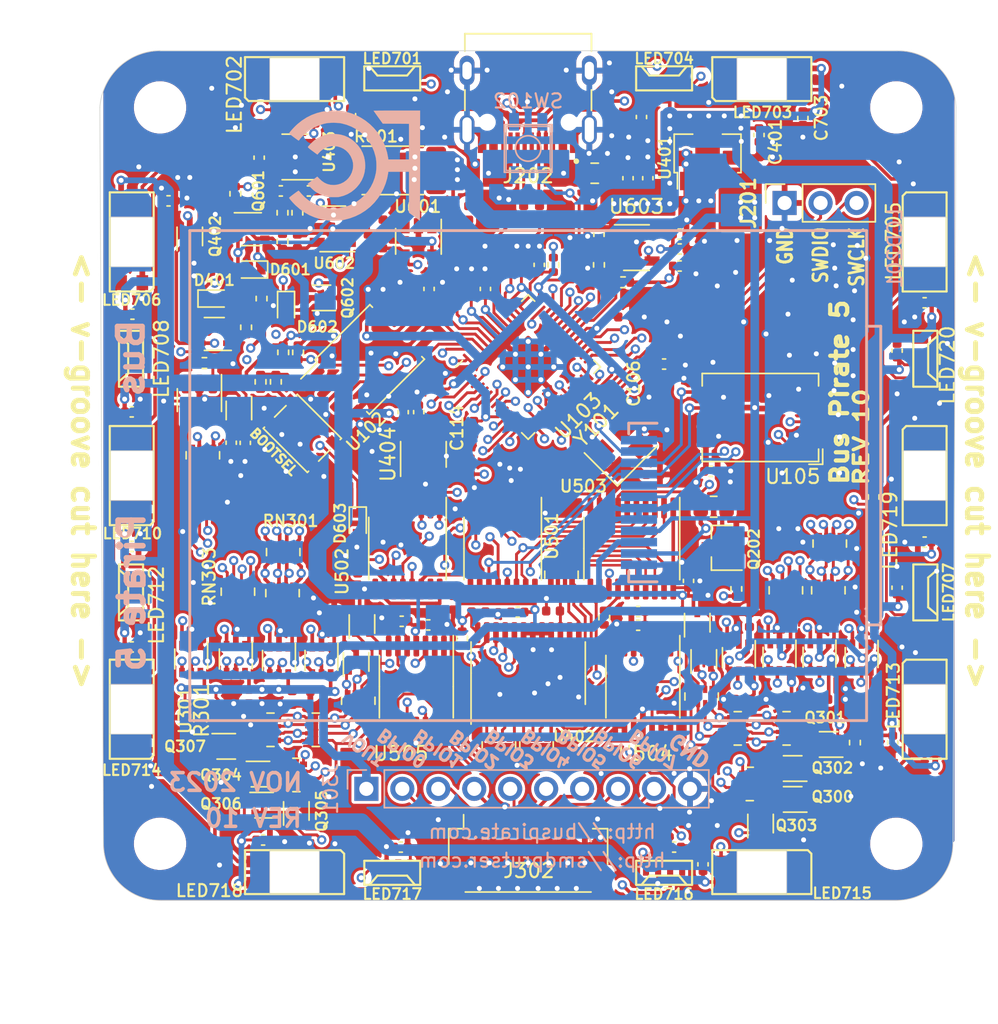
<source format=kicad_pcb>
(kicad_pcb (version 20221018) (generator pcbnew)
  (layers (0 "F.Cu" signal) (1 "In1.Cu" signal) (2 "In2.Cu" power) (31 "B.Cu" signal) (34 "B.Paste" user) (35 "F.Paste" user) (36 "B.SilkS" user "B.Silkscreen") (37 "F.SilkS" user "F.Silkscreen") (38 "B.Mask" user) (39 "F.Mask" user) (44 "Edge.Cuts" user))
  (net 0 "")
  (net 1 "GND")
  (net 2 "VREG_VIN")
  (net 3 "VREF_VOUT")
  (net 4 "SWDIO")
  (net 5 "SWCLK")
  (net 6 "BUFDIR0")
  (net 7 "BUFDIR4")
  (net 8 "BPIO0")
  (net 9 "BPIO4")
  (net 10 "BUFDIR1")
  (net 11 "BUFDIR5")
  (net 12 "BPIO1")
  (net 13 "BPIO5")
  (net 14 "BUFDIR2")
  (net 15 "BUFDIR6")
  (net 16 "BPIO2")
  (net 17 "BPIO6")
  (net 18 "BUFDIR3")
  (net 19 "BUFDIR7")
  (net 20 "BPIO3")
  (net 21 "BPIO7")
  (net 22 "BUFIO0")
  (net 23 "BUFIO4")
  (net 24 "BUFIO1")
  (net 25 "BUFIO5")
  (net 26 "BUFIO2")
  (net 27 "BUFIO6")
  (net 28 "BUFIO3")
  (net 29 "BUFIO7")
  (net 30 "USB_D+")
  (net 31 "USB_D-")
  (net 32 "CURRENT_SENSE")
  (net 33 "+3V3")
  (net 34 "+VUSB")
  (net 35 "USB_P")
  (net 36 "USB_N")
  (net 37 "+1V1")
  (net 38 "VREG_OUT")
  (net 39 "DISPLAY_LED-K")
  (net 40 "SPI_CLK")
  (net 41 "SPI_CDO")
  (net 42 "VREG_EN")
  (net 43 "CURRENT_DETECT")
  (net 44 "QSPI_SS")
  (net 45 "AMUX_OUT")
  (net 46 "AMUX_EN")
  (net 47 "SHIFT_EN")
  (net 48 "QSPI_SD3")
  (net 49 "QSPI_SCLK")
  (net 50 "QSPI_SD0")
  (net 51 "QSPI_SD2")
  (net 52 "QSPI_SD1")
  (net 53 "AMUX_S2")
  (net 54 "AMUX_S3")
  (net 55 "AMUX_S1")
  (net 56 "AMUX_S0")
  (net 57 "PULLUP_EN")
  (net 58 "SHIFT_LATCH")
  (net 59 "VREG_ADJ")
  (net 60 "SPI_CDI")
  (net 61 "DISPLAY_DP")
  (net 62 "DISPLAY_CS")
  (net 63 "DISPLAY_RESET")
  (net 64 "DISPLAY_BACKLIGHT")
  (net 65 "CURRENT_RESET")
  (net 66 "CURRENT_EN")
  (net 67 "DAC_CS")
  (net 68 "RGB_CDO")
  (net 69 "LEDS_CDO")
  (net 70 "Net-(U103-XIN)")
  (net 71 "Net-(U103-XOUT)")
  (net 72 "Net-(U103-ADC_AVDD)")
  (net 73 "Net-(U403-ADJ)")
  (net 74 "Net-(U603-+)")
  (net 75 "Net-(U602-+)")
  (net 76 "Net-(D601-A)")
  (net 77 "Net-(D401-A)")
  (net 78 "Net-(D602-A)")
  (net 79 "Net-(J202-VBUS-PadA4B9)")
  (net 80 "Net-(J202-CC1)")
  (net 83 "Net-(J202-CC2)")
  (net 84 "Net-(LED701-DI)")
  (net 85 "Net-(LED701-DO)")
  (net 86 "Net-(LED702-DI)")
  (net 87 "Net-(LED703-DI)")
  (net 88 "Net-(LED703-DO)")
  (net 89 "Net-(R408-Pad1)")
  (net 90 "Net-(LED706-DI)")
  (net 91 "Net-(LED707-DI)")
  (net 92 "Net-(LED707-DO)")
  (net 93 "Net-(LED708-DI)")
  (net 94 "Net-(LED710-DI)")
  (net 95 "Net-(LED712-DI)")
  (net 96 "Net-(LED713-DO)")
  (net 97 "Net-(LED714-DI)")
  (net 98 "Net-(LED715-DO)")
  (net 99 "Net-(LED716-DO)")
  (net 100 "Net-(LED717-DO)")
  (net 101 "Net-(LED719-DI)")
  (net 102 "Net-(Q202-G)")
  (net 103 "Net-(Q202-D)")
  (net 104 "Net-(Q300-D)")
  (net 105 "Net-(Q301-D)")
  (net 106 "Net-(Q302-D)")
  (net 107 "Net-(Q303-D)")
  (net 108 "Net-(Q304-D)")
  (net 109 "Net-(Q305-D)")
  (net 110 "Net-(Q306-D)")
  (net 111 "Net-(Q307-D)")
  (net 112 "Net-(Q401A-C1)")
  (net 113 "Net-(Q401A-B1)")
  (net 114 "Net-(Q601A-C1)")
  (net 115 "Net-(Q601A-B1)")
  (net 116 "Net-(Q601B-B2)")
  (net 117 "Net-(Q602-G)")
  (net 118 "Net-(SW101-A)")
  (net 119 "Net-(U503-B4)")
  (net 120 "Net-(U404--)")
  (net 121 "Net-(U601-+)")
  (net 122 "Net-(U601--)")
  (net 123 "Net-(RN301D-R1.1)")
  (net 124 "Net-(RN301B-R1.1)")
  (net 125 "Net-(RN301C-R1.1)")
  (net 126 "Net-(RN301A-R1.1)")
  (net 127 "Net-(RN304D-R1.1)")
  (net 128 "Net-(RN304B-R1.1)")
  (net 129 "Net-(RN304C-R1.1)")
  (net 130 "Net-(RN304A-R1.1)")
  (net 131 "Net-(RN306D-R1.1)")
  (net 132 "Net-(RN306B-R1.1)")
  (net 133 "Net-(RN306C-R1.1)")
  (net 134 "Net-(RN306A-R1.1)")
  (net 135 "Net-(RN309D-R1.8)")
  (net 136 "Net-(RN309C-R1.8)")
  (net 137 "Net-(RN309A-R1.8)")
  (net 138 "Net-(RN309B-R1.8)")
  (net 139 "Net-(RN315D-R1.8)")
  (net 140 "Net-(RN315C-R1.8)")
  (net 141 "Net-(RN315A-R1.8)")
  (net 142 "Net-(RN315B-R1.8)")
  (net 143 "Net-(RN400D-R1.1)")
  (net 144 "Net-(RN400B-R1.1)")
  (net 145 "Net-(RN400C-R1.1)")
  (net 146 "Net-(RN400A-R1.1)")
  (net 147 "Net-(RN401D-R1.1)")
  (net 148 "Net-(RN401B-R1.1)")
  (net 149 "Net-(RN401C-R1.1)")
  (net 150 "CURRENT_EN_OVERRIDE")
  (net 151 "Net-(RN401A-R1.1)")
  (net 152 "Net-(RN402D-R1.1)")
  (net 153 "BUTTONS")
  (net 154 "VREG_ADJ_MCU")
  (net 155 "CURRENT_ADJ_MCU")
  (net 156 "Net-(RN402B-R1.1)")
  (net 159 "Net-(U402-COM)")
  (net 160 "Net-(U501-QB)")
  (net 161 "Net-(U501-QC)")
  (net 162 "Net-(U501-QD)")
  (net 163 "Net-(U501-QE)")
  (net 164 "Net-(U501-QH)")
  (net 165 "Net-(U501-QH')")
  (net 166 "Net-(U501-QA)")
  (net 167 "SD_CS")
  (net 174 "Net-(U506-+)")
  (net 176 "Net-(RN317D-R1.1)")
  (net 177 "Net-(RN317C-R1.1)")
  (net 178 "Net-(RN317B-R1.1)")
  (net 179 "Net-(RN317A-R1.1)")
  (net 180 "Net-(RN318D-R1.1)")
  (net 181 "Net-(RN318C-R1.1)")
  (net 182 "Net-(RN318B-R1.1)")
  (net 183 "Net-(RN318A-R1.1)")
  (net 184 "MUX_BPIO4")
  (net 185 "MUX_BPIO5")
  (net 186 "MUX_BPIO6")
  (net 187 "MUX_BPIO7")
  (net 188 "MUX_BPIO0")
  (net 189 "MUX_BPIO1")
  (net 190 "MUX_BPIO2")
  (net 191 "MUX_BPIO3")
  (net 192 "MUX_VREF_VOUT")
  (net 196 "Net-(U402-I8)")
  (net 197 "Net-(RN402A-R1.1)")
  (net 198 "Net-(LED705-DO)")
  (footprint "dp-LED:SK6812-mini-e" (layer "F.Cu") (at 113.4 62.1 180)
    (fp_text reference "LED702")
    (fp_text value "SK6812-mini-e")
  )
  (footprint "dp-LED:SK6812-mini-e" (layer "F.Cu") (at 146.4 118.1)
    (fp_text reference "LED715")
    (fp_text value "SK6812-mini-e")
  )
  (footprint "dp-LED:SK6812-mini-e" (layer "F.Cu") (at 101.9 106.6 -90)
    (fp_text reference "LED714")
    (fp_text value "SK6812-mini-e")
  )
  (footprint "dp-LED:SK6812-mini-e" (layer "F.Cu") (at 146.4 62.1 180)
    (fp_text reference "LED703")
    (fp_text value "SK6812-mini-e")
  )
  (footprint "dp-LED:SK6812-mini-e" (layer "F.Cu") (at 157.9 73.6 90)
    (fp_text reference "LED705")
    (fp_text value "SK6812-mini-e")
  )
  (footprint "dp-LED:SK6812-mini-e" (layer "F.Cu") (at 113.4 118.1)
    (fp_text reference "LED718")
    (fp_text value "SK6812-mini-e")
  )
  (footprint "dp-LED:SK6812-mini-e" (layer "F.Cu") (at 101.9 73.6 -90)
    (fp_text reference "LED706")
    (fp_text value "SK6812-mini-e")
  )
  (footprint "dp-LED:SK6812-mini-e" (layer "F.Cu") (at 101.9 90.1 -90)
    (fp_text reference "LED710")
    (fp_text value "SK6812-mini-e")
  )
  (footprint "Capacitor_SMD:C_0402_1005Metric" (layer "F.Cu") (at 146.2 68.1 90)
    (fp_text reference "C402" hide)
    (fp_text value "4.7uF")
  )
  (footprint "Capacitor_SMD:C_0402_1005Metric" (layer "F.Cu") (at 151.405 100.225 -90)
    (fp_text reference "C313" hide)
    (fp_text value "0.1uF")
  )
  (footprint "Capacitor_SMD:C_0402_1005Metric" (layer "F.Cu") (at 145.53 100.3 -90)
    (fp_text reference "C308" hide)
    (fp_text value "0.1uF")
  )
  (footprint "Capacitor_SMD:C_0402_1005Metric" (layer "F.Cu") (at 150.6 105.9 180)
    (fp_text reference "C315" hide)
    (fp_text value "0.1uF")
  )
  (footprint "Capacitor_SMD:C_0402_1005Metric" (layer "F.Cu") (at 128.68 75.22 90)
    (fp_text reference "C107" hide)
    (fp_text value "2.2uF")
  )
  (footprint "Capacitor_SMD:C_0402_1005Metric" (layer "F.Cu") (at 107.03 105.7 -90)
    (fp_text reference "C304" hide)
    (fp_text value "0.1uF")
  )
  (footprint "Capacitor_SMD:C_0402_1005Metric" (layer "F.Cu") (at 126.395574 99.727186 180)
    (fp_text reference "C403" hide)
    (fp_text value "0.1uF")
  )
  (footprint "Capacitor_SMD:C_0402_1005Metric" (layer "F.Cu") (at 154.38 100.25 -90)
    (fp_text reference "C314" hide)
    (fp_text value "0.1uF")
  )
  (footprint "Capacitor_SMD:C_0402_1005Metric" (layer "F.Cu") (at 148.43 100.25 -90)
    (fp_text reference "C309" hide)
    (fp_text value "0.1uF")
  )
  (footprint "Capacitor_SMD:C_0402_1005Metric" (layer "F.Cu") (at 136.75 78.9)
    (fp_text reference "C112" hide)
    (fp_text value "0.1uF")
  )
  (footprint "Capacitor_SMD:C_0402_1005Metric" (layer "F.Cu") (at 129.68 75.22 -90)
    (fp_text reference "C108" hide)
    (fp_text value "2.2uF")
  )
  (footprint "Capacitor_SMD:C_0402_1005Metric" (layer "F.Cu") (at 130.68 75.22 90)
    (fp_text reference "C109" hide)
    (fp_text value "2.2uF")
  )
  (footprint "Capacitor_SMD:C_0402_1005Metric" (layer "F.Cu") (at 126.05 86.73 -90)
    (fp_text reference "C114")
    (fp_text value "0.1uF")
  )
  (footprint "Capacitor_SMD:C_0402_1005Metric" (layer "F.Cu") (at 125.88 76.92 90)
    (fp_text reference "C110" hide)
    (fp_text value "0.1uF")
  )
  (footprint "MountingHole:MountingHole_3.2mm_M3" (layer "F.Cu") (at 155.9 116.1)
    (fp_text reference "H3" hide)
    (fp_text value "MountingHole")
  )
  (footprint "Capacitor_SMD:C_0402_1005Metric" (layer "F.Cu") (at 132.7 75.22 90)
    (fp_text reference "C111" hide)
    (fp_text value "0.1uF")
  )
  (footprint "Capacitor_SMD:C_0402_1005Metric" (layer "F.Cu") (at 139.525 83.25)
    (fp_text reference "C113" hide)
    (fp_text value "0.1uF")
  )
  (footprint "Capacitor_SMD:C_0402_1005Metric" (layer "F.Cu") (at 121.85 76.92 90)
    (fp_text reference "C103" hide)
    (fp_text value "0.1uF")
  )
  (footprint "MountingHole:MountingHole_3.2mm_M3" (layer "F.Cu") (at 155.9 64.1 -90)
    (fp_text reference "H2" hide)
    (fp_text value "MountingHole")
  )
  (footprint "Capacitor_SMD:C_0402_1005Metric" (layer "F.Cu") (at 138.45 85.7)
    (fp_text reference "C106")
    (fp_text value "15pF")
  )
  (footprint "Capacitor_SMD:C_0402_1005Metric" (layer "F.Cu") (at 139.5 82.225)
    (fp_text reference "C118" hide)
    (fp_text value "0.1uF")
  )
  (footprint "MountingHole:MountingHole_3.2mm_M3" (layer "F.Cu") (at 103.9 64.1 -90)
    (fp_text reference "H1" hide)
    (fp_text value "MountingHole")
  )
  (footprint "MountingHole:MountingHole_3.2mm_M3" (layer "F.Cu") (at 103.9 116.1 -90)
    (fp_text reference "H4" hide)
    (fp_text value "MountingHole")
  )
  (footprint "Package_TO_SOT_SMD:SOT-363_SC-70-6" (layer "F.Cu") (at 106.1 103.05 -90)
    (fp_text reference "U301")
    (fp_text value "74LVC1T45")
  )
  (footprint "Package_TO_SOT_SMD:SOT-363_SC-70-6" (layer "F.Cu") (at 115.3 103.15 -90)
    (fp_text reference "U304" hide)
    (fp_text value "74LVC1T45")
  )
  (footprint "Package_TO_SOT_SMD:SOT-363_SC-70-6" (layer "F.Cu") (at 144.78 102.954668 -90)
    (fp_text reference "U305" hide)
    (fp_text value "74LVC1T45")
  )
  (footprint "Package_TO_SOT_SMD:SOT-363_SC-70-6" (layer "F.Cu") (at 150.475 102.925 -90)
    (fp_text reference "U307" hide)
    (fp_text value "74LVC1T45" hide)
  )
  (footprint "Resistor_SMD:R_0402_1005Metric" (layer "F.Cu") (at 129.58 71.54 90)
    (fp_text reference "R203" hide)
    (fp_text value "22R")
  )
  (footprint "Resistor_SMD:R_0402_1005Metric" (layer "F.Cu") (at 130.7 71.54 90)
    (fp_text reference "R202" hide)
    (fp_text value "22R")
  )
  (footprint "Resistor_SMD:R_0402_1005Metric" (layer "F.Cu") (at 124 64.78 90)
    (fp_text reference "R204" hide)
    (fp_text value "5.1K")
  )
  (footprint "Inductor_SMD:L_0805_2012Metric" (layer "F.Cu") (at 134.6 68.75 180)
    (fp_text reference "L201" hide)
    (fp_text value "1.5A")
  )
  (footprint "Capacitor_SMD:C_0402_1005Metric" (layer "F.Cu") (at 157.9 77.9)
    (fp_text reference "C705" hide)
    (fp_text value "0.1uF")
  )
  (footprint "Capacitor_SMD:C_0402_1005Metric" (layer "F.Cu") (at 101.95 78.7 180)
    (fp_text reference "C708" hide)
    (fp_text value "0.1uF")
  )
  (footprint "Capacitor_SMD:C_0402_1005Metric" (layer "F.Cu") (at 137.9 64.78 90)
    (fp_text reference "C704" hide)
    (fp_text value "0.1uF")
  )
  (footprint "Capacitor_SMD:C_0402_1005Metric" (layer "F.Cu") (at 104.5 70.7 180)
    (fp_text reference "C706" hide)
    (fp_text value "0.1uF")
  )
  (footprint "Capacitor_SMD:C_0402_1005Metric" (layer "F.Cu") (at 101.9 85.6 180)
    (fp_text reference "C710" hide)
    (fp_text value "0.1uF")
  )
  (footprint "Capacitor_SMD:C_0402_1005Metric" (layer "F.Cu") (at 101.9 95.1 180)
    (fp_text reference "C712" hide)
    (fp_text value "0.1uF")
  )
  (footprint "Capacitor_SMD:C_0402_1005Metric" (layer "F.Cu") (at 149.3 64.85 90)
    (fp_text reference "C703")
    (fp_text value "0.1uF")
  )
  (footprint "Capacitor_SMD:C_0402_1005Metric" (layer "F.Cu") (at 120.85 64.78 90)
    (fp_text reference "C701" hide)
    (fp_text value "0.1uF")
  )
  (footprint "Capacitor_SMD:C_0402_1005Metric" (layer "F.Cu") (at 124.88 76.92 90)
    (fp_text reference "C117" hide)
    (fp_text value "0.1uF")
  )
  (footprint "Resistor_SMD:R_0402_1005Metric" (layer "F.Cu") (at 131.68 75.22 -90)
    (fp_text reference "R103" hide)
    (fp_text value "200R")
  )
  (footprint "Capacitor_SMD:C_0402_1005Metric" (layer "F.Cu") (at 122.9 76.92 90)
    (fp_text reference "C104" hide)
    (fp_text value "2.2uF")
  )
  (footprint "RP_Silicon:RP2040-QFN-56" (layer "F.Cu") (at 129.9 82.43 45)
    (fp_text reference "U103")
    (fp_text value "RP2040")
  )
  (footprint "Capacitor_SMD:C_0402_1005Metric" (layer "F.Cu") (at 136.95 69.1 -90)
    (fp_text reference "C202" hide)
    (fp_text value "4.7uF")
  )
  (footprint "Capacitor_SMD:C_0402_1005Metric" (layer "F.Cu") (at 138.35 69.1 -90)
    (fp_text reference "C201" hide)
    (fp_text value "4.7uF")
  )
  (footprint "Capacitor_SMD:C_0402_1005Metric" (layer "F.Cu") (at 129.158596 99.73719)
    (fp_text reference "C501" hide)
    (fp_text value "0.1uF")
  )
  (footprint "Package_SO:TSSOP-16_4.4x5mm_P0.65mm" (layer "F.Cu") (at 128.1 95.25 -90)
    (fp_text reference "U501")
    (fp_text value "74HC595")
  )
  (footprint "Capacitor_SMD:C_0402_1005Metric" (layer "F.Cu") (at 126.88 76.92 90)
    (fp_text reference "C116" hide)
    (fp_text value "0.1uF")
  )
  (footprint "Resistor_SMD:R_Array_Convex_4x0402" (layer "F.Cu") (at 112.55 98.4 90)
    (fp_text reference "RN302" hide)
    (fp_text value "1M")
  )
  (footprint "Resistor_SMD:R_0805_2012Metric" (layer "F.Cu") (at 143 92.3 180)
    (fp_text reference "R209" hide)
    (fp_text value "33R")
  )
  (footprint "Resistor_SMD:R_Array_Convex_4x0402" (layer "F.Cu") (at 151.1 98.2 90)
    (fp_text reference "RN307" hide)
    (fp_text value "1M")
  )
  (footprint "Package_SO:SOP-8_5.28x5.23mm_P1.27mm" (layer "F.Cu") (at 118.7 81.9 45)
    (fp_text reference "U102")
    (fp_text value "W25Q128JVSIQ")
  )
  (footprint "Resistor_SMD:R_0402_1005Metric" (layer "F.Cu") (at 112.08 83.48 -90)
    (fp_text reference "R101" hide)
    (fp_text value "1K")
  )
  (footprint "Fiducial:Fiducial_1mm_Mask2mm" (layer "F.Cu") (at 158.6 68.05 -90)
    (fp_text reference "FID1" hide)
    (fp_text value "Fiducial")
  )
  (footprint "Fiducial:Fiducial_1mm_Mask2mm" (layer "F.Cu") (at 101.05 112.3 -90)
    (fp_text reference "FID2" hide)
    (fp_text value "Fiducial")
  )
  (footprint "Capacitor_SMD:C_0402_1005Metric" (layer "F.Cu") (at 142.247961 117.550141 -90)
    (fp_text reference "C715" hide)
    (fp_text value "0.1uF")
  )
  (footprint "Capacitor_SMD:C_0402_1005Metric" (layer "F.Cu") (at 101.9 102.2 180)
    (fp_text reference "C714" hide)
    (fp_text value "0.1uF")
  )
  (footprint "Capacitor_SMD:C_0402_1005Metric" (layer "F.Cu") (at 140.208 116.332 180)
    (fp_text reference "C716" hide)
    (fp_text value "0.1uF")
  )
  (footprint "Capacitor_SMD:C_0402_1005Metric" (layer "F.Cu") (at 120.904 116.332 180)
    (fp_text reference "C717" hide)
    (fp_text value "0.1uF")
  )
  (footprint "Capacitor_SMD:C_0402_1005Metric" (layer "F.Cu") (at 111.179494 115.831572 180)
    (fp_text reference "C718" hide)
    (fp_text value "0.1uF")
  )
  (footprint "Capacitor_SMD:C_0402_1005Metric" (layer "F.Cu") (at 124.627951 99.078197 90)
    (fp_text reference "C502" hide)
    (fp_text value "0.1uF")
  )
  (footprint "Capacitor_SMD:C_0402_1005Metric" (layer "F.Cu") (at 146.2 66.05 -90)
    (fp_text reference "C401")
    (fp_text value "4.7uF")
  )
  (footprint "Connector_PinSocket_2.54mm:PinSocket_1x03_P2.54mm_Vertical" (layer "F.Cu") (at 148.01 70.85 90)
    (fp_text reference "J201")
    (fp_text value "Conn_01x03")
  )
  (footprint "Resistor_SMD:R_0402_1005Metric" (layer "F.Cu") (at 111 83.48 90)
    (fp_text reference "R102" hide)
    (fp_text value "DNF")
  )
  (footprint "Fiducial:Fiducial_1mm_Mask2mm" (layer "F.Cu") (at 108 67.5)
    (fp_text reference "FID4" hide)
    (fp_text value "Fiducial")
  )
  (footprint "Fiducial:Fiducial_1mm_Mask2mm" (layer "F.Cu") (at 150.4 78.5)
    (fp_text reference "FID5" hide)
    (fp_text value "Fiducial")
  )
  (footprint "Fiducial:Fiducial_1mm_Mask2mm" (layer "F.Cu") (at 158.55 112.15)
    (fp_text reference "FID3" hide)
    (fp_text value "Fiducial")
  )
  (footprint "Capacitor_SMD:C_0402_1005Metric" (layer "F.Cu") (at 155.65 108.95 90)
    (fp_text reference "C713" hide)
    (fp_text value "0.1uF")
  )
  (footprint "Resistor_SMD:R_0402_1005Metric" (layer "F.Cu") (at 135.8 64.78 90)
    (fp_text reference "R201" hide)
    (fp_text value "5.1K")
  )
  (footprint "Connector_JST:JST_SH_SM09B-SRSS-TB_1x09-1MP_P1.00mm_Horizontal" (layer "F.Cu") (at 129.9 116.82)
    (fp_text reference "J302")
    (fp_text value "Conn_01x09")
  )
  (footprint "Package_SO:TSSOP-20_4.4x6.5mm_P0.65mm" (layer "F.Cu") (at 137.22 95.25 -90)
    (fp_text reference "U503")
    (fp_text value "74HCT245PW")
  )
  (footprint "Capacitor_SMD:C_0402_1005Metric" (layer "F.Cu") (at 122.17 85.62 90)
    (fp_text reference "C406" hide)
    (fp_text value "0.1uF")
  )
  (footprint "Crystal:Crystal_SMD_3225-4Pin_3.2x2.5mm" (layer "F.Cu") (at 136.45 88.25 45)
    (fp_text reference "Y101")
    (fp_text value "12Mhz")
  )
  (footprint "Resistor_SMD:R_0402_1005Metric" (layer "F.Cu") (at 117.8645 96.52 90)
    (fp_text reference "R501" hide)
    (fp_text value "10K")
  )
  (footprint "Resistor_SMD:R_0402_1005Metric" (layer "F.Cu") (at 131.657023 99.660448)
    (fp_text reference "R402" hide)
    (fp_text value "10K")
  )
  (footprint "Capacitor_SMD:C_0402_1005Metric" (layer "F.Cu") (at 121.07 85.62 -90)
    (fp_text reference "C405" hide)
    (fp_text value "2.2uF")
  )
  (footprint "Resistor_SMD:R_0402_1005Metric" (layer "F.Cu") (at 125.35 90)
    (fp_text reference "R406" hide)
    (fp_text value "10K")
  )
  (footprint "Capacitor_SMD:C_0402_1005Metric" (layer "F.Cu") (at 123.1 83.5 90)
    (fp_text reference "C115" hide)
    (fp_text value "0.1uF")
  )
  (footprint "Package_TO_SOT_SMD:SOT-23" (layer "F.Cu") (at 143.6 95.2 180)
    (fp_text reference "Q202")
    (fp_text value "2N7002")
  )
  (footprint "Capacitor_SMD:C_0402_1005Metric" (layer "F.Cu") (at 138.72 90.02)
    (fp_text reference "C105" hide)
    (fp_text value "15pF")
  )
  (footprint "Button_Switch_SMD:SW_SPST_PTS810" (layer "F.Cu") (at 113.95 87.12 -45)
    (fp_text reference "SW101" hide)
    (fp_text value "SW_SPST")
  )
  (footprint "Diode_SMD:D_SOD-523" (layer "F.Cu") (at 110.35 75.55 180)
    (fp_text reference "D601")
    (fp_text value "1N4148WS")
  )
  (footprint "Capacitor_SMD:C_0402_1005Metric" (layer "F.Cu") (at 155.956 98.016 -90)
    (fp_text reference "C707" hide)
    (fp_text value "0.1uF")
  )
  (footprint "Capacitor_SMD:C_0402_1005Metric" (layer "F.Cu") (at 125.1 74.65)
    (fp_text reference "C601" hide)
    (fp_text value "2.2uF")
  )
  (footprint "Capacitor_SMD:C_0402_1005Metric" (layer "F.Cu") (at 125.085 73.55 180)
    (fp_text reference "C602" hide)
    (fp_text value "0.1uF")
  )
  (footprint "Resistor_SMD:R_0402_1005Metric" (layer "F.Cu") (at 113.42 64.75 90)
    (fp_text reference "R405" hide)
    (fp_text value "33K")
  )
  (footprint "Resistor_SMD:R_0402_1005Metric" (layer "F.Cu") (at 109.98 79.63 90)
    (fp_text reference "R410" hide)
    (fp_text value "10K")
  )
  (footprint "Resistor_SMD:R_0402_1005Metric" (layer "F.Cu") (at 111.07 77.6 -90)
    (fp_text reference "R409" hide)
    (fp_text value "33K")
  )
  (footprint "Resistor_SMD:R_0402_1005Metric" (layer "F.Cu") (at 109.98 77.6 -90)
    (fp_text reference "R408" hide)
    (fp_text value "33K")
  )
  (footprint "Resistor_SMD:R_0402_1005Metric" (layer "F.Cu") (at 111.07 79.63 90)
    (fp_text reference "R412" hide)
    (fp_text value "100K")
  )
  (footprint "Resistor_SMD:R_0402_1005Metric" (layer "F.Cu") (at 109.22 70.2 -90)
    (fp_text reference "R611" hide)
    (fp_text value "10K")
  )
  (footprint "Resistor_SMD:R_0402_1005Metric" (layer "F.Cu") (at 112.55 73.56 90)
    (fp_text reference "R609" hide)
    (fp_text value "10K")
  )
  (footprint "Resistor_SMD:R_0402_1005Metric" (layer "F.Cu") (at 112.55 71.54 -90)
    (fp_text reference "R608" hide)
    (fp_text value "200R")
  )
  (footprint "Capacitor_SMD:C_0402_1005Metric" (layer "F.Cu") (at 114.41 70 180)
    (fp_text reference "C404" hide)
    (fp_text value "4.7uF")
  )
  (footprint "Resistor_SMD:R_0402_1005Metric" (layer "F.Cu") (at 111.99 64.75 -90)
    (fp_text reference "R403" hide)
    (fp_text value "102K")
  )
  (footprint "Resistor_SMD:R_0402_1005Metric" (layer "F.Cu") (at 119.63 73.56 90)
    (fp_text reference "R605" hide)
    (fp_text value "33K")
  )
  (footprint "Resistor_SMD:R_2512_6332Metric_Pad1.40x3.35mm_HandSolder" (layer "F.Cu") (at 120.35 68.55 180)
    (fp_text reference "R601")
    (fp_text value "0R2")
  )
  (footprint "Resistor_SMD:R_0402_1005Metric" (layer "F.Cu") (at 124.6 71.54 90)
    (fp_text reference "R602" hide)
    (fp_text value "1K")
  )
  (footprint "Resistor_SMD:R_0402_1005Metric" (layer "F.Cu") (at 125.7 71.55 -90)
    (fp_text reference "R604" hide)
    (fp_text value "33K")
  )
  (footprint "Resistor_SMD:R_0402_1005Metric" (layer "F.Cu") (at 118.6 73.56 -90)
    (fp_text reference "R606" hide)
    (fp_text value "10K")
  )
  (footprint "Capacitor_SMD:C_0402_1005Metric" (layer "F.Cu") (at 118.6 71.55 -90)
    (fp_text reference "C603" hide)
    (fp_text value "DNF")
  )
  (footprint "Capacitor_SMD:C_0402_1005Metric" (layer "F.Cu") (at 113.6 73.56 90)
    (fp_text reference "C605" hide)
    (fp_text value "0.1uF")
  )
  (footprint "Resistor_SMD:R_0402_1005Metric" (layer "F.Cu") (at 119.65 71.54 90)
    (fp_text reference "R603" hide)
    (fp_text value "1K")
  )
  (footprint "Resistor_SMD:R_0402_1005Metric" (layer "F.Cu") (at 113.6 71.54 90)
    (fp_text reference "R610" hide)
    (fp_text value "10K")
  )
  (footprint "Capacitor_SMD:C_0402_1005Metric" (layer "F.Cu") (at 117.35 64.65 90)
    (fp_text reference "C702" hide)
    (fp_text value "0.1uF")
  )
  (footprint "Package_TO_SOT_SMD:SOT-523" (layer "F.Cu") (at 106 73.21 90)
    (fp_text reference "Q402")
    (fp_text value "SI2301")
  )
  (footprint "Resistor_SMD:R_0402_1005Metric" (layer "F.Cu") (at 112.6 81.4 -90)
    (fp_text reference "R613" hide)
    (fp_text value "10K")
  )
  (footprint "Resistor_SMD:R_0402_1005Metric" (layer "F.Cu") (at 113.65 81.4 -90)
    (fp_text reference "R612" hide)
    (fp_text value "200R")
  )
  (footprint "Capacitor_SMD:C_0402_1005Metric" (layer "F.Cu") (at 112.43 70)
    (fp_text reference "C407" hide)
    (fp_text value "4.7uF")
  )
  (footprint "Resistor_SMD:R_0402_1005Metric" (layer "F.Cu") (at 114.85 64.75 90)
    (fp_text reference "R401" hide)
    (fp_text value "100K")
  )
  (footprint "Package_TO_SOT_SMD:SOT-23-5" (layer "F.Cu") (at 113.42 67.6 180)
    (fp_text reference "U403")
    (fp_text value "AP2127")
  )
  (footprint "Package_TO_SOT_SMD:SOT-363_SC-70-6" (layer "F.Cu") (at 110.35 72.7)
    (fp_text reference "Q601")
    (fp_text value "MMDT3906")
  )
  (footprint "Package_TO_SOT_SMD:SOT-363_SC-70-6" (layer "F.Cu") (at 107.73 80.1 180)
    (fp_text reference "Q401" hide)
    (fp_text value "BCM857")
  )
  (footprint "Diode_SMD:D_SOD-523" (layer "F.Cu") (at 107.73 77.6)
    (fp_text reference "D401")
    (fp_text value "1N4148WS")
  )
  (footprint "Resistor_SMD:R_Array_Convex_4x0402" (layer "F.Cu") (at 144.7 107.95)
    (fp_text reference "RN309" hide)
    (fp_text value "330R")
  )
  (footprint "Package_SO:TSSOP-24_4.4x7.8mm_P0.65mm" (layer "F.Cu") (at 129.9 104.05 90)
    (fp_text reference "U402")
    (fp_text value "CD4067")
  )
  (footprint "Package_TO_SOT_SMD:SOT-363_SC-70-6" (layer "F.Cu") (at 147.648865 102.927768 -90)
    (fp_text reference "U306" hide)
    (fp_text value "74LVC1T45")
  )
  (footprint "Capacitor_SMD:C_0402_1005Metric" (layer "F.Cu") (at 145 105.9 180)
    (fp_text reference "C311" hide)
    (fp_text value "0.1uF")
  )
  (footprint "Resistor_SMD:R_0402_1005Metric" (layer "F.Cu") (at 144.6 98.1 90)
    (fp_text reference "R208" hide)
    (fp_text value "200R")
  )
  (footprint "Capacitor_SMD:C_0402_1005Metric" (layer "F.Cu") (at 148 105.9 180)
    (fp_text reference "C312" hide)
    (fp_text value "0.1uF")
  )
  (footprint "Resistor_SMD:R_Array_Convex_4x0402" (layer "F.Cu") (at 109.4 98.3 90)
    (fp_text reference "RN303")
    (fp_text value "100K")
  )
  (footprint "Capacitor_SMD:C_0402_1005Metric" (layer "F.Cu") (at 141.224 97.536 -90)
    (fp_text reference "C503" hide)
    (fp_text value "0.1uF")
  )
  (footprint "Package_TO_SOT_SMD:SOT-363_SC-70-6" (layer "F.Cu") (at 112.3 103.15 -90)
    (fp_text reference "U303" hide)
    (fp_text value "74LVC1T45")
  )
  (footprint "Resistor_SMD:R_Array_Convex_4x0402" (layer "F.Cu") (at 148.1 98.2 90)
    (fp_text reference "RN308" hide)
    (fp_text value "100K")
  )
  (footprint "Resistor_SMD:R_Array_Convex_4x0402" (layer "F.Cu") (at 112.6 95.5 90)
    (fp_text reference "RN301")
    (fp_text value "330R")
  )
  (footprint "Package_TO_SOT_SMD:SOT-363_SC-70-6" (layer "F.Cu") (at 109.25 103.05 -90)
    (fp_text reference "U302" hide)
    (fp_text value "74LVC1T45")
  )
  (footprint "Capacitor_SMD:C_0402_1005Metric" (layer "F.Cu") (at 113.23 105.8 -90)
    (fp_text reference "C306" hide)
    (fp_text value "0.1uF")
  )
  (footprint "Capacitor_SMD:C_0402_1005Metric" (layer "F.Cu") (at 116.2 100.3 -90)
    (fp_text reference "C307" hide)
    (fp_text value "0.1uF")
  )
  (footprint "Capacitor_SMD:C_0402_1005Metric" (layer "F.Cu") (at 107.03 100.35 -90)
    (fp_text reference "C301" hide)
    (fp_text value "0.1uF")
  )
  (footprint "Capacitor_SMD:C_0402_1005Metric" (layer "F.Cu") (at 110.18 100.35 -90)
    (fp_text reference "C302" hide)
    (fp_text value "0.1uF")
  )
  (footprint "Capacitor_SMD:C_0402_1005Metric" (layer "F.Cu") (at 110.18 105.7 -90)
    (fp_text reference "C305" hide)
    (fp_text value "0.1uF")
  )
  (footprint "Capacitor_SMD:C_0402_1005Metric" (layer "F.Cu") (at 113.23 100.45 -90)
    (fp_text reference "C303" hide)
    (fp_text value "0.1uF")
  )
  (footprint "Resistor_SMD:R_Array_Convex_4x0402" (layer "F.Cu") (at 151.2 94.9 90)
    (fp_text reference "RN306" hide)
    (fp_text value "330R")
  )
  (footprint "Resistor_SMD:R_Array_Convex_4x0402" (layer "F.Cu") (at 111.7 108.05 180)
    (fp_text reference "RN304" hide)
    (fp_text value "1M")
  )
  (footprint "Package_TO_SOT_SMD:SOT-363_SC-70-6" (layer "F.Cu") (at 153.45 102.95 -90)
    (fp_text reference "U308" hide)
    (fp_text value "74LVC1T45")
  )
  (footprint "dp-LED:SK6812-mini-e" (layer "F.Cu") (at 157.9 106.6 90)
    (fp_text reference "LED713")
    (fp_text value "SK6812-mini-e")
  )
  (footprint "usb-c:HRO_TYPE-C-31-M-12" (layer "F.Cu") (at 129.9 61.5 180)
    (fp_text reference "J202")
    (fp_text value "TYPE-C-31-M-12")
  )
  (footprint "Package_SO:TSSOP-16_4.4x5mm_P0.65mm" (layer "F.Cu") (at 121.3755 95.25 -90)
    (fp_text reference "U502")
    (fp_text value "74HC595")
  )
  (footprint "Capacitor_SMD:C_0402_1005Metric" (layer "F.Cu") (at 153.7 105.9 180)
    (fp_text reference "C316" hide)
    (fp_text value "0.1uF")
  )
  (footprint "dp-LED:SK6812-side-a_b" (layer "F.Cu") (at 157.9 98.35 90)
    (fp_text reference "LED707")
    (fp_text value "SK6812-side-a_b")
  )
  (footprint "dp-LED:SK6812-side-a_b" (layer "F.Cu") (at 139.5 118.1)
    (fp_text reference "LED716")
    (fp_text value "SK6812-side-a_b")
  )
  (footprint "dp-LED:SK6812-side-a_b" (layer "F.Cu") (at 120.3 118.1)
    (fp_text reference "LED717")
    (fp_text value "SK6812-side-a_b")
  )
  (footprint "dp-LED:SK6812-side-a_b" (layer "F.Cu") (at 101.9 98.35 -90)
    (fp_text reference "LED712")
    (fp_text value "SK6812-side-a_b")
  )
  (footprint "dp-LED:SK6812-side-a_b" (layer "F.Cu") (at 101.9 81.85 -90)
    (fp_text reference "LED708")
    (fp_text value "SK6812-side-a_b")
  )
  (footprint "dp-LED:SK6812-side-a_b" (layer "F.Cu") (at 120.3 62.1 180)
    (fp_text reference "LED701")
    (fp_text value "SK6812-side-a_b")
  )
  (footprint "dp-LED:SK6812-side-a_b" (layer "F.Cu") (at 139.5 62.1 180)
    (fp_text reference "LED704")
    (fp_text value "SK6812-side-a_b")
  )
  (footprint "Resistor_SMD:R_Array_Convex_4x0402" (layer "F.Cu") (at 132.25 97.1 90)
    (fp_text reference "RN315" hide)
    (fp_text value "510R")
  )
  (footprint "Resistor_SMD:R_Array_Convex_4x0402" (layer "F.Cu") (at 148.15 107.95)
    (fp_text reference "RN310" hide)
    (fp_text value "1M")
  )
  (footprint "Resistor_SMD:R_Array_Convex_4x0402" (layer "F.Cu") (at 114.9 108.05 180)
    (fp_text reference "RN305" hide)
    (fp_text value "330R")
  )
  (footprint "Resistor_SMD:R_0402_1005Metric" (layer "F.Cu") (at 135.275327 100.1301 90)
    (fp_text reference "R316" hide)
    (fp_text value "510R")
  )
  (footprint "Capacitor_SMD:C_0402_1005Metric" (layer "F.Cu") (at 115 105.35 180)
    (fp_text reference "C310" hide)
    (fp_text value "0.1uF")
  )
  (footprint "Diode_SMD:D_SOD-523" (layer "F.Cu") (at 117.8645 93.472 -90)
    (fp_text reference "D603")
    (fp_text value "1N4148WS")
  )
  (footprint "Package_TO_SOT_SMD:SOT-523" (layer "F.Cu") (at 115.3 77.55 180)
    (fp_text reference "Q602")
    (fp_text value "SI2301")
  )
  (footprint "Capacitor_SMD:C_0402_1005Metric" (layer "F.Cu") (at 140.6 73.05)
    (fp_text reference "C413" hide)
    (fp_text value "2.2uF")
  )
  (footprint "Capacitor_SMD:C_0402_1005Metric" (layer "F.Cu") (at 140.6 74.1 180)
    (fp_text reference "C414" hide)
    (fp_text value "0.1uF")
  )
  (footprint "Capacitor_SMD:C_0402_1005Metric" (layer "F.Cu") (at 134.9 73.1 -90)
    (fp_text reference "C415" hide)
    (fp_text value "0.1uF")
  )
  (footprint "Capacitor_SMD:C_0402_1005Metric" (layer "F.Cu") (at 140.6 75.3 180)
    (fp_text reference "C416" hide)
    (fp_text value "0.1uF")
  )
  (footprint "Resistor_SMD:R_0402_1005Metric" (layer "F.Cu") (at 134.9 75.22 -90)
    (fp_text reference "R414" hide)
    (fp_text value "10K")
  )
  (footprint "Resistor_SMD:R_0402_1005Metric" (layer "F.Cu") (at 136.6 76.45 180)
    (fp_text reference "R415" hide)
    (fp_text value "10K")
  )
  (footprint "Package_TO_SOT_SMD:SOT-89-3" (layer "F.Cu") (at 142.57 67.65 90)
    (fp_text reference "U401")
    (fp_text value "ME6211A33PG-N")
  )
  (footprint "Capacitor_SMD:C_0402_1005Metric" (layer "F.Cu") (at 110.9 67.65 90)
    (fp_text reference "C408" hide)
    (fp_text value "120pF")
  )
  (footprint "Resistor_SMD:R_0402_1005Metric" (layer "F.Cu") (at 110.9 65.7 90)
    (fp_text reference "R404" hide)
    (fp_text value "133K")
  )
  (footprint "Diode_SMD:D_SOD-523" (layer "F.Cu") (at 112.8 78.25 -90)
    (fp_text reference "D602")
    (fp_text value "1N4148WS")
  )
  (footprint "Package_TO_SOT_SMD:SOT-23-5" (layer "F.Cu") (at 116.1 72.68 180)
    (fp_text reference "U602")
    (fp_text value "LMV331")
  )
  (footprint "Package_TO_SOT_SMD:SOT-523" (layer "F.Cu") (at 151.12 109.085 180)
    (fp_text reference "Q301")
    (fp_text value "SI2301")
  )
  (footprint "Package_TO_SOT_SMD:SOT-523" (layer "F.Cu") (at 148.58 110.784269 180)
    (fp_text reference "Q302")
    (fp_text value "SI2301")
  )
  (footprint "Package_TO_SOT_SMD:SOT-523" (layer "F.Cu") (at 146.312 114.671 90)
    (fp_text reference "Q303")
    (fp_text value "SI2301")
  )
  (footprint "Resistor_SMD:R_0402_1005Metric" (layer "F.Cu") (at 152.977573 108.956257 90)
    (fp_text reference "R313" hide)
    (fp_text value "10K")
  )
  (footprint "Package_TO_SOT_SMD:SOT-523" (layer "F.Cu") (at 148.581608 112.96611 180)
    (fp_text reference "Q300")
    (fp_text value "SI2301")
  )
  (footprint "Resistor_SMD:R_Array_Convex_4x0402" (layer "F.Cu") (at 145.55 111.875)
    (fp_text reference "RN311" hide)
    (fp_text value "10K")
  )
  (footprint "Resistor_SMD:R_Array_Convex_4x0402" (layer "F.Cu") (at 113.53 111.24 180)
    (fp_text reference "RN312" hide)
    (fp_text value "10K")
  )
  (footprint "Package_TO_SOT_SMD:SOT-523" (layer "F.Cu") (at 110.992709 111.17921)
    (fp_text reference "Q304")
    (fp_text value "SI2301")
  )
  (footprint "Package_TO_SOT_SMD:SOT-523" (layer "F.Cu") (at 113.525614 113.783421 90)
    (fp_text reference "Q305")
    (fp_text value "SI2301")
  )
  (footprint "Package_TO_SOT_SMD:SOT-523" (layer "F.Cu") (at 111.250195 113.373968)
    (fp_text reference "Q306")
    (fp_text value "SI2301")
  )
  (footprint "Package_TO_SOT_SMD:SOT-523" (layer "F.Cu") (at 108.575 109.22)
    (fp_text reference "Q307")
    (fp_text value "SI2301")
  )
  (footprint "Resistor_SMD:R_Array_Convex_4x0402" (layer "F.Cu") (at 130.49 109.15 -90)
    (fp_text reference "RN400" hide)
    (fp_text value "510R")
  )
  (footprint "Resistor_SMD:R_Array_Convex_4x0402" (layer "F.Cu") (at 127.83 109.15 -90)
    (fp_text reference "RN401" hide)
    (fp_text value "510R")
  )
  (footprint "Resistor_SMD:R_Array_Convex_4x0402" (layer "F.Cu") (at 106.923997 88.666082 90)
    (fp_text reference "RN402" hide)
    (fp_text value "510R")
  )
  (footprint "Package_TO_SOT_SMD:SOT-23-5" (layer "F.Cu") (at 122.15 73.56 -90)
    (fp_text reference "U601")
    (fp_text value "LMV321A")
  )
  (footprint "Package_TO_SOT_SMD:SOT-23-5" (layer "F.Cu") (at 137.55 74)
    (fp_text reference "U603")
    (fp_text value "LMV321")
  )
  (footprint "Package_TO_SOT_SMD:SOT-23-5" (layer "F.Cu") (at 122.5 88.6 90)
    (fp_text reference "U404")
    (fp_text value "LMV321")
  )
  (footprint "Resistor_SMD:R_0402_1005Metric" (layer "F.Cu") (at 125.344184 88.913667)
    (fp_text reference "R407" hide)
    (fp_text value "10K")
  )
  (footprint "Capacitor_SMD:C_0402_1005Metric" (layer "F.Cu") (at 157.9 94.8)
    (fp_text reference "C719" hide)
    (fp_text value "0.1uF")
  )
  (footprint "dp-LED:SK6812-mini-e" (layer "F.Cu") (at 157.9 90.1 90)
    (fp_text reference "LED719")
    (fp_text value "SK6812-mini-e")
  )
  (footprint "Capacitor_SMD:C_0402_1005Metric" (layer "F.Cu") (at 142.8 89.8)
    (fp_text reference "C121" hide)
    (fp_text value "0.1uF")
  )
  (footprint "dp-memory:U-PDFN-8" (layer "F.Cu") (at 146.3 86 180)
    (fp_text reference "U105")
    (fp_text value "MT29F1G01ABAFDWB")
  )
  (footprint "Resistor_SMD:R_0402_1005Metric" (layer "F.Cu") (at 154.3 91.61 90)
    (fp_text reference "R502" hide)
    (fp_text value "1K")
  )
  (footprint "dp-LED:SK6812-side-a_b" (layer "F.Cu") (at 157.9 81.85 90)
    (fp_text reference "LED720")
    (fp_text value "SK6812-side-a_b")
  )
  (footprint "Resistor_SMD:R_0402_1005Metric" (layer "F.Cu") (at 105.664 106.678 -90)
    (fp_text reference "R301")
    (fp_text value "10K")
  )
  (footprint "Capacitor_SMD:C_0402_1005Metric" (layer "F.Cu") (at 155.956 81.28 -90)
    (fp_text reference "C720" hide)
    (fp_text value "0.1uF")
  )
  (footprint "Package_SO:TSSOP-14_4.4x5mm_P0.65mm" (layer "F.Cu") (at 138 105 -90)
    (fp_text reference "U504")
    (fp_text value "LMV324")
  )
  (footprint "Resistor_SMD:R_0402_1005Metric" (layer "F.Cu") (at 125.233892 101.602 90)
    (fp_text reference "R320" hide)
    (fp_text value "510R")
  )
  (footprint "Capacitor_SMD:C_0402_1005Metric" (layer "F.Cu") (at 109.920864 87.790789 90)
    (fp_text reference "C504" hide)
    (fp_text value "2.2uF")
  )
  (footprint "Capacitor_SMD:C_0402_1005Metric" (layer "F.Cu") (at 137.668 99.697012)
    (fp_text reference "C507" hide)
    (fp_text value "2.2uF")
  )
  (footprint "Package_TO_SOT_SMD:SOT-523" (layer "F.Cu") (at 117.750123 103.261 90)
    (fp_text reference "D503" hide)
    (fp_text value "BAS40-05T")
  )
  (footprint "Package_TO_SOT_SMD:SOT-523" (layer "F.Cu") (at 118.160849 100.584 90)
    (fp_text reference "D504" hide)
    (fp_text value "BAS40-05T")
  )
  (footprint "Capacitor_SMD:C_0402_1005Metric" (layer "F.Cu") (at 108.925662 87.779471 -90)
    (fp_text reference "C506" hide)
    (fp_text value "0.1uF")
  )
  (footprint "Package_SO:TSSOP-14_4.4x5mm_P0.65mm" (layer "F.Cu") (at 122 105 -90)
    (fp_text reference "U505")
    (fp_text value "LMV324")
  )
  (footprint "Resistor_SMD:R_0402_1005Metric" (layer "F.Cu") (at 107.033715 82.151918 180)
    (fp_text reference "R319" hide)
    (fp_text value "100K")
  )
  (footprint "Package_TO_SOT_SMD:SOT-523" (layer "F.Cu") (at 109.470791 85.500144 -90)
    (fp_text reference "D500" hide)
    (fp_text value "BAS40-05T")
  )
  (footprint "Capacitor_SMD:C_0402_1005Metric" (layer "F.Cu") (at 120.967149 100.389462)
    (fp_text reference "C509" hide)
    (fp_text value "2.2uF")
  )
  (footprint "Capacitor_SMD:C_0402_1005Metric" (layer "F.Cu") (at 122.847008 100.646986 180)
    (fp_text reference "C510" hide)
    (fp_text value "0.1uF")
  )
  (footprint "Package_TO_SOT_SMD:SOT-523" (layer "F.Cu") (at 141.842965 100.48972 90)
    (fp_text reference "D501" hide)
    (fp_text value "BAS40-05T")
  )
  (footprint "Package_TO_SOT_SMD:SOT-523" (layer "F.Cu") (at 142.303512 103.051295 90)
    (fp_text reference "D502" hide)
    (fp_text value "BAS40-05T")
  )
  (footprint "Capacitor_SMD:C_0402_1005Metric" (layer "F.Cu") (at 137.668 100.665442)
    (fp_text reference "C508" hide)
    (fp_text value "0.1uF")
  )
  (footprint "Resistor_SMD:R_Array_Convex_4x0402" (layer "F.Cu") (at 117.9 106 -90)
    (fp_text reference "RN318" hide)
    (fp_text value "100K")
  )
  (footprint "Package_TO_SOT_SMD:SOT-23-5" (layer "F.Cu") (at 106.68 84.77 -90)
    (fp_text reference "U506" hide)
    (fp_text value "LMV321")
  )
  (footprint "Resistor_SMD:R_Array_Convex_4x0402" (layer "F.Cu") (at 142.15 105.7 -90)
    (fp_text reference "RN317" hide)
    (fp_text value "100K")
  )
  (footprint "Connector_PinHeader_2.54mm:PinHeader_1x10_P2.54mm_Vertical" (layer "B.Cu") (at 118.47 112.22 -90)
    (fp_text reference "J301")
    (fp_text value "Conn_01x10")
  )
  (footprint "dp-switch:GT-TC026X-HXXX-LX" (layer "B.Cu") (at 129.9 67 90)
    (fp_text reference "SW102")
    (fp_text value "4P_button_sw")
  )
  (footprint "dp-logo:logo_fcc" (layer "B.Cu") (at 117.65 68.2 180)
    (fp_text reference "logo1" hide)
    (fp_text value "fcc_logo" hide)
  )
  (footprint "dp-lcd:TFT_20_QT200H1201" (layer "B.Cu") (at 129.9 90.1 -90)
    (fp_text reference "LCD201")
    (fp_text value "TFT_20_QT200H1201")
  )
  (gr_arc (start 103.9 120.1) (mid 101.071573 118.928427) (end 99.9 116.1) (stroke (width 0.05)) (layer "Edge.Cuts"))
  (gr_circle (center 155.9 116.1) (end 155.9 117.1) (stroke (width 0.05)) (fill none) (layer "Edge.Cuts"))
  (gr_circle (center 103.9 64.1) (end 103.9 65.1) (stroke (width 0.05)) (fill none) (layer "Edge.Cuts"))
  (gr_circle (center 103.9 116.1) (end 103.9 117.1) (stroke (width 0.05)) (fill none) (layer "Edge.Cuts"))
  (gr_arc (start 99.650001 64.1) (mid 100.988681 61.261837) (end 103.899915 60.090537) (stroke (width 0.05)) (layer "Edge.Cuts"))
  (gr_arc (start 159.9 116.1) (mid 158.728427 118.928427) (end 155.9 120.1) (stroke (width 0.05)) (layer "Edge.Cuts"))
  (gr_line (start 103.9 120.1) (end 155.9 120.1) (stroke (width 0.05)) (layer "Edge.Cuts"))
  (gr_circle (center 155.9 64.1) (end 155.9 65.1) (stroke (width 0.05)) (fill none) (layer "Edge.Cuts"))
  (gr_arc (start 155.95 60.100001) (mid 158.857668 61.239515) (end 160.109074 64.10081) (stroke (width 0.05)) (layer "Edge.Cuts"))
  (gr_line (start 155.95 60.100001) (end 103.9 60.1) (stroke (width 0.05)) (layer "Edge.Cuts"))
  (gr_line (start 99.650001 64.1) (end 99.9 116.1) (stroke (width 0.05)) (layer "Edge.Cuts"))
  (gr_line (start 100.35 71.95) (end 100.35 75.25) (stroke (width 0.05)) (layer "Edge.Cuts"))
  (gr_line (start 148.15 60.65) (end 148.15 63.55) (stroke (width 0.05)) (layer "Edge.Cuts"))
  (gr_line (start 148.05 63.65) (end 144.75 63.65) (stroke (width 0.05)) (layer "Edge.Cuts"))
  (gr_line (start 159.35 108.35) (end 156.45 108.35) (stroke (width 0.05)) (layer "Edge.Cuts"))
  (gr_line (start 111.65 60.65) (end 111.65 63.55) (stroke (width 0.05)) (layer "Edge.Cuts"))
  (gr_line (start 103.35 75.35) (end 100.45 75.35) (stroke (width 0.05)) (layer "Edge.Cuts"))
  (gr_line (start 115.05 63.65) (end 111.75 63.65) (stroke (width 0.05)) (layer "Edge.Cuts"))
  (gr_line (start 159.35 71.85) (end 156.45 71.85) (stroke (width 0.05)) (layer "Edge.Cuts"))
  (gr_line (start 103.35 104.85) (end 100.45 104.85) (stroke (width 0.05)) (layer "Edge.Cuts"))
  (gr_line (start 115.05 60.55) (end 111.75 60.55) (stroke (width 0.05)) (layer "Edge.Cuts"))
  (gr_line (start 148.05 116.55) (end 144.75 116.55) (stroke (width 0.05)) (layer "Edge.Cuts"))
  (gr_line (start 100.35 104.95) (end 100.35 108.25) (stroke (width 0.05)) (layer "Edge.Cuts"))
  (gr_line (start 115.15 60.65) (end 115.15 63.55) (stroke (width 0.05)) (layer "Edge.Cuts"))
  (gr_line (start 115.15 116.65) (end 115.15 119.55) (stroke (width 0.05)) (layer "Edge.Cuts"))
  (gr_line (start 144.65 116.65) (end 144.65 119.55) (stroke (width 0.05)) (layer "Edge.Cuts"))
  (gr_line (start 103.45 71.95) (end 103.45 75.25) (stroke (width 0.05)) (layer "Edge.Cuts"))
  (gr_line (start 115.05 116.55) (end 111.75 116.55) (stroke (width 0.05)) (layer "Edge.Cuts"))
  (gr_line (start 156.35 104.95) (end 156.35 108.25) (stroke (width 0.05)) (layer "Edge.Cuts"))
  (gr_line (start 111.65 116.65) (end 111.65 119.55) (stroke (width 0.05)) (layer "Edge.Cuts"))
  (gr_line (start 159.45 71.95) (end 159.45 75.25) (stroke (width 0.05)) (layer "Edge.Cuts"))
  (gr_line (start 148.05 60.55) (end 144.65 60.55) (stroke (width 0.05)) (layer "Edge.Cuts"))
  (gr_line (start 148.05 119.65) (end 144.75 119.65) (stroke (width 0.05)) (layer "Edge.Cuts"))
  (gr_line (start 144.65 60.65) (end 144.65 63.55) (stroke (width 0.05)) (layer "Edge.Cuts"))
  (gr_line (start 103.35 88.35) (end 100.45 88.35) (stroke (width 0.05)) (layer "Edge.Cuts"))
  (gr_line (start 103.35 108.35) (end 100.45 108.35) (stroke (width 0.05)) (layer "Edge.Cuts"))
  (gr_line (start 103.35 71.85) (end 100.45 71.85) (stroke (width 0.05)) (layer "Edge.Cuts"))
  (gr_line (start 103.45 104.95) (end 103.45 108.25) (stroke (width 0.05)) (layer "Edge.Cuts"))
  (gr_line (start 156.35 71.95) (end 156.35 75.25) (stroke (width 0.05)) (layer "Edge.Cuts"))
  (gr_line (start 159.35 104.85) (end 156.45 104.85) (stroke (width 0.05)) (layer "Edge.Cuts"))
  (gr_line (start 103.35 91.85) (end 100.45 91.85) (stroke (width 0.05)) (layer "Edge.Cuts"))
  (gr_line (start 159.45 104.95) (end 159.45 108.25) (stroke (width 0.05)) (layer "Edge.Cuts"))
  (gr_line (start 148.15 116.65) (end 148.15 119.55) (stroke (width 0.05)) (layer "Edge.Cuts"))
  (gr_line (start 115.05 119.65) (end 111.75 119.65) (stroke (width 0.05)) (layer "Edge.Cuts"))
  (gr_line (start 103.45 88.45) (end 103.45 91.75) (stroke (width 0.05)) (layer "Edge.Cuts"))
  (gr_line (start 100.35 88.45) (end 100.35 91.75) (stroke (width 0.05)) (layer "Edge.Cuts"))
  (gr_line (start 159.35 75.35) (end 156.45 75.35) (stroke (width 0.05)) (layer "Edge.Cuts"))
  (gr_line (start 160.109074 64.10081) (end 159.9 116.1) (stroke (width 0.05)) (layer "Edge.Cuts"))
  (gr_line (start 148.15 60.55) (end 148.15 60.65) (stroke (width 0.05)) (layer "Edge.Cuts"))
  (gr_line (start 144.65 60.55) (end 144.65 60.65) (stroke (width 0.05)) (layer "Edge.Cuts"))
  (gr_line (start 148.15 63.65) (end 148.05 63.65) (stroke (width 0.05)) (layer "Edge.Cuts"))
  (gr_line (start 144.65 63.65) (end 144.75 63.65) (stroke (width 0.05)) (layer "Edge.Cuts"))
  (gr_line (start 111.65 60.55) (end 111.65 60.65) (stroke (width 0.05)) (layer "Edge.Cuts"))
  (gr_line (start 115.15 60.55) (end 115.15 60.65) (stroke (width 0.05)) (layer "Edge.Cuts"))
  (gr_line (start 115.15 63.65) (end 115.05 63.65) (stroke (width 0.05)) (layer "Edge.Cuts"))
  (gr_line (start 111.65 63.65) (end 111.65 63.55) (stroke (width 0.05)) (layer "Edge.Cuts"))
  (gr_line (start 159.45 71.85) (end 159.45 71.95) (stroke (width 0.05)) (layer "Edge.Cuts"))
  (gr_line (start 156.35 71.85) (end 156.45 71.85) (stroke (width 0.05)) (layer "Edge.Cuts"))
  (gr_line (start 159.45 75.35) (end 159.35 75.35) (stroke (width 0.05)) (layer "Edge.Cuts"))
  (gr_line (start 156.35 75.35) (end 156.35 75.25) (stroke (width 0.05)) (layer "Edge.Cuts"))
  (gr_line (start 159.45 104.85) (end 159.45 104.95) (stroke (width 0.05)) (layer "Edge.Cuts"))
  (gr_line (start 159.45 108.35) (end 159.35 108.35) (stroke (width 0.05)) (layer "Edge.Cuts"))
  (gr_line (start 156.35 108.35) (end 156.35 108.25) (stroke (width 0.05)) (layer "Edge.Cuts"))
  (gr_line (start 156.35 104.85) (end 156.45 104.85) (stroke (width 0.05)) (layer "Edge.Cuts"))
  (gr_line (start 100.35 71.85) (end 100.45 71.85) (stroke (width 0.05)) (layer "Edge.Cuts"))
  (gr_line (start 103.45 71.85) (end 103.45 71.95) (stroke (width 0.05)) (layer "Edge.Cuts"))
  (gr_line (start 103.45 75.35) (end 103.35 75.35) (stroke (width 0.05)) (layer "Edge.Cuts"))
  (gr_line (start 100.35 75.35) (end 100.35 75.25) (stroke (width 0.05)) (layer "Edge.Cuts"))
  (gr_line (start 100.35 88.35) (end 100.45 88.35) (stroke (width 0.05)) (layer "Edge.Cuts"))
  (gr_line (start 103.45 88.35) (end 103.45 88.45) (stroke (width 0.05)) (layer "Edge.Cuts"))
  (gr_line (start 103.45 91.85) (end 103.35 91.85) (stroke (width 0.05)) (layer "Edge.Cuts"))
  (gr_line (start 100.35 91.85) (end 100.35 91.75) (stroke (width 0.05)) (layer "Edge.Cuts"))
  (gr_line (start 103.45 104.85) (end 103.45 104.95) (stroke (width 0.05)) (layer "Edge.Cuts"))
  (gr_line (start 100.35 104.85) (end 100.45 104.85) (stroke (width 0.05)) (layer "Edge.Cuts"))
  (gr_line (start 103.45 108.35) (end 103.35 108.35) (stroke (width 0.05)) (layer "Edge.Cuts"))
  (gr_line (start 100.35 108.35) (end 100.35 108.25) (stroke (width 0.05)) (layer "Edge.Cuts"))
  (gr_line (start 111.65 116.55) (end 111.75 116.55) (stroke (width 0.05)) (layer "Edge.Cuts"))
  (gr_line (start 115.15 116.55) (end 115.15 116.65) (stroke (width 0.05)) (layer "Edge.Cuts"))
  (gr_line (start 115.15 119.65) (end 115.05 119.65) (stroke (width 0.05)) (layer "Edge.Cuts"))
  (gr_line (start 111.65 119.65) (end 111.65 119.55) (stroke (width 0.05)) (layer "Edge.Cuts"))
  (gr_line (start 144.65 116.55) (end 144.75 116.55) (stroke (width 0.05)) (layer "Edge.Cuts"))
  (gr_line (start 148.15 116.55) (end 148.15 116.65) (stroke (width 0.05)) (layer "Edge.Cuts"))
  (gr_line (start 148.15 119.65) (end 148.05 119.65) (stroke (width 0.05)) (layer "Edge.Cuts"))
  (gr_line (start 144.65 119.65) (end 144.65 119.55) (stroke (width 0.05)) (layer "Edge.Cuts"))
  (gr_line (start 156.45 91.85) (end 156.35 91.85) (stroke (width 0.05)) (layer "Edge.Cuts"))
  (gr_line (start 159.45 91.85) (end 159.35 91.85) (stroke (width 0.05)) (layer "Edge.Cuts"))
  (gr_line (start 159.45 91.75) (end 159.45 91.85) (stroke (width 0.05)) (layer "Edge.Cuts"))
  (gr_line (start 159.45 88.35) (end 159.45 88.45) (stroke (width 0.05)) (layer "Edge.Cuts"))
  (gr_line (start 156.35 91.85) (end 156.35 91.75) (stroke (width 0.05)) (layer "Edge.Cuts"))
  (gr_line (start 156.35 88.35) (end 156.45 88.35) (stroke (width 0.05)) (layer "Edge.Cuts"))
  (gr_line (start 156.35 88.45) (end 156.35 88.35) (stroke (width 0.05)) (layer "Edge.Cuts"))
  (gr_line (start 159.35 88.35) (end 159.45 88.35) (stroke (width 0.05)) (layer "Edge.Cuts"))
  (gr_line (start 159.35 88.35) (end 156.45 88.35) (stroke (width 0.05)) (layer "Edge.Cuts"))
  (gr_line (start 156.35 88.45) (end 156.35 91.75) (stroke (width 0.05)) (layer "Edge.Cuts"))
  (gr_line (start 159.35 91.85) (end 156.45 91.85) (stroke (width 0.05)) (layer "Edge.Cuts"))
  (gr_line (start 159.45 88.45) (end 159.45 91.75) (stroke (width 0.05)) (layer "Edge.Cuts"))
  (gr_line (start 159.35 71.85) (end 159.45 71.85) (stroke (width 0.05)) (layer "Edge.Cuts"))
  (gr_line (start 144.65 63.55) (end 144.65 63.65) (stroke (width 0.05)) (layer "Edge.Cuts"))
  (gr_line (start 148.15 63.55) (end 148.15 63.65) (stroke (width 0.05)) (layer "Edge.Cuts"))
  (gr_line (start 103.35 88.35) (end 103.45 88.35) (stroke (width 0.05)) (layer "Edge.Cuts"))
  (gr_line (start 159.45 108.25) (end 159.45 108.35) (stroke (width 0.05)) (layer "Edge.Cuts"))
  (gr_line (start 159.35 104.85) (end 159.45 104.85) (stroke (width 0.05)) (layer "Edge.Cuts"))
  (gr_line (start 111.65 116.65) (end 111.65 116.55) (stroke (width 0.05)) (layer "Edge.Cuts"))
  (gr_line (start 115.05 116.55) (end 115.15 116.55) (stroke (width 0.05)) (layer "Edge.Cuts"))
  (gr_line (start 159.45 75.25) (end 159.45 75.35) (stroke (width 0.05)) (layer "Edge.Cuts"))
  (gr_line (start 100.35 71.95) (end 100.35 71.85) (stroke (width 0.05)) (layer "Edge.Cuts"))
  (gr_line (start 103.45 108.25) (end 103.45 108.35) (stroke (width 0.05)) (layer "Edge.Cuts"))
  (gr_line (start 103.45 91.75) (end 103.45 91.85) (stroke (width 0.05)) (layer "Edge.Cuts"))
  (gr_line (start 115.15 63.55) (end 115.15 63.65) (stroke (width 0.05)) (layer "Edge.Cuts"))
  (gr_line (start 156.45 108.35) (end 156.35 108.35) (stroke (width 0.05)) (layer "Edge.Cuts"))
  (gr_line (start 115.05 60.55) (end 115.15 60.55) (stroke (width 0.05)) (layer "Edge.Cuts"))
  (gr_line (start 103.35 104.85) (end 103.45 104.85) (stroke (width 0.05)) (layer "Edge.Cuts"))
  (gr_line (start 148.05 60.55) (end 148.15 60.55) (stroke (width 0.05)) (layer "Edge.Cuts"))
  (gr_line (start 100.45 108.35) (end 100.35 108.35) (stroke (width 0.05)) (layer "Edge.Cuts"))
  (gr_line (start 111.75 119.65) (end 111.65 119.65) (stroke (width 0.05)) (layer "Edge.Cuts"))
  (gr_line (start 103.45 75.25) (end 103.45 75.35) (stroke (width 0.05)) (layer "Edge.Cuts"))
  (gr_line (start 144.65 116.65) (end 144.65 116.55) (stroke (width 0.05)) (layer "Edge.Cuts"))
  (gr_line (start 144.75 119.65) (end 144.65 119.65) (stroke (width 0.05)) (layer "Edge.Cuts"))
  (gr_line (start 111.75 60.55) (end 111.65 60.55) (stroke (width 0.05)) (layer "Edge.Cuts"))
  (gr_line (start 156.35 71.95) (end 156.35 71.85) (stroke (width 0.05)) (layer "Edge.Cuts"))
  (gr_line (start 111.75 63.65) (end 111.65 63.65) (stroke (width 0.05)) (layer "Edge.Cuts"))
  (gr_line (start 148.05 116.55) (end 148.15 116.55) (stroke (width 0.05)) (layer "Edge.Cuts"))
  (gr_line (start 156.45 75.35) (end 156.35 75.35) (stroke (width 0.05)) (layer "Edge.Cuts"))
  (gr_line (start 100.35 88.45) (end 100.35 88.35) (stroke (width 0.05)) (layer "Edge.Cuts"))
  (gr_line (start 103.35 71.85) (end 103.45 71.85) (stroke (width 0.05)) (layer "Edge.Cuts"))
  (gr_line (start 115.15 119.55) (end 115.15 119.65) (stroke (width 0.05)) (layer "Edge.Cuts"))
  (gr_line (start 100.35 104.95) (end 100.35 104.85) (stroke (width 0.05)) (layer "Edge.Cuts"))
  (gr_line (start 100.45 91.85) (end 100.35 91.85) (stroke (width 0.05)) (layer "Edge.Cuts"))
  (gr_line (start 148.15 119.55) (end 148.15 119.65) (stroke (width 0.05)) (layer "Edge.Cuts"))
  (gr_line (start 156.35 104.95) (end 156.35 104.85) (stroke (width 0.05)) (layer "Edge.Cuts"))
  (gr_line (start 100.45 75.35) (end 100.35 75.35) (stroke (width 0.05)) (layer "Edge.Cuts"))
  (gr_text "BPIO7" (at 138.8 109.4 145) (layer "B.SilkS") (effects (font (size 0.85 0.85) (thickness 0.2125)) (justify mirror)))
  (gr_text "BPIO3" (at 128.61 109.4 145) (layer "B.SilkS") (effects (font (size 0.85 0.85) (thickness 0.2125)) (justify mirror)))
  (gr_text "VOUT" (at 118.3 109.35 145) (layer "B.SilkS") (effects (font (size 0.85 0.85) (thickness 0.2125)) (justify mirror)))
  (gr_text "BPIO2" (at 126.1 109.45 145) (layer "B.SilkS") (effects (font (size 0.85 0.85) (thickness 0.2125)) (justify mirror)))
  (gr_text "BPIO6" (at 136.25 109.4 145) (layer "B.SilkS") (effects (font (size 0.85 0.85) (thickness 0.2125)) (justify mirror)))
  (gr_text "BPIO1" (at 123.55 109.4 145) (layer "B.SilkS") (effects (font (size 0.85 0.85) (thickness 0.2125)) (justify mirror)))
  (gr_text "BPIO0" (at 121 109.35 145) (layer "B.SilkS") (effects (font (size 0.85 0.85) (thickness 0.2125)) (justify mirror)))
  (gr_text "BPIO5" (at 133.7 109.4 145) (layer "B.SilkS") (effects (font (size 0.85 0.85) (thickness 0.2125)) (justify mirror)))
  (gr_text "GND" (at 141.3 109.5 145) (layer "B.SilkS") (effects (font (size 1 1) (thickness 0.25)) (justify mirror)))
  (gr_text "REV 10" (at 110.49 114.3) (layer "B.SilkS") (effects (font (size 1.25 1.25) (thickness 0.25)) (justify mirror)))
  (gr_text "BPIO4" (at 131.15 109.4 145) (layer "B.SilkS") (effects (font (size 0.85 0.85) (thickness 0.2125)) (justify mirror)))
  (gr_text "NOV 2023" (at 109.22 111.76) (layer "B.SilkS") (effects (font (size 1.25 1.25) (thickness 0.25)) (justify mirror)))
  (gr_text "Pirate 5" (at 101.9 98.35 90) (layer "B.SilkS") (effects (font (size 1.75 1.8) (thickness 0.4)) (justify mirror)))
  (gr_text "Bus" (at 101.85 81.8 90) (layer "B.SilkS") (effects (font (size 1.75 2) (thickness 0.375)) (justify mirror)))
  (gr_text "http://buspirate.com" (at 139.009523 115.824) (layer "B.SilkS") (effects (font (size 1 1)) (justify left bottom mirror)))
  (gr_text "http://smdprutser.com" (at 139.7 117.856) (layer "B.SilkS") (effects (font (size 1 1)) (justify left bottom mirror)))
  (gr_text "GND" (at 148.05 72.45 90) (layer "F.SilkS") (effects (font (size 1 0.85) (thickness 0.2125)) (justify right)))
  (gr_text "SWDIO" (at 150.55 72.45 90) (layer "F.SilkS") (effects (font (size 1 0.85) (thickness 0.1875)) (justify right)))
  (gr_text "SWCLK" (at 153.1 72.45 90) (layer "F.SilkS") (effects (font (size 1 0.85) (thickness 0.1875)) (justify right)))
  (gr_text "<- v-groove cut here ->" (at 161.6 89.75 -90) (layer "F.SilkS") (effects (font (size 1.5 1.5) (thickness 0.35))))
  (gr_text "<- v-groove cut here ->" (at 98.45 89.75 -90) (layer "F.SilkS") (effects (font (size 1.5 1.5) (thickness 0.35))))
  (gr_text "BOOTSEL" (at 113.5 90 315) (layer "F.SilkS") (effects (font (size 0.65 0.65) (thickness 0.1625)) (justify right)))
  (gr_text "REV 10" (at 153.416 87.376 90) (layer "F.SilkS") (effects (font (size 1 1.25) (thickness 0.25))))
  (gr_text "Bus Pirate 5" (at 151.892 84.211 90) (layer "F.SilkS") (effects (font (size 1.2 1.35) (thickness 0.3))))
  (segment (start 137.676256 88.013693) (end 137.998693 88.013693) (width 0.254) (layer "F.Cu") (net 1))
  (segment (start 130.248201 102.393132) (end 130.248201 101.210701) (width 0.2032) (layer "F.Cu") (net 1))
  (segment (start 136.153016 100.584) (end 136.234458 100.665442) (width 0.2032) (layer "F.Cu") (net 1))
  (segment (start 138.225 62.425) (end 136.375 62.425) (width 0.3048) (layer "F.Cu") (net 1))
  (segment (start 121.384 116.332) (end 121.384 115.344) (width 0.2032) (layer "F.Cu") (net 1))
  (segment (start 131.525 102.375) (end 131.55 102.4) (width 0.254) (layer "F.Cu") (net 1))
  (segment (start 138.1 86.8) (end 137.828858 87.071142) (width 0.254) (layer "F.Cu") (net 1))
  (segment (start 127.92793 99.73719) (end 128.678596 99.73719) (width 0.2032) (layer "F.Cu") (net 1))
  (segment (start 112.581572 115.831572) (end 112.7 115.95) (width 0.2032) (layer "F.Cu") (net 1))
  (segment (start 126.13 65.68) (end 125.58 65.68) (width 0.4064) (layer "F.Cu") (net 1))
  (segment (start 130.225 101.1875) (end 130.875 101.1875) (width 0.2032) (layer "F.Cu") (net 1))
  (segment (start 156.417 97.075) (end 155.956 97.536) (width 0.3048) (layer "F.Cu") (net 1))
  (segment (start 142.028155 97.536) (end 141.548155 97.056) (width 0.3048) (layer "F.Cu") (net 1))
  (segment (start 111.659494 115.831572) (end 112.581572 115.831572) (width 0.2032) (layer "F.Cu") (net 1))
  (segment (start 102.25 100.95) (end 102.25 99.65) (width 0.254) (layer "F.Cu") (net 1))
  (segment (start 116.1 72.68) (end 117.2 72.68) (width 0.4064) (layer "F.Cu") (net 1))
  (segment (start 133.15 66.595) (end 133.15 66.15) (width 0.3048) (layer "F.Cu") (net 1))
  (segment (start 106.68 83.6325) (end 106.68 84.33) (width 0.254) (layer "F.Cu") (net 1))
  (segment (start 121.384 115.344) (end 121.412 115.316) (width 0.2032) (layer "F.Cu") (net 1))
  (segment (start 137.828858 87.071142) (end 137.828858 88.073223) (width 0.254) (layer "F.Cu") (net 1))
  (segment (start 135.595 91.605) (end 135.595 92.3875) (width 0.3048) (layer "F.Cu") (net 1))
  (segment (start 156.181 80.575) (end 155.956 80.8) (width 0.2032) (layer "F.Cu") (net 1))
  (segment (start 106.68 84.33) (end 107.05 84.7) (width 0.254) (layer "F.Cu") (net 1))
  (segment (start 131.525 101.1875) (end 131.525 102.375) (width 0.254) (layer "F.Cu") (net 1))
  (segment (start 138 106.609855) (end 137.972876 106.582731) (width 0.2032) (layer "F.Cu") (net 1))
  (segment (start 136.234458 100.665442) (end 137.188 100.665442) (width 0.2032) (layer "F.Cu") (net 1))
  (segment (start 119.025 62.425) (end 119.025 62.025) (width 0.254) (layer "F.Cu") (net 1))
  (segment (start 140.775 116.419) (end 140.688 116.332) (width 0.254) (layer "F.Cu") (net 1))
  (segment (start 116.1 72.68) (end 113.995 72.68) (width 0.4064) (layer "F.Cu") (net 1))
  (segment (start 130.875 101.1875) (end 131.525 101.1875) (width 0.254) (layer "F.Cu") (net 1))
  (segment (start 121.575 117.775) (end 121.575 116.523) (width 0.2032) (layer "F.Cu") (net 1))
  (segment (start 136.5 90.7) (end 135.595 91.605) (width 0.3048) (layer "F.Cu") (net 1))
  (segment (start 123.45 117.75) (end 121.6 117.75) (width 0.3048) (layer "F.Cu") (net 1))
  (segment (start 127.763089 99.902031) (end 127.92793 99.73719) (width 0.2032) (layer "F.Cu") (net 1))
  (segment (start 121.575 116.523) (end 121.384 116.332) (width 0.2032) (layer "F.Cu") (net 1))
  (segment (start 124.125337 100.646986) (end 124.163801 100.608522) (width 0.254) (layer "F.Cu") (net 1))
  (segment (start 157.575 97.075) (end 156.417 97.075) (width 0.3048) (layer "F.Cu") (net 1))
  (segment (start 102.5 101.2) (end 102.25 100.95) (width 0.254) (layer "F.Cu") (net 1))
  (segment (start 102.225 84.425) (end 102.225 83.125) (width 0.254) (layer "F.Cu") (net 1))
  (segment (start 135.071142 88.024006) (end 135.071142 88.426777) (width 0.3048) (layer "F.Cu") (net 1))
  (segment (start 121.6 117.75) (end 121.575 117.775) (width 0.3048) (layer "F.Cu") (net 1))
  (segment (start 120.487149 100.28808) (end 120.487149 100.389462) (width 0.254) (layer "F.Cu") (net 1))
  (segment (start 113.995 72.68) (end 113.6 73.075) (width 0.4064) (layer "F.Cu") (net 1))
  (segment (start 131.623573 85.567786) (end 131.15 85.094213) (width 0.2032) (layer "F.Cu") (net 1))
  (segment (start 141.548155 97.056) (end 141.224 97.056) (width 0.3048) (layer "F.Cu") (net 1))
  (segment (start 109.909546 88.259471) (end 109.920864 88.270789) (width 0.4064) (layer "F.Cu") (net 1))
  (segment (start 133.15 66.15) (end 133.62 65.68) (width 0.3048) (layer "F.Cu") (net 1))
  (segment (start 138.023436 108.299067) (end 138.057952 108.333583) (width 0.2032) (layer "F.Cu") (net 1))
  (segment (start 129.575 101.1875) (end 130.225 101.1875) (width 0.2032) (layer "F.Cu") (net 1))
  (segment (start 140.775 117.775) (end 140.775 116.419) (width 0.254) (layer "F.Cu") (net 1))
  (segment (start 136.375 62.425) (end 135.8 63) (width 0.3048) (layer "F.Cu") (net 1))
  (segment (start 137.55 72.4) (end 137.55 73.6) (width 0.3048) (layer "F.Cu") (net 1))
  (segment (start 137.188 99.697012) (end 137.188 100.665442) (width 0.2032) (layer "F.Cu") (net 1))
  (segment (start 123.7 117.5) (end 123.45 117.75) (width 0.3048) (layer "F.Cu") (net 1))
  (segment (start 131.15 85.094213) (end 131.15 84.5) (width 0.2032) (layer "F.Cu") (net 1))
  (segment (start 134.419284 87.372148) (end 135.071142 88.024006) (width 0.3048) (layer "F.Cu") (net 1))
  (segment (start 118.65 61.65) (end 118.65 61.35) (width 0.254) (layer "F.Cu") (net 1))
  (segment (start 126.65 66.595) (end 126.65 66.2) (width 0.4064) (layer "F.Cu") (net 1))
  (segment (start 135.32 72.2) (end 137.35 72.2) (width 0.3048) (layer "F.Cu") (net 1))
  (segment (start 102.5 84.7) (end 102.225 84.425) (width 0.254) (layer "F.Cu") (net 1))
  (segment (start 116.275 116.125) (end 116.25 116.1) (width 0.2032) (layer "F.Cu") (net 1))
  (segment (start 139.205 90.02) (end 139.205 90.545) (width 0.3048) (layer "F.Cu") (net 1))
  (segment (start 134.9 72.62) (end 135.32 72.2) (width 0.3048) (layer "F.Cu") (net 1))
  (segment (start 110.955 79.17) (end 110.97 79.155) (width 0.25) (layer "F.Cu") (net 1))
  (segment (start 130.225 101.8) (end 130.225 101.1875) (width 0.2032) (layer "F.Cu") (net 1))
  (segment (start 106.9 84.7) (end 107.05 84.7) (width 0.254) (layer "F.Cu") (net 1))
  (segment (start 139.05 90.7) (end 136.5 90.7) (width 0.3048) (layer "F.Cu") (net 1))
  (segment (start 118.8705 92.3825) (end 118.8755 92.3875) (width 0.254) (layer "F.Cu") (net 1))
  (segment (start 133.62 65.68) (end 134.22 65.68) (width 0.3048) (layer "F.Cu") (net 1))
  (segment (start 119.025 62.025) (end 118.65 61.65) (width 0.254) (layer "F.Cu") (net 1))
  (segment (start 157.575 80.575) (end 156.181 80.575) (width 0.2032) (layer "F.Cu") (net 1))
  (segment (start 131.15 84.5) (end 131.3 84.35) (width 0.2032) (layer "F.Cu") (net 1))
  (segment (start 126.65 66.2) (end 126.13 65.68) (width 0.4064) (layer "F.Cu") (net 1))
  (segment (start 139.205 90.545) (end 139.05 90.7) (width 0.3048) (layer "F.Cu") (net 1))
  (segment (start 138 107.8625) (end 138 106.609855) (width 0.2032) (layer "F.Cu") (net 1))
  (segment (start 116.275 117.35) (end 116.275 116.125) (width 0.2032) (layer "F.Cu") (net 1))
  (segment (start 127.763089 99.898932) (end 127.763089 99.902031) (width 0.2032) (layer "F.Cu") (net 1))
  (segment (start 137.35 72.2) (end 137.55 72.4) (width 0.3048) (layer "F.Cu") (net 1))
  (segment (start 130.248201 101.210701) (end 130.225 101.1875) (width 0.2032) (layer "F.Cu") (net 1))
  (segment (start 102.25 99.65) (end 102.225 99.625) (width 0.254) (layer "F.Cu") (net 1))
  (via (at 102.4 68.3) (size 0.6548) (drill 0.35) (layers "F.Cu" "B.Cu") (net 1))
  (via (at 102.5 84.7) (size 0.6548) (drill 0.35) (layers "F.Cu" "B.Cu") (net 1))
  (via (at 135.8 63) (size 0.6548) (drill 0.35) (layers "F.Cu" "B.Cu") (net 1))
  (via (at 130.7 73.9) (size 0.6548) (drill 0.35) (layers "F.Cu" "B.Cu") (net 1))
  (via (at 147.15 66.55) (size 0.6548) (drill 0.35) (layers "F.Cu" "B.Cu") (net 1))
  (via (at 157.1 69.5) (size 0.6548) (drill 0.35) (layers "F.Cu" "B.Cu") (net 1))
  (via (at 144.65 73.5) (size 0.6548) (drill 0.35) (layers "F.Cu" "B.Cu") (net 1))
  (via (at 129.9 73.9) (size 0.6548) (drill 0.35) (layers "F.Cu" "B.Cu") (net 1))
  (via (at 108.1 117.6) (size 0.6548) (drill 0.35) (layers "F.Cu" "B.Cu") (net 1))
  (via (at 152.05 62.6) (size 0.6548) (drill 0.35) (layers "F.Cu" "B.Cu") (net 1))
  (via (at 102.5 94.2) (size 0.6548) (drill 0.35) (layers "F.Cu" "B.Cu") (net 1))
  (via (at 102.5 101.2) (size 0.6548) (drill 0.35) (layers "F.Cu" "B.Cu") (net 1))
  (via (at 102.6 77.6) (size 0.6548) (drill 0.35) (layers "F.Cu" "B.Cu") (net 1))
  (via (at 157.2 78.9) (size 0.6548) (drill 0.35) (layers "F.Cu" "B.Cu") (net 1))
  (via (at 138.1 78.9) (size 0.6548) (drill 0.35) (layers "F.Cu" "B.Cu") (net 1))
  (via (at 103.2365 110.599171) (size 0.6548) (drill 0.35) (layers "F.Cu" "B.Cu") (net 1))
  (via (at 118.65 61.35) (size 0.6548) (drill 0.35) (layers "F.Cu" "B.Cu") (net 1))
  (via (at 129.1 73.9) (size 0.6548) (drill 0.35) (layers "F.Cu" "B.Cu") (net 1))
  (via (at 156.5 94.8) (size 0.6548) (drill 0.35) (layers "F.Cu" "B.Cu") (net 1))
  (via (at 141.3 110.8) (size 0.6548) (drill 0.35) (layers "F.Cu" "B.Cu") (net 1))
  (via (at 131.95 119.25) (size 0.6548) (drill 0.35) (layers "F.Cu" "B.Cu") (net 1))
  (via (at 130.6 119.25) (size 0.6548) (drill 0.35) (layers "F.Cu" "B.Cu") (net 1))
  (via (at 129.15 119.25) (size 0.6548) (drill 0.35) (layers "F.Cu" "B.Cu") (net 1))
  (via (at 127.8 119.25) (size 0.6548) (drill 0.35) (layers "F.Cu" "B.Cu") (net 1))
  (via (at 126.45 119.25) (size 0.6548) (drill 0.35) (layers "F.Cu" "B.Cu") (net 1))
  (via (at 133.3 119.25) (size 0.6548) (drill 0.35) (layers "F.Cu" "B.Cu") (net 1))
  (via (at 153.75 74.75) (size 0.6548) (drill 0.35) (layers "F.Cu" "B.Cu") (net 1))
  (via (at 107.55 62.75) (size 0.6548) (drill 0.35) (layers "F.Cu" "B.Cu") (net 1))
  (via (at 147.15 67.6) (size 0.6548) (drill 0.35) (layers "F.Cu" "B.Cu") (net 1))
  (via (at 126.85 73.9) (size 0.6548) (drill 0.35) (layers "F.Cu" "B.Cu") (net 1))
  (via (at 117.4 66) (size 0.6548) (drill 0.35) (layers "F.Cu" "B.Cu") (net 1))
  (via (at 124 66.2) (size 0.6548) (drill 0.35) (layers "F.Cu" "B.Cu") (net 1))
  (via (at 124.85 75.5) (size 0.6548) (drill 0.35) (layers "F.Cu" "B.Cu") (net 1))
  (via (at 113.45 68.65) (size 0.6548) (drill 0.35) (layers "F.Cu" "B.Cu") (net 1))
  (via (at 113.45 67.6) (size 0.6548) (drill 0.35) (layers "F.Cu" "B.Cu") (net 1))
  (via (at 115.75 67.6) (size 0.6548) (drill 0.35) (layers "F.Cu" "B.Cu") (net 1))
  (via (at 123.85 76.45) (size 0.6548) (drill 0.35) (layers "F.Cu" "B.Cu") (net 1))
  (via (at 120.85 76.45) (size 0.6548) (drill 0.35) (layers "F.Cu" "B.Cu") (net 1))
  (via (at 112.5 87.2) (size 0.6548) (drill 0.35) (layers "F.Cu" "B.Cu") (net 1))
  (via (at 120.05 84.5) (size 0.6548) (drill 0.35) (layers "F.Cu" "B.Cu") (net 1))
  (via (at 111.9 78.1) (size 0.6548) (drill 0.35) (layers "F.Cu" "B.Cu") (net 1))
  (via (at 118.872 88.392) (size 0.6548) (drill 0.35) (layers "F.Cu" "B.Cu") (net 1))
  (via (at 137 66.2) (size 0.6548) (drill 0.35) (layers "F.Cu" "B.Cu") (net 1))
  (via (at 116.1 72.68) (size 0.6548) (drill 0.35) (layers "F.Cu" "B.Cu") (net 1))
  (via (at 115.7 64.25) (size 0.6548) (drill 0.35) (layers "F.Cu" "B.Cu") (net 1))
  (via (at 123.55 114.4) (size 0.6548) (drill 0.35) (layers "F.Cu" "B.Cu") (net 1))
  (via (at 140.208 111.13) (size 0.6548) (drill 0.35) (layers "F.Cu" "B.Cu") (net 1))
  (via (at 135.05 111.14) (size 0.6548) (drill 0.35) (layers "F.Cu" "B.Cu") (net 1))
  (via (at 144.6 100.9) (size 0.6548) (drill 0.35) (layers "F.Cu" "B.Cu") (net 1))
  (via (at 117.0005 95.75) (size 0.6548) (drill 0.35) (layers "F.Cu" "B.Cu") (net 1))
  (via (at 149.3 66.2) (size 0.6548) (drill 0.35) (layers "F.Cu" "B.Cu") (net 1))
  (via (at 131.55 102.4) (size 0.6548) (drill 0.35) (layers "F.Cu" "B.Cu") (net 1))
  (via (at 141.1 72.05) (size 0.6548) (drill 0.35) (layers "F.Cu" "B.Cu") (net 1))
  (via (at 142.35 73.55) (size 0.6548) (drill 0.35) (layers "F.Cu" "B.Cu") (net 1))
  (via (at 114.5 72.65) (size 0.6548) (drill 0.35) (layers "F.Cu" "B.Cu") (net 1))
  (via (at 117.6 70.9) (size 0.6548) (drill 0.35) (layers "F.Cu" "B.Cu") (net 1))
  (via (at 138.35 66.45) (size 0.6548) (drill 0.35) (layers "F.Cu" "B.Cu") (net 1))
  (via (at 146.95 73.5) (size 0.6548) (drill 0.35) (layers "F.Cu" "B.Cu") (net 1))
  (via (at 151.892 87.376) (size 0.6548) (drill 0.35) (layers "F.Cu" "B.Cu") (net 1))
  (via (at 148.25 78.7) (size 0.6548) (drill 0.35) (layers "F.Cu" "B.Cu") (net 1))
  (via (at 143.35 87.325) (size 0.6548) (drill 0.35) (layers "F.Cu" "B.Cu") (net 1))
  (via (at 151.55 82.15) (size 0.6548) (drill 0.35) (layers "F.Cu" "B.Cu") (net 1))
  (via (at 156.1 67.95) (size 0.6548) (drill 0.35) (layers "F.Cu" "B.Cu") (net 1))
  (via (at 131.3 84.35) (size 0.6548) (drill 0.35) (layers "F.Cu" "B.Cu") (net 1))
  (via (at 122.428 65.532) (size 0.6548) (drill 0.35) (layers "F.Cu" "B.Cu") (net 1))
  (via (at 123.7 117.5) (size 0.6548) (drill 0.35) (layers "F.Cu" "B.Cu") (net 1))
  (via (at 141.05 70.7) (size 0.6548) (drill 0.35) (layers "F.Cu" "B.Cu") (net 1))
  (via (at 115.468673 90.159295) (size 0.6548) (drill 0.35) (layers "F.Cu" "B.Cu") (net 1))
  (via (at 133.46277 105.7345) (size 0.6548) (drill 0.35) (layers "F.Cu" "B.Cu") (net 1))
  (via (at 124.742023 92.450163) (size 0.6548) (drill 0.35) (layers "F.Cu" "B.Cu") (net 1))
  (via (at 112.8 89.8) (size 0.6548) (drill 0.35) (layers "F.Cu" "B.Cu") (net 1))
  (via (at 130.35 105.45) (size 0.6548) (drill 0.35) (layers "F.Cu" "B.Cu") (net 1))
  (via (at 141.75 75.85) (size 0.6548) (drill 0.35) (layers "F.Cu" "B.Cu") (net 1))
  (via (at 135.8 66.1) (size 0.6548) (drill 0.35) (layers "F.Cu" "B.Cu") (net 1))
  (via (at 110.3 107.7) (size 0.6548) (drill 0.35) (layers "F.Cu" "B.Cu") (net 1))
  (via (at 124.2 63) (size 0.6548) (drill 0.35) (layers "F.Cu" "B.Cu") (net 1))
  (via (at 139.7 86.868) (size 0.6548) (drill 0.35) (layers "F.Cu" "B.Cu") (net 1))
  (via (at 127.9 89.3) (size 0.6548) (drill 0.35) (layers "F.Cu" "B.Cu") (net 1))
  (via (at 138.1 86.8) (size 0.6548) (drill 0.35) (layers "F.Cu" "B.Cu") (net 1))
  (via (at 147.5 100.85) (size 0.6548) (drill 0.35) (layers "F.Cu" "B.Cu") (net 1))
  (via (at 146.85 87.75) (size 0.6548) (drill 0.35) (layers "F.Cu" "B.Cu") (net 1))
  (via (at 111.3 88.25) (size 0.6548) (drill 0.35) (layers "F.Cu" "B.Cu") (net 1))
  (via (at 128.7 90.45) (size 0.6548) (drill 0.35) (layers "F.Cu" "B.Cu") (net 1))
  (via (at 124.1239 88.7215) (size 0.6548) (drill 0.35) (layers "F.Cu" "B.Cu") (net 1))
  (via (at 152.69 112.75) (size 0.6548) (drill 0.35) (layers "F.Cu" "B.Cu") (net 1))
  (via (at 115 78.65) (size 0.6548) (drill 0.35) (layers "F.Cu" "B.Cu") (net 1))
  (via (at 143.7 105.9) (size 0.6548) (drill 0.35) (layers "F.Cu" "B.Cu") (net 1))
  (via (at 159.512 80.772) (size 0.6548) (drill 0.35) (layers "F.Cu" "B.Cu") (net 1))
  (via (at 118.5 84.4) (size 0.6548) (drill 0.35) (layers "F.Cu" "B.Cu") (net 1))
  (via (at 113.792 87.884) (size 0.6548) (drill 0.35) (layers "F.Cu" "B.Cu") (net 1))
  (via (at 134.419284 87.372148) (size 0.6548) (drill 0.35) (layers "F.Cu" "B.Cu") (net 1))
  (via (at 122.646619 90.7034) (size 0.6548) (drill 0.35) (layers "F.Cu" "B.Cu") (net 1))
  (via (at 153.45 100.9) (size 0.6548) (drill 0.35) (layers "F.Cu" "B.Cu") (net 1))
  (via (at 133.9 117.45) (size 0.6548) (drill 0.35) (layers "F.Cu" "B.Cu") (net 1))
  (via (at 132.15 104.35) (size 0.6548) (drill 0.35) (layers "F.Cu" "B.Cu") (net 1))
  (via (at 148.35 81.6) (size 0.6548) (drill 0.35) (layers "F.Cu" "B.Cu") (net 1))
  (via (at 153.1 95.25) (size 0.6548) (drill 0.35) (layers "F.Cu" "B.Cu") (net 1))
  (via (at 141.75 90.5715) (size 0.6548) (drill 0.35) (layers "F.Cu" "B.Cu") (net 1))
  (via (at 143.695367 84.56876) (size 0.6548) (drill 0.35) (layers "F.Cu" "B.Cu") (net 1))
  (via (at 152.85 81.2) (size 0.6548) (drill 0.35) (layers "F.Cu" "B.Cu") (net 1))
  (via (at 140.7489 96.225999) (size 0.6548) (drill 0.35) (layers "F.Cu" "B.Cu") (net 1))
  (via (at 141.05 67.35) (size 0.6548) (drill 0.35) (layers "F.Cu" "B.Cu") (net 1))
  (via (at 116.25 116.1) (size 0.6548) (drill 0.35) (layers "F.Cu" "B.Cu") (net 1))
  (via (at 109.6 90.1) (size 0.6548) (drill 0.35) (layers "F.Cu" "B.Cu") (net 1))
  (via (at 126.1 90.95) (size 0.6548) (drill 0.35) (layers "F.Cu" "B.Cu") (net 1))
  (via (at 152.85 83.05) (size 0.6548) (drill 0.35) (layers "F.Cu" "B.Cu") (net 1))
  (via (at 108.656605 91.976779) (size 0.6548) (drill 0.35) (layers "F.Cu" "B.Cu") (net 1))
  (via (at 127.85 70.5) (size 0.6548) (drill 0.35) (layers "F.Cu" "B.Cu") (net 1))
  (via (at 115.35 101.3) (size 0.6548) (drill 0.35) (layers "F.Cu" "B.Cu") (net 1))
  (via (at 124.46 61.468) (size 0.6548) (drill 0.35) (layers "F.Cu" "B.Cu") (net 1))
  (via (at 147.6 93.85) (size 0.6548) (drill 0.35) (layers "F.Cu" "B.Cu") (net 1))
  (via (at 134.1 73.2) (size 0.6548) (drill 0.35) (layers "F.Cu" "B.Cu") (net 1))
  (via (at 148.95 93.85) (size 0.6548) (drill 0.35) (layers "F.Cu" "B.Cu") (net 1))
  (via (at 106.15 100.95) (size 0.6548) (drill 0.35) (layers "F.Cu" "B.Cu") (net 1))
  (via (at 121.412 115.316) (size 0.6548) (drill 0.35) (layers "F.Cu" "B.Cu") (net 1))
  (via (at 146.9 84.45) (size 0.6548) (drill 0.35) (layers "F.Cu" "B.Cu") (net 1))
  (via (at 141.296258 113.864258) (size 0.6548) (drill 0.35) (layers "F.Cu" "B.Cu") (net 1))
  (via (at 120.9125 94.996) (size 0.6548) (drill 0.35) (layers "F.Cu" "B.Cu") (net 1))
  (via (at 124.163801 100.608522) (size 0.6548) (drill 0.35) (layers "F.Cu" "B.Cu") (net 1))
  (via (at 155.956 84.328) (size 0.6548) (drill 0.35) (layers "F.Cu" "B.Cu") (net 1))
  (via (at 125.9 75.5) (size 0.6548) (drill 0.35) (layers "F.Cu" "B.Cu") (net 1))
  (via (at 143.256 114.808) (size 0.6548) (drill 0.35) (layers "F.Cu" "B.Cu") (net 1))
  (via (at 118.6 76.95) (size 0.6548) (drill 0.35) (layers "F.Cu" "B.Cu") (net 1))
  (via (at 106.172 108.204) (size 0.6548) (drill 0.35) (layers "F.Cu" "B.Cu") (net 1))
  (via (at 158.75 96.85) (size 0.6548) (drill 0.35) (layers "F.Cu" "B.Cu") (net 1))
  (via (at 123.05 71.35) (size 0.6548) (drill 0.35) (layers "F.Cu" "B.Cu") (net 1))
  (via (at 141.95 70.7) (size 0.6548) (drill 0.35) (layers "F.Cu" "B.Cu") (net 1))
  (via (at 142.8 70.7) (size 0.6548) (drill 0.35) (layers "F.Cu" "B.Cu") (net 1))
  (via (at 132.7 117.45) (size 0.6548) (drill 0.35) (layers "F.Cu" "B.Cu") (net 1))
  (via (at 151.892 89.916) (size 0.6548) (drill 0.35) (layers "F.Cu" "B.Cu") (net 1))
  (via (at 106.3 75.1) (size 0.6548) (drill 0.35) (layers "F.Cu" "B.Cu") (net 1))
  (via (at 153.5 110.45) (size 0.6548) (drill 0.35) (layers "F.Cu" "B.Cu") (net 1))
  (via (at 121.9 63.5) (size 0.6548) (drill 0.35) (layers "F.Cu" "B.Cu") (net 1))
  (via (at 142.028155 97.536) (size 0.6548) (drill 0.35) (layers "F.Cu" "B.Cu") (net 1))
  (via (at 117.8005 95.15) (size 0.6548) (drill 0.35) (layers "F.Cu" "B.Cu") (net 1))
  (via (at 142.95 82.1) (size 0.6548) (drill 0.35) (layers "F.Cu" "B.Cu") (net 1))
  (via (at 109.35 100.95) (size 0.6548) (drill 0.35) (layers "F.Cu" "B.Cu") (net 1))
  (via (at 136.153016 100.584) (size 0.6548) (drill 0.35) (layers "F.Cu" "B.Cu") (net 1))
  (via (at 139.2 113.6) (size 0.6548) (drill 0.35) (layers "F.Cu" "B.Cu") (net 1))
  (via (at 137.55 73.6) (size 0.6548) (drill 0.35) (layers "F.Cu" "B.Cu") (net 1))
  (via (at 115.603546 85.782042) (size 0.6548) (drill 0.35) (layers "F.Cu" "B.Cu") (net 1))
  (via (at 151.8 85.8) (size 0.6548) (drill 0.35) (layers "F.Cu" "B.Cu") (net 1))
  (via (at 152.99 97.97) (size 0.6548) (drill 0.35) (layers "F.Cu" "B.Cu") (net 1))
  (via (at 109.1 106.2) (size 0.6548) (drill 0.35) (layers "F.Cu" "B.Cu") (net 1))
  (via (at 112.383613 106.227181) (size 0.6548) (drill 0.35) (layers "F.Cu" "B.Cu") (net 1))
  (via (at 119.560208 100.145412) (size 0.6548) (drill 0.35) (layers "F.Cu" "B.Cu") (net 1))
  (via (at 105.8 70.5) (size 0.6548) (drill 0.35) (layers "F.Cu" "B.Cu") (net 1))
  (via (at 147.828 72.644) (size 0.6548) (drill 0.35) (layers "F.Cu" "B.Cu") (net 1))
  (via (at 109.65 63.95) (size 0.6548) (drill 0.35) (layers "F.Cu" "B.Cu") (net 1))
  (via (at 142.65 63.75) (size 0.6548) (drill 0.35) (layers "F.Cu" "B.Cu") (net 1))
  (via (at 149 84) (size 0.6548) (drill 0.35) (layers "F.Cu" "B.Cu") (net 1))
  (via (at 139.7 79.248) (size 0.6548) (drill 0.35) (layers "F.Cu" "B.Cu") (net 1))
  (via (at 135.5 67.35) (size 0.6548) (drill 0.35) (layers "F.Cu" "B.Cu") (net 1))
  (via (at 142.842583 113.054966) (size 0.6548) (drill 0.35) (layers "F.Cu" "B.Cu") (net 1))
  (via (at 111.1 106.2) (size 0.6548) (drill 0.35) (layers "F.Cu" "B.Cu") (net 1))
  (via (at 115.152214 99.792216) (size 0.6548) (drill 0.35) (layers "F.Cu" "B.Cu") (net 1))
  (via (at 157.2 86.05) (size 0.6548) (drill 0.35) (layers "F.Cu" "B.Cu") (net 1))
  (via (at 155.55 90.35) (size 0.6548) (drill 0.35) (layers "F.Cu" "B.Cu") (net 1))
  (via (at 116.05 81.65) (size 0.6548) (drill 0.35) (layers "F.Cu" "B.Cu") (net 1))
  (via (at 108.204 111.76) (size 0.6548) (drill 0.35) (layers "F.Cu" "B.Cu") (net 1))
  (via (at 129.9 117.45) (size 0.6548) (drill 0.35) (layers "F.Cu" "B.Cu") (net 1))
  (via (at 141.05 68.1) (size 0.6548) (drill 0.35) (layers "F.Cu" "B.Cu") (net 1))
  (via (at 148.55 76.3) (size 0.6548) (drill 0.35) (layers "F.Cu" "B.Cu") (net 1))
  (via (at 153.1 99.75) (size 0.6548) (drill 0.35) (layers "F.Cu" "B.Cu") (net 1))
  (via (at 120.6 70.2) (size 0.6548) (drill 0.35) (layers "F.Cu" "B.Cu") (net 1))
  (via (at 129.85 63.7) (size 0.6548) (drill 0.35) (layers "F.Cu" "B.Cu") (net 1))
  (via (at 136.95 67.65) (size 0.6548) (drill 0.35) (layers "F.Cu" "B.Cu") (net 1))
  (via (at 119.6505 94.8) (size 0.6548) (drill 0.35) (layers "F.Cu" "B.Cu") (net 1))
  (via (at 127 61.468) (size 0.6548) (drill 0.35) (layers "F.Cu" "B.Cu") (net 1))
  (via (at 137.972876 106.582731) (size 0.6548) (drill 0.35) (layers "F.Cu" "B.Cu") (net 1))
  (via (at 144.175 90.55) (size 0.6548) (drill 0.35) (layers "F.Cu" "B.Cu") (net 1))
  (via (at 138.35 67.6) (size 0.6548) (drill 0.35) (layers "F.Cu" "B.Cu") (net 1))
  (via (at 124.05 82.88) (size 0.6548) (drill 0.35) (layers "F.Cu" "B.Cu") (net 1))
  (via (at 140.208 106.172) (size 0.6548) (drill 0.35) (layers "F.Cu" "B.Cu") (net 1))
  (via (at 107.8 71.65) (size 0.6548) (drill 0.35) (layers "F.Cu" "B.Cu") (net 1))
  (via (at 134.8 114.35) (size 0.6548) (drill 0.35) (layers "F.Cu" "B.Cu") (net 1))
  (via (at 145.1183 79.248) (size 0.6548) (drill 0.35) (layers "F.Cu" "B.Cu") (net 1))
  (via (at 141.224 114.808) (size 0.6548) (drill 0.35) (layers "F.Cu" "B.Cu") (net 1))
  (via (at 148.844 87.249) (size 0.6548) (drill 0.35) (layers "F.Cu" "B.Cu") (net 1))
  (via (at 128.595362 89.570056) (size 0.6548) (drill 0.35) (layers "F.Cu" "B.Cu") (net 1))
  (via (at 134.1 75.45) (size 0.6548) (drill 0.35) (layers "F.Cu" "B.Cu") (net 1))
  (via (at 132.85 73.3) (size 0.6548) (drill 0.35) (layers "F.Cu" "B.Cu") (net 1))
  (via (at 109.05 82.2) (size 0.6548) (drill 0.35) (layers "F.Cu" "B.Cu") (net 1))
  (via (at 126.85 75.5) (size 0.6548) (drill 0.35) (layers "F.Cu" "B.Cu") (net 1))
  (via (at 152.95 77.05) (size 0.6548) (drill 0.35) (layers "F.Cu" "B.Cu") (net 1))
  (via (at 152.85 79.1) (size 0.6548) (drill 0.35) (layers "F.Cu" "B.Cu") (net 1))
  (via (at 140.65 80.25) (size 0.6548) (drill 0.35) (layers "F.Cu" "B.Cu") (net 1))
  (via (at 158.95 85) (size 0.6548) (drill 0.35) (layers "F.Cu" "B.Cu") (net 1))
  (via (at 131.1 92.75) (size 0.6548) (drill 0.35) (layers "F.Cu" "B.Cu") (net 1))
  (via (at 152.3 105.9) (size 0.6548) (drill 0.35) (layers "F.Cu" "B.Cu") (net 1))
  (via (at 114.53682 84.703055) (size 0.6548) (drill 0.35) (layers "F.Cu" "B.Cu") (net 1))
  (via (at 151.55 75.45) (size 0.6548) (drill 0.35) (layers "F.Cu" "B.Cu") (net 1))
  (via (at 125.85 117.45) (size 0.6548) (drill 0.35) (layers "F.Cu" "B.Cu") (net 1))
  (via (at 127.763089 99.902031) (size 0.6548) (drill 0.35) (layers "F.Cu" "B.Cu") (net 1))
  (via (at 107.05 84.7) (size 0.6548) (drill 0.35) (layers "F.Cu" "B.Cu") (net 1))
  (via (at 134.2 67.35) (size 0.6548) (drill 0.35) (layers "F.Cu" "B.Cu") (net 1))
  (via (at 103.3 112.05) (size 0.6548) (drill 0.35) (layers "F.Cu" "B.Cu") (net 1))
  (via (at 155.940915 96.52) (size 0.6548) (drill 0.35) (layers "F.Cu" "B.Cu") (net 1))
  (via (at 151.5 84.1) (size 0.6548) (drill 0.35) (layers "F.Cu" "B.Cu") (net 1))
  (via (at 137.05 84.85) (size 0.6548) (drill 0.35) (layers "F.Cu" "B.Cu") (net 1))
  (via (at 151.45 73.8) (size 0.6548) (drill 0.35) (layers "F.Cu" "B.Cu") (net 1))
  (via (at 150.25 81.5) (size 0.6548) (drill 0.35) (layers "F.Cu" "B.Cu") (net 1))
  (via (at 144.55 75.75) (size 0.6548) (drill 0.35) (layers "F.Cu" "B.Cu") (net 1))
  (via (at 142.6 98.552) (size 0.6548) (drill 0.35) (layers "F.Cu" "B.Cu") (net 1))
  (via (at 109.8 107.1) (size 0.6548) (drill 0.35) (layers "F.Cu" "B.Cu") (net 1))
  (via (at 107.7 72.85) (size 0.6548) (drill 0.35) (layers "F.Cu" "B.Cu") (net 1))
  (via (at 119.38 86.868) (size 0.6548) (drill 0.35) (layers "F.Cu" "B.Cu") (net 1))
  (via (at 126.15 68.1) (size 0.6548) (drill 0.35) (layers "F.Cu" "B.Cu") (net 1))
  (via (at 118.364 66.04) (size 0.6548) (drill 0.35) (layers "F.Cu" "B.Cu") (net 1))
  (via (at 141 82.296) (size 0.6548) (drill 0.35) (layers "F.Cu" "B.Cu") (net 1))
  (via (at 146.7 80.1) (size 0.6548) (drill 0.35) (layers "F.Cu" "B.Cu") (net 1))
  (via (at 129.35 89.65) (size 0.6548) (drill 0.35) (layers "F.Cu" "B.Cu") (net 1))
  (via (at 107.44 99.09) (size 0.6548) (drill 0.35) (layers "F.Cu" "B.Cu") (net 1))
  (via (at 157.25 102.6) (size 0.6548) (drill 0.35) (layers "F.Cu" "B.Cu") (net 1))
  (via (at 149.352 115.824) (size 0.6548) (drill 0.35) (layers "F.Cu" "B.Cu") (net 1))
  (via (at 115.824 112.776) (size 0.6548) (drill 0.35) (layers "F.Cu" "B.Cu") (net 1))
  (via (at 121.976311 108.988087) (size 0.6548) (drill 0.35) (layers "F.Cu" "B.Cu") (net 1))
  (via (at 149.3 94.8) (size 0.6548) (drill 0.35) (layers "F.Cu" "B.Cu") (net 1))
  (via (at 106.25 97.65) (size 0.6548) (drill 0.35) (layers "F.Cu" "B.Cu") (net 1))
  (via (at 131.3 104.8) (size 0.6548) (drill 0.35) (layers "F.Cu" "B.Cu") (net 1))
  (via (at 119.65 76.95) (size 0.6548) (drill 0.35) (layers "F.Cu" "B.Cu") (net 1))
  (via (at 130.248201 102.393132) (size 0.6548) (drill 0.35) (layers "F.Cu" "B.Cu") (net 1))
  (via (at 135 115.65) (size 0.6548) (drill 0.35) (layers "F.Cu" "B.Cu") (net 1))
  (via (at 114.45 116.05) (size 0.6548) (drill 0.35) (layers "F.Cu" "B.Cu") (net 1))
  (via (at 109.9 89.1) (size 0.6548) (drill 0.35) (layers "F.Cu" "B.Cu") (net 1))
  (via (at 112.7 115.95) (size 0.6548) (drill 0.35) (layers "F.Cu" "B.Cu") (net 1))
  (via (at 154.8 110.75) (size 0.6548) (drill 0.35) (layers "F.Cu" "B.Cu") (net 1))
  (via (at 156.464 79.248) (size 0.6548) (drill 0.35) (layers "F.Cu" "B.Cu") (net 1))
  (via (at 151.65 76.7) (size 0.6548) (drill 0.35) (layers "F.Cu" "B.Cu") (net 1))
  (via (at 128.524 70.612) (size 0.6548) (drill 0.35) (layers "F.Cu" "B.Cu") (net 1))
  (via (at 138.43088 84.556601) (size 0.6548) (drill 0.35) (layers "F.Cu" "B.Cu") (net 1))
  (via (at 128.25 113.5) (size 0.6548) (drill 0.35) (layers "F.Cu" "B.Cu") (net 1))
  (via (at 105.5 94.05) (size 0.6548) (drill 0.35) (layers "F.Cu" "B.Cu") (net 1))
  (via (at 106 69.05) (size 0.6548) (drill 0.35) (layers "F.Cu" "B.Cu") (net 1))
  (via (at 107.188 96.52) (size 0.6548) (drill 0.35) (layers "F.Cu" "B.Cu") (net 1))
  (via (at 105.15 69.05) (size 0.6548) (drill 0.35) (layers "F.Cu" "B.Cu") (net 1))
  (via (at 135.636 60.96) (size 0.6548) (drill 0.35) (layers "F.Cu" "B.Cu") (net 1))
  (via (at 132.588 61.468) (size 0.6548) (drill 0.35) (layers "F.Cu" "B.Cu") (net 1))
  (via (at 106.3 76) (size 0.6548) (drill 0.35) (layers "F.Cu" "B.Cu") (net 1))
  (via (at 120.9 66.35) (size 0.6548) (drill 0.35) (layers "F.Cu" "B.Cu") (net 1))
  (via (at 122.05 84.2) (size 0.6548) (drill 0.35) (layers "F.Cu" "B.Cu") (net 1))
  (via (at 118.05 86.4817) (size 0.6548) (drill 0.35) (layers "F.Cu" "B.Cu") (net 1))
  (via (at 156.3 102.2) (size 0.6548) (drill 0.35) (layers "F.Cu" "B.Cu") (net 1))
  (via (at 109.22 65.532) (size 0.6548) (drill 0.35) (layers "F.Cu" "B.Cu") (net 1))
  (via (at 153.15 73.85) (size 0.6548) (drill 0.35) (layers "F.Cu" "B.Cu") (net 1))
  (via (at 129.113357 110.555593) (size 0.6548) (drill 0.35) (layers "F.Cu" "B.Cu") (net 1))
  (via (at 120.55 81.5) (size 0.6548) (drill 0.35) (layers "F.Cu" "B.Cu") (net 1))
  (via (at 141.15 119.45) (size 0.6548) (drill 0.35) (layers "F.Cu" "B.Cu") (net 1))
  (via (at 152.3 105.15) (size 0.6548) (drill 0.35) (layers "F.Cu" "B.Cu") (net 1))
  (via (at 153.2381 92.75) (size 0.6548) (drill 0.35) (layers "F.Cu" "B.Cu") (net 1))
  (via (at 111.252 85.344) (size 0.6548) (drill 0.35) (layers "F.Cu" "B.Cu") (net 1))
  (via (at 128.45 117.45) (size 0.6548) (drill 0.35) (layers "F.Cu" "B.Cu") (net 1))
  (via (at 127.15 117.45) (size 0.6548) (drill 0.35) (layers "F.Cu" "B.Cu") (net 1))
  (via (at 144.2 89.775) (size 0.6548) (drill 0.35) (layers "F.Cu" "B.Cu") (net 1))
  (via (at 134.45 70.7) (size 0.6548) (drill 0.35) (layers "F.Cu" "B.Cu") (net 1))
  (via (at 131.35 117.45) (size 0.6548) (drill 0.35) (layers "F.Cu" "B.Cu") (net 1))
  (via (at 112.4 101.05) (size 0.6548) (drill 0.35) (layers "F.Cu" "B.Cu") (net 1))
  (via (at 114.737133 98.740147) (size 0.6548) (drill 0.35) (layers "F.Cu" "B.Cu") (net 1))
  (via (at 146.7 105.9) (size 0.6548) (drill 0.35) (layers "F.Cu" "B.Cu") (net 1))
  (via (at 140.9 83.225) (size 0.6548) (drill 0.35) (layers "F.Cu" "B.Cu") (net 1))
  (via (at 108.9 89.1) (size 0.6548) (drill 0.35) (layers "F.Cu" "B.Cu") (net 1))
  (via (at 150.475 100.825) (size 0.6548) (drill 0.35) (layers "F.Cu" "B.Cu") (net 1))
  (via (at 149.3 105.1) (size 0.6548) (drill 0.35) (layers "F.Cu" "B.Cu") (net 1))
  (via (at 127.9 105.55) (size 0.6548) (drill 0.35) (layers "F.Cu" "B.Cu") (net 1))
  (via (at 118.8 81.45) (size 0.6548) (drill 0.35) (layers "F.Cu" "B.Cu") (net 1))
  (via (at 143.256 76.708) (size 0.6548) (drill 0.35) (layers "F.Cu" "B.Cu") (net 1))
  (via (at 147.828 89.916) (size 0.6548) (drill 0.35) (layers "F.Cu" "B.Cu") (net 1))
  (segment (start 140.574899 96.4) (end 140.7489 96.225999) (width 0.3048) (layer "B.Cu") (net 1))
  (segment (start 137.725 96.4) (end 140.574899 96.4) (width 0.3048) (layer "B.Cu") (net 1))
  (segment (start 117.3625 69.7625) (end 119.3125 69.7625) (width 0.254) (layer "F.Cu") (net 2))
  (segment (start 119.62 70.07) (end 119.62 71.055) (width 0.254) (layer "F.Cu") (net 2))
  (segment (start 119.3125 69.7625) (end 119.62 70.07) (width 0.254) (layer "F.Cu") (net 2))
  (segment (start 117.3625 68.55) (end 117.3625 69.7625) (width 0.254) (layer "F.Cu") (net 2))
  (segment (start 117.3325 68.58) (end 117.3625 68.55) (width 0.25) (layer "F.Cu") (net 2))
  (segment (start 111.125 111.76) (end 111.04421 111.67921) (width 0.2032) (layer "F.Cu") (net 3))
  (segment (start 148.485 105.9) (end 148.5 105.885) (width 0.254) (layer "F.Cu") (net 3))
  (segment (start 148.348012 113.792) (end 148.626659 113.513353) (width 0.2032) (layer "F.Cu") (net 3))
  (segment (start 110.605195 113.873968) (end 111.125 113.873968) (width 0.2032) (layer "F.Cu") (net 3))
  (segment (start 150.233931 110.284269) (end 151.765 108.7532) (width 0.2032) (layer "F.Cu") (net 3))
  (segment (start 154.1 105.815) (end 154.185 105.9) (width 0.254) (layer "F.Cu") (net 3))
  (segment (start 110.18 105.215) (end 110.18 104.28) (width 0.254) (layer "F.Cu") (net 3))
  (segment (start 148.626659 113.513353) (end 148.626659 112.495672) (width 0.2032) (layer "F.Cu") (net 3))
  (segment (start 112.95 104.9336) (end 113.23 105.2136) (width 0.254) (layer "F.Cu") (net 3))
  (segment (start 111.125 111.76) (end 111.125 113.873968) (width 0.2032) (layer "F.Cu") (net 3))
  (segment (start 151.765 107.823) (end 151.892 107.696) (width 0.2032) (layer "F.Cu") (net 3))
  (segment (start 148.5 105.885) (end 148.5 104.7) (width 0.254) (layer "F.Cu") (net 3))
  (segment (start 108.68 81.17) (end 108.68 80.75) (width 0.2032) (layer "F.Cu") (net 3))
  (segment (start 151.125 103.875) (end 151.125 105.86) (width 0.254) (layer "F.Cu") (net 3))
  (segment (start 110.18 105.215) (end 110.195 105.2) (width 0.3048) (layer "F.Cu") (net 3))
  (segment (start 108.109086 109.899086) (end 108.585 109.899086) (width 0.2032) (layer "F.Cu") (net 3))
  (segment (start 106.523715 82.151918) (end 106.523715 81.360479) (width 0.2032) (layer "F.Cu") (net 3))
  (segment (start 148.298865 103.877768) (end 148.298865 104.498865) (width 0.254) (layer "F.Cu") (net 3))
  (segment (start 107.85 105.2) (end 107.85 105.76883) (width 0.2032) (layer "F.Cu") (net 3))
  (segment (start 112.95 104.1) (end 112.95 104.9336) (width 0.254) (layer "F.Cu") (net 3))
  (segment (start 151.125 105.86) (end 151.085 105.9) (width 0.254) (layer "F.Cu") (net 3))
  (segment (start 111.125 110.49) (end 111.125 111.76) (width 0.2032) (layer "F.Cu") (net 3))
  (segment (start 106.523715 81.360479) (end 106.519536 81.3563) (width 0.2032) (layer "F.Cu") (net 3))
  (segment (start 115.95 105.315) (end 115.95 104.1) (width 0.254) (layer "F.Cu") (net 3))
  (segment (start 151.765 108.7532) (end 151.765 108.585) (width 0.2032) (layer "F.Cu") (net 3))
  (segment (start 154.1 103.3) (end 154.35 103.05) (width 0.254) (layer "F.Cu") (net 3))
  (segment (start 148.626659 110.88261) (end 149.225 110.284269) (width 0.2032) (layer "F.Cu") (net 3))
  (segment (start 113.983814 114.428421) (end 114.025614 114.428421) (width 0.2032) (layer "F.Cu") (net 3))
  (segment (start 105.85 71.75) (end 106 71.9) (width 0.4064) (layer "F.Cu") (net 3))
  (segment (start 111.04421 111.67921) (end 110.347709 111.67921) (width 0.2032) (layer "F.Cu") (net 3))
  (segment (start 111.125 113.873968) (end 113.429361 113.873968) (width 0.2032) (layer "F.Cu") (net 3))
  (segment (start 149.226608 112.46611) (end 148.656221 112.46611) (width 0.2032) (layer "F.Cu") (net 3))
  (segment (start 110.195 105.2) (end 111.1 105.2) (width 0.3048) (layer "F.Cu") (net 3))
  (segment (start 154.1 103.9) (end 154.1 105.815) (width 0.254) (layer "F.Cu") (net 3))
  (segment (start 107.03 104.28) (end 106.75 104) (width 0.254) (layer "F.Cu") (net 3))
  (segment (start 151.125 103.275) (end 151.325 103.075) (width 0.2032) (layer "F.Cu") (net 3))
  (segment (start 107.03 105.215) (end 107.03 104.28) (width 0.254) (layer "F.Cu") (net 3))
  (segment (start 110.534086 109.899086) (end 111.125 110.49) (width 0.2032) (layer "F.Cu") (net 3))
  (segment (start 108.585 109.899086) (end 110.534086 109.899086) (width 0.2032) (layer "F.Cu") (net 3))
  (segment (start 108.585 106.50383) (end 108.585 109.899086) (width 0.2032) (layer "F.Cu") (net 3))
  (segment (start 107.03 105.215) (end 107.835 105.215) (width 0.254) (layer "F.Cu") (net 3))
  (segment (start 105.372537 81.3563) (end 106.519536 81.3563) (width 0.2032) (layer "F.Cu") (net 3))
  (segment (start 106 71.9) (end 106 72.565) (width 0.4064) (layer "F.Cu") (net 3))
  (segment (start 145.85 104.95) (end 145.85 104.324668) (width 0.254) (layer "F.Cu") (net 3))
  (segment (start 148.626659 112.495672) (end 148.626659 110.88261) (width 0.2032) (layer "F.Cu") (net 3))
  (segment (start 107.93 109.72) (end 108.109086 109.899086) (width 0.2032) (layer "F.Cu") (net 3))
  (segment (start 112.4015 105.315) (end 113.23 105.315) (width 0.3048) (layer "F.Cu") (net 3))
  (segment (start 148.656221 112.46611) (end 148.626659 112.495672) (width 0.2032) (layer "F.Cu") (net 3))
  (segment (start 145.85 105.535) (end 145.485 105.9) (width 0.254) (layer "F.Cu") (net 3))
  (segment (start 145.85 104.324668) (end 145.43 103.904668) (width 0.254) (layer "F.Cu") (net 3))
  (segment (start 115.485 105.35) (end 116.25 105.35) (width 0.254) (layer "F.Cu") (net 3))
  (segment (start 105.664 106.168) (end 105.664 105.364) (width 0.2032) (layer "F.Cu") (net 3))
  (segment (start 108.4937 81.3563) (end 108.68 81.17) (width 0.2032) (layer "F.Cu") (net 3))
  (segment (start 113.429361 113.873968) (end 113.983814 114.428421) (width 0.2032) (layer "F.Cu") (net 3))
  (segment (start 149.225 110.284269) (end 150.233931 110.284269) (width 0.2032) (layer "F.Cu") (net 3))
  (segment (start 112.2865 105.2) (end 112.4015 105.315) (width 0.3048) (layer "F.Cu") (net 3))
  (segment (start 151.125 103.875) (end 151.125 103.275) (width 0.254) (layer "F.Cu") (net 3))
  (segment (start 146.812 115.316) (end 148.336 113.792) (width 0.2032) (layer "F.Cu") (net 3))
  (segment (start 148.336 113.792) (end 148.348012 113.792) (width 0.2032) (layer "F.Cu") (net 3))
  (segment (start 110.18 104.28) (end 109.9 104) (width 0.254) (layer "F.Cu") (net 3))
  (segment (start 154.1 103.9) (end 154.1 103.3) (width 0.254) (layer "F.Cu") (net 3))
  (segment (start 148.298865 104.498865) (end 148.5 104.7) (width 0.254) (layer "F.Cu") (net 3))
  (segment (start 151.765 108.585) (end 151.765 107.823) (width 0.2032) (layer "F.Cu") (net 3))
  (segment (start 107.85 105.76883) (end 108.585 106.50383) (width 0.2032) (layer "F.Cu") (net 3))
  (segment (start 105.664 105.364) (end 105.4 105.1) (width 0.2032) (layer "F.Cu") (net 3))
  (segment (start 106.519536 81.3563) (end 108.4937 81.3563) (width 0.2032) (layer "F.Cu") (net 3))
  (segment (start 145.85 104.95) (end 145.85 105.535) (width 0.254) (layer "F.Cu") (net 3))
  (via (at 116.25 105.35) (size 0.6548) (drill 0.35) (layers "F.Cu" "B.Cu") (net 3))
  (via (at 148.5 104.7) (size 0.6548) (drill 0.35) (layers "F.Cu" "B.Cu") (net 3))
  (via (at 151.325 103.075) (size 0.6548) (drill 0.35) (layers "F.Cu" "B.Cu") (net 3))
  (via (at 105.4 105.1) (size 0.6548) (drill 0.35) (layers "F.Cu" "B.Cu") (net 3))
  (via (at 154.35 103.05) (size 0.6548) (drill 0.35) (layers "F.Cu" "B.Cu") (net 3))
  (via (at 145.85 104.95) (size 0.6548) (drill 0.35) (layers "F.Cu" "B.Cu") (net 3))
  (via (at 105.85 71.75) (size 0.6548) (drill 0.35) (layers "F.Cu" "B.Cu") (net 3))
  (via (at 112.2865 105.2) (size 0.6548) (drill 0.35) (layers "F.Cu" "B.Cu") (net 3))
  (via (at 107.85 105.2) (size 0.6548) (drill 0.35) (layers "F.Cu" "B.Cu") (net 3))
  (via (at 105.372537 81.3563) (size 0.6548) (drill 0.35) (layers "F.Cu" "B.Cu") (net 3))
  (via (at 111.1 105.2) (size 0.6548) (drill 0.35) (layers "F.Cu" "B.Cu") (net 3))
  (via (at 151.892 107.696) (size 0.6548) (drill 0.35) (layers "F.Cu" "B.Cu") (net 3))
  (segment (start 144.4846 103.9154) (end 145.5 103.9154) (width 0.6096) (layer "B.Cu") (net 3))
  (segment (start 118.47 110.85) (end 118.47 112.22) (width 0.6096) (layer "B.Cu") (net 3))
  (segment (start 154.35 103.259592) (end 154.35 103.05) (width 0.6096) (layer "B.Cu") (net 3))
  (segment (start 107.85 105.2) (end 105.5 105.2) (width 0.6096) (layer "B.Cu") (net 3))
  (segment (start 148.5 103.9154) (end 148.5 104.7) (width 0.6096) (layer "B.Cu") (net 3))
  (segment (start 141.7 107.4) (end 142.9154 106.1846) (width 0.6096) (layer "B.Cu") (net 3))
  (segment (start 151.325 103.075) (end 151.3 103.1) (width 0.6096) (layer "B.Cu") (net 3))
  (segment (start 145.5 104.6) (end 145.85 104.95) (width 0.6096) (layer "B.Cu") (net 3))
  (segment (start 153.694192 103.9154) (end 154.35 103.259592) (width 0.6096) (layer "B.Cu") (net 3))
  (segment (start 126.65 108.55) (end 137.05 108.55) (width 0.6096) (layer "B.Cu") (net 3))
  (segment (start 116.3 109.9) (end 117.52 109.9) (width 0.6096) (layer "B.Cu") (net 3))
  (segment (start 115.45 106.55) (end 115.45 105.29) (width 0.6096) (layer "B.Cu") (net 3))
  (segment (start 105.5 105.2) (end 105.4 105.1) (width 0.6096) (layer "B.Cu") (net 3))
  (segment (start 115.36 105.2) (end 107.85 105.2) (width 0.6096) (layer "B.Cu") (net 3))
  (segment (start 138.2 107.4) (end 141.7 107.4) (width 0.6096) (layer "B.Cu") (net 3))
  (segment (start 145.5 103.9154) (end 145.5 104.6) (width 0.6096) (layer "B.Cu") (net 3))
  (segment (start 117.52 109.9) (end 118.47 110.85) (width 0.6096) (layer "B.Cu") (net 3))
  (segment (start 142.9154 105.4846) (end 144.4846 103.9154) (width 0.6096) (layer "B.Cu") (net 3))
  (segment (start 116.3 109.9) (end 125.3 109.9) (width 0.6096) (layer "B.Cu") (net 3))
  (segment (start 148.5 103.9154) (end 151.3 103.9154) (width 0.6096) (layer "B.Cu") (net 3))
  (segment (start 151.892 107.696) (end 151.6702 107.4742) (width 0.3048) (layer "B.Cu") (net 3))
  (segment (start 125.3 109.9) (end 126.65 108.55) (width 0.6096) (layer "B.Cu") (net 3))
  (segment (start 142.9154 106.1846) (end 142.9154 105.4846) (width 0.6096) (layer "B.Cu") (net 3))
  (segment (start 151.6702 104.2856) (end 151.3 103.9154) (width 0.3048) (layer "B.Cu") (net 3))
  (segment (start 115.45 105.29) (end 115.36 105.2) (width 0.6096) (layer "B.Cu") (net 3))
  (segment (start 115.45 105.35) (end 115.45 106.55) (width 0.6096) (layer "B.Cu") (net 3))
  (segment (start 115.45 106.55) (end 115.45 109.05) (width 0.6096) (layer "B.Cu") (net 3))
  (segment (start 151.3 103.1) (end 151.3 103.9154) (width 0.6096) (layer "B.Cu") (net 3))
  (segment (start 145.5 103.9154) (end 148.5 103.9154) (width 0.6096) (layer "B.Cu") (net 3))
  (segment (start 151.6702 107.4742) (end 151.6702 104.2856) (width 0.3048) (layer "B.Cu") (net 3))
  (segment (start 151.3 103.9154) (end 153.694192 103.9154) (width 0.6096) (layer "B.Cu") (net 3))
  (segment (start 115.45 109.05) (end 116.3 109.9) (width 0.6096) (layer "B.Cu") (net 3))
  (segment (start 137.05 108.55) (end 138.2 107.4) (width 0.6096) (layer "B.Cu") (net 3))
  (segment (start 116.25 105.35) (end 115.45 105.35) (width 0.6096) (layer "B.Cu") (net 3))
  (segment (start 150.55 71.9) (end 141.45 81) (width 0.2032) (layer "F.Cu") (net 4))
  (segment (start 137.568 81.732) (end 134.9 84.4) (width 0.2032) (layer "F.Cu") (net 4))
  (segment (start 137.78083 81.732) (end 137.568 81.732) (width 0.2032) (layer "F.Cu") (net 4))
  (segment (start 150.55 70.85) (end 150.55 71.9) (width 0.2032) (layer "F.Cu") (net 4))
  (segment (start 141.45 81) (end 138.51283 81) (width 0.2032) (layer "F.Cu") (net 4))
  (segment (start 133.849899 84.4) (end 133.320629 83.87073) (width 0.2032) (layer "F.Cu") (net 4))
  (segment (start 134.9 84.4) (end 133.849899 84.4) (width 0.2032) (layer "F.Cu") (net 4))
  (segment (start 138.51283 81) (end 137.78083 81.732) (width 0.2032) (layer "F.Cu") (net 4))
  (segment (start 137.7648 82.0852) (end 135.05 84.8) (width 0.2032) (layer "F.Cu") (net 5))
  (segment (start 152.3 70.85) (end 141.7968 81.3532) (width 0.2032) (layer "F.Cu") (net 5))
  (segment (start 141.7968 81.3532) (end 138.65913 81.3532) (width 0.2032) (layer "F.Cu") (net 5))
  (segment (start 138.65913 81.3532) (end 137.92713 82.0852) (width 0.2032) (layer "F.Cu") (net 5))
  (segment (start 153.09 70.85) (end 152.3 70.85) (width 0.2032) (layer "F.Cu") (net 5))
  (segment (start 135.05 84.8) (end 133.684213 84.8) (width 0.2032) (layer "F.Cu") (net 5))
  (segment (start 133.684213 84.8) (end 133.037786 84.153573) (width 0.2032) (layer "F.Cu") (net 5))
  (segment (start 153.09 70.85) (end 153.09 71.11) (width 0.3048) (layer "F.Cu") (net 5))
  (segment (start 137.92713 82.0852) (end 137.7648 82.0852) (width 0.2032) (layer "F.Cu") (net 5))
  (segment (start 124.668731 84.55) (end 125.913686 83.305045) (width 0.2032) (layer "F.Cu") (net 6))
  (segment (start 123.55 84.55) (end 124.668731 84.55) (width 0.2032) (layer "F.Cu") (net 6))
  (segment (start 106.1 104) (end 106.1 103.5) (width 0.254) (layer "F.Cu") (net 6))
  (segment (start 123.05 85.05) (end 123.55 84.55) (width 0.2032) (layer "F.Cu") (net 6))
  (segment (start 106.1 103.5) (end 106.4 103.2) (width 0.254) (layer "F.Cu") (net 6))
  (segment (start 108.65 97.8) (end 108.65 96.95) (width 0.2032) (layer "F.Cu") (net 6))
  (segment (start 108.65 96.95) (end 108.3 96.6) (width 0.2032) (layer "F.Cu") (net 6))
  (via (at 106.4 103.2) (size 0.6548) (drill 0.35) (layers "F.Cu" "B.Cu") (net 6))
  (via (at 123.05 85.05) (size 0.6548) (drill 0.35) (layers "F.Cu" "B.Cu") (net 6))
  (via (at 108.3 96.6) (size 0.6548) (drill 0.35) (layers "F.Cu" "B.Cu") (net 6))
  (segment (start 144.78 103.904668) (end 144.7 103.984668) (width 0.254) (layer "F.Cu") (net 7))
  (segment (start 146.8 96.8) (end 147.1 97.1) (width 0.254) (layer "F.Cu") (net 7))
  (segment (start 146.8 96.8) (end 147.2 97.2) (width 0.254) (layer "F.Cu") (net 7))
  (segment (start 126.131471 85.35) (end 126.1 85.35) (width 0.2032) (layer "F.Cu") (net 7))
  (segment (start 144.7 103.984668) (end 144.7 104.9) (width 0.254) (layer "F.Cu") (net 7))
  (segment (start 147.2 97.2) (end 147.2 97.45) (width 0.254) (layer "F.Cu") (net 7))
  (segment (start 127.040056 84.441415) (end 126.131471 85.35) (width 0.2032) (layer "F.Cu") (net 7))
  (via (at 126.1 85.35) (size 0.6548) (drill 0.35) (layers "F.Cu" "B.Cu") (net 7))
  (via (at 146.8 96.8) (size 0.6548) (drill 0.35) (layers "F.Cu" "B.Cu") (net 7))
  (via (at 144.7 104.9) (size 0.6548) (drill 0.35) (layers "F.Cu" "B.Cu") (net 7))
  (segment (start 125.9 114.82) (end 125.9 114.45) (width 0.2032) (layer "F.Cu") (net 8))
  (segment (start 116.332 109.045145) (end 116.306551 109.019696) (width 0.2032) (layer "F.Cu") (net 8))
  (segment (start 116.332 111.228) (end 116.332 109.045145) (width 0.2032) (layer "F.Cu") (net 8))
  (segment (start 116.306551 109.019696) (end 117.976308 109.019696) (width 0.2032) (layer "F.Cu") (net 8))
  (segment (start 121.01 112.79) (end 121.01 112.22) (width 0.2032) (layer "F.Cu") (net 8))
  (segment (start 118.65 108.032729) (end 118.65 106.5) (width 0.2032) (layer "F.Cu") (net 8))
  (segment (start 125.05 113.6) (end 122.39 113.6) (width 0.2032) (layer "F.Cu") (net 8))
  (segment (start 114.03 111.99) (end 115.57 111.99) (width 0.2032) (layer "F.Cu") (net 8))
  (segment (start 116.086855 108.8) (end 116.306551 109.019696) (width 0.2032) (layer "F.Cu") (net 8))
  (segment (start 115.4 108.8) (end 116.086855 108.8) (width 0.2032) (layer "F.Cu") (net 8))
  (segment (start 122.39 113.6) (end 121.01 112.22) (width 0.2032) (layer "F.Cu") (net 8))
  (segment (start 117.976308 108.706421) (end 118.65 108.032729) (width 0.2032) (layer "F.Cu") (net 8))
  (segment (start 115.57 111.99) (end 116.332 111.228) (width 0.2032) (layer "F.Cu") (net 8))
  (segment (start 125.9 114.45) (end 125.05 113.6) (width 0.2032) (layer "F.Cu") (net 8))
  (segment (start 117.976308 109.019696) (end 117.976308 108.706421) (width 0.2032) (layer "F.Cu") (net 8))
  (via (at 117.976308 109.019696) (size 0.6548) (drill 0.35) (layers "F.Cu" "B.Cu") (net 8))
  (segment (start 143.412794 107.2) (end 144.2 107.2) (width 0.2032) (layer "F.Cu") (net 9))
  (segment (start 143.400383 107.187589) (end 142.9 106.687206) (width 0.2032) (layer "F.Cu") (net 9))
  (segment (start 145.05 111.125) (end 145.05 110.485088) (width 0.2032) (layer "F.Cu") (net 9))
  (segment (start 145.05 110.485088) (end 144.864209 110.299297) (width 0.2032) (layer "F.Cu") (net 9))
  (segment (start 131.17 112.98) (end 131.17 112.22) (width 0.254) (layer "F.Cu") (net 9))
  (segment (start 129.9 114.25) (end 131.17 112.98) (width 0.254) (layer "F.Cu") (net 9))
  (segment (start 142.9 106.687206) (end 142.9 106.2) (width 0.2032) (layer "F.Cu") (net 9))
  (segment (start 129.9 114.82) (end 129.9 114.25) (width 0.254) (layer "F.Cu") (net 9))
  (segment (start 143.400383 107.187589) (end 143.412794 107.2) (width 0.2032) (layer "F.Cu") (net 9))
  (via (at 144.864209 110.299297) (size 0.6548) (drill 0.35) (layers "F.Cu" "B.Cu") (net 9))
  (via (at 143.400383 107.187589) (size 0.6548) (drill 0.35) (layers "F.Cu" "B.Cu") (net 9))
  (segment (start 109.15 97.8) (end 109.1 97.75) (width 0.2032) (layer "F.Cu") (net 10))
  (segment (start 109.1 97.75) (end 109.1 96.1) (width 0.2032) (layer "F.Cu") (net 10))
  (segment (start 126.196528 83.587887) (end 126.85 82.934415) (width 0.2032) (layer "F.Cu") (net 10))
  (segment (start 109.25 103.45) (end 109.5 103.2) (width 0.254) (layer "F.Cu") (net 10))
  (segment (start 126.85 82.934415) (end 126.85 82.75) (width 0.2032) (layer "F.Cu") (net 10))
  (segment (start 109.25 104) (end 109.25 103.45) (width 0.254) (layer "F.Cu") (net 10))
  (via (at 109.5 103.2) (size 0.6548) (drill 0.35) (layers "F.Cu" "B.Cu") (net 10))
  (via (at 126.85 82.75) (size 0.6548) (drill 0.35) (layers "F.Cu" "B.Cu") (net 10))
  (via (at 109.1 96.1) (size 0.6548) (drill 0.35) (layers "F.Cu" "B.Cu") (net 10))
  (segment (start 147.7 96.7) (end 147.85 96.85) (width 0.254) (layer "F.Cu") (net 11))
  (segment (start 147.85 96.85) (end 147.85 97.6) (width 0.254) (layer "F.Cu") (net 11))
  (segment (start 127.7 83.65) (end 127.7 84.347157) (width 0.2032) (layer "F.Cu") (net 11))
  (segment (start 127.7 84.347157) (end 127.327899 84.719258) (width 0.2032) (layer "F.Cu") (net 11))
  (segment (start 147.5 104.75) (end 147.5 104.026633) (width 0.254) (layer "F.Cu") (net 11))
  (segment (start 147.5 104.026633) (end 147.648865 103.877768) (width 0.254) (layer "F.Cu") (net 11))
  (via (at 147.7 96.7) (size 0.6548) (drill 0.35) (layers "F.Cu" "B.Cu") (net 11))
  (via (at 147.5 104.75) (size 0.6548) (drill 0.35) (layers "F.Cu" "B.Cu") (net 11))
  (via (at 127.7 83.65) (size 0.6548) (drill 0.35) (layers "F.Cu" "B.Cu") (net 11))
  (segment (start 115.4 108.3) (end 117.518695 108.3) (width 0.2032) (layer "F.Cu") (net 12))
  (segment (start 125.984 113.792) (end 126.214948 113.792) (width 0.2032) (layer "F.Cu") (net 12))
  (segment (start 118.15 107.668695) (end 118.15 106.5) (width 0.2032) (layer "F.Cu") (net 12))
  (segment (start 115.114659 111.49) (end 115.562904 111.041755) (width 0.2032) (layer "F.Cu") (net 12))
  (segment (start 126.9 114.477052) (end 126.9 114.82) (width 0.2032) (layer "F.Cu") (net 12))
  (segment (start 126.214948 113.792) (end 126.9 114.477052) (width 0.2032) (layer "F.Cu") (net 12))
  (segment (start 115.562904 111.029493) (end 115.575166 111.029493) (width 0.2032) (layer "F.Cu") (net 12))
  (segment (start 115.575166 111.029493) (end 115.51386 111.090799) (width 0.2032) (layer "F.Cu") (net 12))
  (segment (start 115.562904 111.041755) (end 115.562904 111.029493) (width 0.2032) (layer "F.Cu") (net 12))
  (segment (start 123.55 112.22) (end 124.412 112.22) (width 0.2032) (layer "F.Cu") (net 12))
  (segment (start 124.412 112.22) (end 125.984 113.792) (width 0.2032) (layer "F.Cu") (net 12))
  (segment (start 117.518695 108.3) (end 118.15 107.668695) (width 0.2032) (layer "F.Cu") (net 12))
  (segment (start 114.03 111.49) (end 115.114659 111.49) (width 0.2032) (layer "F.Cu") (net 12))
  (via (at 117.538218 108.325681) (size 0.6548) (drill 0.35) (layers "F.Cu" "B.Cu") (net 12))
  (via (at 115.562904 111.029493) (size 0.6548) (drill 0.35) (layers "F.Cu" "B.Cu") (net 12))
  (segment (start 130.9 114.083819) (end 132.207819 112.776) (width 0.254) (layer "F.Cu") (net 13))
  (segment (start 133.71 112.74) (end 133.71 112.22) (width 0.254) (layer "F.Cu") (net 13))
  (segment (start 142.4 107.6063) (end 142.6 107.8063) (width 0.2032) (layer "F.Cu") (net 13))
  (segment (start 142.4 106.2) (end 142.4 107.6063) (width 0.2032) (layer "F.Cu") (net 13))
  (segment (start 144.2 107.7) (end 144.0937 107.8063) (width 0.2032) (layer "F.Cu") (net 13))
  (segment (start 130.9 114.82) (end 130.9 114.083819) (width 0.254) (layer "F.Cu") (net 13))
  (segment (start 144.0937 107.8063) (end 142.6 107.8063) (width 0.2032) (layer "F.Cu") (net 13))
  (segment (start 143.96301 110.99121) (end 143.96301 110.961402) (width 0.2032) (layer "F.Cu") (net 13))
  (segment (start 132.207819 112.776) (end 133.674 112.776) (width 0.254) (layer "F.Cu") (net 13))
  (segment (start 144.5968 111.625) (end 143.96301 110.99121) (width 0.2032) (layer "F.Cu") (net 13))
  (segment (start 133.674 112.776) (end 133.71 112.74) (width 0.254) (layer "F.Cu") (net 13))
  (segment (start 145.05 111.625) (end 144.5968 111.625) (width 0.2032) (layer "F.Cu") (net 13))
  (via (at 143.96301 110.961402) (size 0.6548) (drill 0.35) (layers "F.Cu" "B.Cu") (net 13))
  (via (at 142.6 107.8063) (size 0.6548) (drill 0.35) (layers "F.Cu" "B.Cu") (net 13))
  (segment (start 125.6 84.25) (end 124.7 85.15) (width 0.2032) (layer "F.Cu") (net 14))
  (segment (start 109.65 96.75) (end 109.7 96.7) (width 0.2032) (layer "F.Cu") (net 14))
  (segment (start 109.65 97.8) (end 109.65 96.75) (width 0.2032) (layer "F.Cu") (net 14))
  (segment (start 126.100101 84.25) (end 125.6 84.25) (width 0.2032) (layer "F.Cu") (net 14))
  (segment (start 112.3 103.55) (end 112.55 103.3) (width 0.254) (layer "F.Cu") (net 14))
  (segment (start 126.479371 83.87073) (end 126.100101 84.25) (width 0.2032) (layer "F.Cu") (net 14))
  (segment (start 112.3 104.1) (end 112.3 103.55) (width 0.254) (layer "F.Cu") (net 14))
  (segment (start 124.7 85.15) (end 124.3 85.15) (width 0.2032) (layer "F.Cu") (net 14))
  (via (at 112.55 103.3) (size 0.6548) (drill 0.35) (layers "F.Cu" "B.Cu") (net 14))
  (via (at 109.7 96.7) (size 0.6548) (drill 0.35) (layers "F.Cu" "B.Cu") (net 14))
  (via (at 124.3 85.15) (size 0.6548) (drill 0.35) (layers "F.Cu" "B.Cu") (net 14))
  (segment (start 148.270425 96.129575) (end 148.270425 96.41228) (width 0.254) (layer "F.Cu") (net 15))
  (segment (start 128.3 84.2) (end 128.3 84.312843) (width 0.2032) (layer "F.Cu") (net 15))
  (segment (start 148.270425 96.41228) (end 148.35 96.491855) (width 0.254) (layer "F.Cu") (net 15))
  (segment (start 128.3 84.312843) (end 127.610742 85.002101) (width 0.2032) (layer "F.Cu") (net 15))
  (segment (start 148.35 96.491855) (end 148.35 97.6) (width 0.254) (layer "F.Cu") (net 15))
  (segment (start 150.475 104.725) (end 150.475 103.875) (width 0.254) (layer "F.Cu") (net 15))
  (via (at 128.3 84.2) (size 0.6548) (drill 0.35) (layers "F.Cu" "B.Cu") (net 15))
  (via (at 148.270425 96.129575) (size 0.6548) (drill 0.35) (layers "F.Cu" "B.Cu") (net 15))
  (via (at 150.5 104.7) (size 0.6548) (drill 0.35) (layers "F.Cu" "B.Cu") (net 15))
  (segment (start 116.975958 107.7215) (end 116.897458 107.8) (width 0.2032) (layer "F.Cu") (net 16))
  (segment (start 127.9 114.82) (end 127.9 114.15) (width 0.254) (layer "F.Cu") (net 16))
  (segment (start 114.864015 110.60035) (end 114.876277 110.60035) (width 0.2032) (layer "F.Cu") (net 16))
  (segment (start 114.486627 110.99) (end 114.864015 110.612612) (width 0.2032) (layer "F.Cu") (net 16))
  (segment (start 127.9 114.15) (end 126.09 112.34) (width 0.254) (layer "F.Cu") (net 16))
  (segment (start 117.65 107.047458) (end 117.65 106.5) (width 0.2032) (layer "F.Cu") (net 16))
  (segment (start 126.09 112.34) (end 126.09 112.22) (width 0.254) (layer "F.Cu") (net 16))
  (segment (start 114.864015 110.612612) (end 114.864015 110.60035) (width 0.2032) (layer "F.Cu") (net 16))
  (segment (start 114.03 110.99) (end 114.486627 110.99) (width 0.2032) (layer "F.Cu") (net 16))
  (segment (start 116.897458 107.8) (end 115.4 107.8) (width 0.2032) (layer "F.Cu") (net 16))
  (segment (start 114.876277 110.60035) (end 114.802709 110.673918) (width 0.2032) (layer "F.Cu") (net 16))
  (segment (start 116.975958 107.7215) (end 117.65 107.047458) (width 0.2032) (layer "F.Cu") (net 16))
  (via (at 116.975958 107.7215) (size 0.6548) (drill 0.35) (layers "F.Cu" "B.Cu") (net 16))
  (via (at 114.864015 110.60035) (size 0.6548) (drill 0.35) (layers "F.Cu" "B.Cu") (net 16))
  (segment (start 143.200845 108.25) (end 144.15 108.25) (width 0.2032) (layer "F.Cu") (net 17))
  (segment (start 135.1484 113.3216) (end 132.445663 113.3216) (width 0.2032) (layer "F.Cu") (net 17))
  (segment (start 142 108.5) (end 142.950845 108.5) (width 0.2032) (layer "F.Cu") (net 17))
  (segment (start 141.9 108.4) (end 142 108.5) (width 0.2032) (layer "F.Cu") (net 17))
  (segment (start 132.445663 113.3216) (end 131.9 113.867263) (width 0.2032) (layer "F.Cu") (net 17))
  (segment (start 141.9 106.7088) (end 141.9 108.4) (width 0.2032) (layer "F.Cu") (net 17))
  (segment (start 142.950845 108.5) (end 143.200845 108.25) (width 0.2032) (layer "F.Cu") (net 17))
  (segment (start 131.9 113.867263) (end 131.9 114.82) (width 0.2032) (layer "F.Cu") (net 17))
  (segment (start 141.9 106.2) (end 141.9 106.7088) (width 0.2032) (layer "F.Cu") (net 17))
  (segment (start 143.875 112.125) (end 143.51 111.76) (width 0.2032) (layer "F.Cu") (net 17))
  (segment (start 136.25 112.22) (end 135.1484 113.3216) (width 0.2032) (layer "F.Cu") (net 17))
  (segment (start 144.15 108.25) (end 144.2 108.2) (width 0.2032) (layer "F.Cu") (net 17))
  (segment (start 145.05 112.125) (end 143.875 112.125) (width 0.2032) (layer "F.Cu") (net 17))
  (via (at 142 108.5) (size 0.6548) (drill 0.35) (layers "F.Cu" "B.Cu") (net 17))
  (via (at 143.51 111.76) (size 0.6548) (drill 0.35) (layers "F.Cu" "B.Cu") (net 17))
  (segment (start 115.3 103.45) (end 115.3 104.1) (width 0.254) (layer "F.Cu") (net 18))
  (segment (start 110.3 97.65) (end 110.3 96.1) (width 0.2032) (layer "F.Cu") (net 18))
  (segment (start 125.9 84.7) (end 124.9 85.7) (width 0.2032) (layer "F.Cu") (net 18))
  (segment (start 126.762214 84.153573) (end 126.215787 84.7) (width 0.2032) (layer "F.Cu") (net 18))
  (segment (start 126.215787 84.7) (end 125.9 84.7) (width 0.2032) (layer "F.Cu") (net 18))
  (segment (start 110.15 97.8) (end 110.3 97.65) (width 0.2032) (layer "F.Cu") (net 18))
  (via (at 115.1 103.25) (size 0.6548) (drill 0.35) (layers "F.Cu" "B.Cu") (net 18))
  (via (at 110.3 96.1) (size 0.6548) (drill 0.35) (layers "F.Cu" "B.Cu") (net 18))
  (via (at 124.9 85.7) (size 0.6548) (drill 0.35) (layers "F.Cu" "B.Cu") (net 18))
  (segment (start 149.1 97.45) (end 149.1 96.1) (width 0.2032) (layer "F.Cu") (net 19))
  (segment (start 128.328529 84.85) (end 127.893585 85.284944) (width 0.2032) (layer "F.Cu") (net 19))
  (segment (start 148.85 97.7) (end 149.1 97.45) (width 0.2032) (layer "F.Cu") (net 19))
  (segment (start 129 84.85) (end 128.328529 84.85) (width 0.2032) (layer "F.Cu") (net 19))
  (segment (start 153.45 103.9) (end 153.45 104.65) (width 0.254) (layer "F.Cu") (net 19))
  (segment (start 153.45 104.65) (end 153.4 104.7) (width 0.254) (layer "F.Cu") (net 19))
  (via (at 129 84.85) (size 0.6548) (drill 0.35) (layers "F.Cu" "B.Cu") (net 19))
  (via (at 153.4 104.7) (size 0.6548) (drill 0.35) (layers "F.Cu" "B.Cu") (net 19))
  (via (at 149.1 96.1) (size 0.6548) (drill 0.35) (layers "F.Cu" "B.Cu") (net 19))
  (segment (start 128.63 112.62) (end 128.78 112.47) (width 0.2032) (layer "F.Cu") (net 20))
  (segment (start 128.9 112.49) (end 128.63 112.22) (width 0.2032) (layer "F.Cu") (net 20))
  (segment (start 114.152865 109.803372) (end 114.189648 109.803372) (width 0.2032) (layer "F.Cu") (net 20))
  (segment (start 114.03 110.49) (end 114.03 109.96302) (width 0.2032) (layer "F.Cu") (net 20))
  (segment (start 116.158442 107.3) (end 115.4 107.3) (width 0.2032) (layer "F.Cu") (net 20))
  (segment (start 116.315942 107.1425) (end 116.8855 107.1425) (width 0.2032) (layer "F.Cu") (net 20))
  (segment (start 114.189648 109.803372) (end 114.116081 109.876939) (width 0.2032) (layer "F.Cu") (net 20))
  (segment (start 116.236942 107.2215) (end 116.158442 107.3) (width 0.2032) (layer "F.Cu") (net 20))
  (segment (start 128.58 112.17) (end 128.63 112.22) (width 0.2032) (layer "F.Cu") (net 20))
  (segment (start 114.03 109.96302) (end 114.152865 109.840155) (width 0.2032) (layer "F.Cu") (net 20))
  (segment (start 128.9 114.82) (end 128.9 112.49) (width 0.2032) (layer "F.Cu") (net 20))
  (segment (start 128.955 112.22) (end 128.63 112.22) (width 0.2032) (layer "F.Cu") (net 20))
  (segment (start 114.152865 109.840155) (end 114.152865 109.803372) (width 0.2032) (layer "F.Cu") (net 20))
  (segment (start 117.15 106.878) (end 117.15 106.5) (width 0.2032) (layer "F.Cu") (net 20))
  (segment (start 116.8855 107.1425) (end 117.15 106.878) (width 0.2032) (layer "F.Cu") (net 20))
  (segment (start 116.236942 107.2215) (end 116.315942 107.1425) (width 0.2032) (layer "F.Cu") (net 20))
  (via (at 114.152865 109.803372) (size 0.6548) (drill 0.35) (layers "F.Cu" "B.Cu") (net 20))
  (via (at 116.236942 107.2215) (size 0.6548) (drill 0.35) (layers "F.Cu" "B.Cu") (net 20))
  (segment (start 141.4 106.2) (end 141.4 108.71883) (width 0.2032) (layer "F.Cu") (net 21))
  (segment (start 132.9 114.4) (end 133.6 113.7) (width 0.2032) (layer "F.Cu") (net 21))
  (segment (start 143.382871 108.7) (end 142.961244 109.121627) (width 0.2032) (layer "F.Cu") (net 21))
  (segment (start 132.9 114.82) (end 132.9 114.4) (width 0.2032) (layer "F.Cu") (net 21))
  (segment (start 133.6 113.7) (end 137.31 113.7) (width 0.2032) (layer "F.Cu") (net 21))
  (segment (start 142.961244 109.121627) (end 141.400504 109.121627) (width 0.2032) (layer "F.Cu") (net 21))
  (segment (start 143.55617 112.625) (end 142.931 111.99983) (width 0.2032) (layer "F.Cu") (net 21))
  (segment (start 141.400504 108.719334) (end 141.400504 109.121627) (width 0.2032) (layer "F.Cu") (net 21))
  (segment (start 145.05 112.625) (end 143.55617 112.625) (width 0.2032) (layer "F.Cu") (net 21))
  (segment (start 143.382871 108.7) (end 144.2 108.7) (width 0.2032) (layer "F.Cu") (net 21))
  (segment (start 142.931 111.99983) (end 142.931 109.151871) (width 0.2032) (layer "F.Cu") (net 21))
  (segment (start 138.374894 112.22) (end 138.79 112.22) (width 0.2032) (layer "F.Cu") (net 21))
  (segment (start 142.931 109.151871) (end 142.961244 109.121627) (width 0.2032) (layer "F.Cu") (net 21))
  (segment (start 141.4 108.71883) (end 141.400504 108.719334) (width 0.2032) (layer "F.Cu") (net 21))
  (segment (start 137.31 113.7) (end 138.79 112.22) (width 0.2032) (layer "F.Cu") (net 21))
  (via (at 141.400504 109.121627) (size 0.6548) (drill 0.35) (layers "F.Cu" "B.Cu") (net 21))
  (segment (start 111.85 95) (end 111.329891 94.479891) (width 0.254) (layer "F.Cu") (net 22))
  (segment (start 127.709899 86.6) (end 127.45 86.6) (width 0.2032) (layer "F.Cu") (net 22))
  (segment (start 111.329891 94.479891) (end 111.329891 94) (width 0.254) (layer "F.Cu") (net 22))
  (segment (start 128.45927 85.850629) (end 127.709899 86.6) (width 0.2032) (layer "F.Cu") (net 22))
  (via (at 111.329891 94) (size 0.6548) (drill 0.35) (layers "F.Cu" "B.Cu") (net 22))
  (via (at 127.45 86.6) (size 0.6548) (drill 0.35) (layers "F.Cu" "B.Cu") (net 22))
  (segment (start 131.05 87.256955) (end 130.492202 86.699157) (width 0.2032) (layer "F.Cu") (net 23))
  (segment (start 149.85 93.8) (end 150.45 94.4) (width 0.254) (layer "F.Cu") (net 23))
  (segment (start 131.05 87.5) (end 131.05 87.256955) (width 0.2032) (layer "F.Cu") (net 23))
  (via (at 149.85 93.55) (size 0.6548) (drill 0.35) (layers "F.Cu" "B.Cu") (net 23))
  (via (at 131.05 87.5) (size 0.6548) (drill 0.35) (layers "F.Cu" "B.Cu") (net 23))
  (segment (start 112.35 94.213406) (end 112.136594 94) (width 0.254) (layer "F.Cu") (net 24))
  (segment (start 127.325585 87.55) (end 128.742113 86.133472) (width 0.2032) (layer "F.Cu") (net 24))
  (segment (start 127.05 87.55) (end 127.325585 87.55) (width 0.2032) (layer "F.Cu") (net 24))
  (segment (start 112.35 95) (end 112.35 94.213406) (width 0.254) (layer "F.Cu") (net 24))
  (via (at 127.05 87.55) (size 0.6548) (drill 0.35) (layers "F.Cu" "B.Cu") (net 24))
  (via (at 112.136594 94) (size 0.6548) (drill 0.35) (layers "F.Cu" "B.Cu") (net 24))
  (segment (start 150.95 94.4) (end 150.95 93.75) (width 0.254) (layer "F.Cu") (net 25))
  (segment (start 129.9 85.541269) (end 130.775045 86.416314) (width 0.2032) (layer "F.Cu") (net 25))
  (segment (start 129.9 85.3) (end 129.9 85.541269) (width 0.2032) (layer "F.Cu") (net 25))
  (via (at 129.9 85.3) (size 0.6548) (drill 0.35) (layers "F.Cu" "B.Cu") (net 25))
  (via (at 150.75 93.55) (size 0.6548) (drill 0.35) (layers "F.Cu" "B.Cu") (net 25))
  (segment (start 126.7 88.35) (end 127.096269 88.35) (width 0.2032) (layer "F.Cu") (net 26))
  (segment (start 127.096269 88.35) (end 129.024955 86.421314) (width 0.2032) (layer "F.Cu") (net 26))
  (segment (start 129.024955 86.421314) (end 129.024955 86.416314) (width 0.2032) (layer "F.Cu") (net 26))
  (segment (start 112.85 94.093297) (end 112.943297 94) (width 0.254) (layer "F.Cu") (net 26))
  (segment (start 112.85 95) (end 112.85 94.093297) (width 0.254) (layer "F.Cu") (net 26))
  (via (at 126.7 88.35) (size 0.6548) (drill 0.35) (layers "F.Cu" "B.Cu") (net 26))
  (via (at 112.943297 94) (size 0.6548) (drill 0.35) (layers "F.Cu" "B.Cu") (net 26))
  (segment (start 151.45 94.4) (end 151.45 93.8) (width 0.254) (layer "F.Cu") (net 27))
  (segment (start 132.25 87.6) (end 132.25 87.330585) (width 0.2032) (layer "F.Cu") (net 27))
  (segment (start 132.25 87.330585) (end 131.057887 86.138472) (width 0.2032) (layer "F.Cu") (net 27))
  (via (at 132.25 87.6) (size 0.6548) (drill 0.35) (layers "F.Cu" "B.Cu") (net 27))
  (via (at 151.7 93.55) (size 0.6548) (drill 0.35) (layers "F.Cu" "B.Cu") (net 27))
  (segment (start 113.35 95) (end 113.75 94.6) (width 0.254) (layer "F.Cu") (net 28))
  (segment (start 128.6 87.7) (end 128.6 87.406955) (width 0.2032) (layer "F.Cu") (net 28))
  (segment (start 128.6 87.406955) (end 129.307798 86.699157) (width 0.2032) (layer "F.Cu") (net 28))
  (segment (start 113.75 94.6) (end 113.75 94) (width 0.254) (layer "F.Cu") (net 28))
  (via (at 113.75 94) (size 0.6548) (drill 0.35) (layers "F.Cu" "B.Cu") (net 28))
  (via (at 128.6 87.7) (size 0.6548) (drill 0.35) (layers "F.Cu" "B.Cu") (net 28))
  (segment (start 130.55 85.059899) (end 131.34073 85.850629) (width 0.2032) (layer "F.Cu") (net 29))
  (segment (start 130.55 84.8) (end 130.55 85.059899) (width 0.2032) (layer "F.Cu") (net 29))
  (segment (start 151.95 94.4) (end 152.55 93.8) (width 0.254) (layer "F.Cu") (net 29))
  (via (at 130.55 84.8) (size 0.6548) (drill 0.35) (layers "F.Cu" "B.Cu") (net 29))
  (via (at 152.55 93.55) (size 0.6548) (drill 0.35) (layers "F.Cu" "B.Cu") (net 29))
  (segment (start 127.48 73.47) (end 128.925 72.025) (width 0.2032) (layer "F.Cu") (net 30))
  (segment (start 127.48 78.595787) (end 127.48 73.47) (width 0.2032) (layer "F.Cu") (net 30))
  (segment (start 128.176427 79.292214) (end 127.48 78.595787) (width 0.2032) (layer "F.Cu") (net 30))
  (segment (start 128.925 72.025) (end 129.58 72.025) (width 0.2032) (layer "F.Cu") (net 30))
  (segment (start 128.45927 79.014371) (end 128.45927 79.009371) (width 0.2032) (layer "F.Cu") (net 31))
  (segment (start 127.88 78.430101) (end 127.88 74.12) (width 0.2032) (layer "F.Cu") (net 31))
  (segment (start 127.88 74.12) (end 128.75 73.25) (width 0.2032) (layer "F.Cu") (net 31))
  (segment (start 130.7 72.9) (end 130.7 72.025) (width 0.2032) (layer "F.Cu") (net 31))
  (segment (start 128.75 73.25) (end 130.35 73.25) (width 0.2032) (layer "F.Cu") (net 31))
  (segment (start 128.45927 79.009371) (end 127.88 78.430101) (width 0.2032) (layer "F.Cu") (net 31))
  (segment (start 130.35 73.25) (end 130.7 72.9) (width 0.2032) (layer "F.Cu") (net 31))
  (segment (start 118.58 74.105) (end 118.58 74.055) (width 0.25) (layer "F.Cu") (net 32))
  (segment (start 119.63 74.055) (end 118.61 74.055) (width 0.25) (layer "F.Cu") (net 32))
  (segment (start 130.775045 78.443686) (end 130.15 79.068731) (width 0.2032) (layer "F.Cu") (net 32))
  (segment (start 121.5 75.2) (end 121.2 74.9) (width 0.254) (layer "F.Cu") (net 32))
  (segment (start 120.805 74.055) (end 121.2 74.45) (width 0.254) (layer "F.Cu") (net 32))
  (segment (start 121.2 74.9) (end 121.2 74.66) (width 0.254) (layer "F.Cu") (net 32))
  (segment (start 119.63 74.055) (end 120.805 74.055) (width 0.254) (layer "F.Cu") (net 32))
  (segment (start 122.1 75.2) (end 121.5 75.2) (width 0.254) (layer "F.Cu") (net 32))
  (segment (start 130.15 79.068731) (end 130.15 79.4) (width 0.2032) (layer "F.Cu") (net 32))
  (segment (start 121.2 74.45) (end 121.2 74.66) (width 0.254) (layer "F.Cu") (net 32))
  (segment (start 118.61 74.055) (end 118.58 74.025) (width 0.25) (layer "F.Cu") (net 32))
  (via (at 130.15 79.4) (size 0.6548) (drill 0.35) (layers "F.Cu" "B.Cu") (net 32))
  (via (at 122.1 75.2) (size 0.6548) (drill 0.35) (layers "F.Cu" "B.Cu") (net 32))
  (segment (start 126.875 77.405) (end 126.88 77.4) (width 0.2032) (layer "F.Cu") (net 33))
  (segment (start 134.021195 84.00561) (end 134.791482 84.00561) (width 0.2032) (layer "F.Cu") (net 33))
  (segment (start 110.295189 72.965189) (end 110.68 73.35) (width 0.25) (layer "F.Cu") (net 33))
  (segment (start 123.952 98.593197) (end 123.952 98.414) (width 0.254) (layer "F.Cu") (net 33))
  (segment (start 145.43 102.004668) (end 145.43 102.583668) (width 0.254) (layer "F.Cu") (net 33))
  (segment (start 110.68 73.35) (end 111.3 73.35) (width 0.25) (layer "F.Cu") (net 33))
  (segment (start 151.5 100.805) (end 151.405 100.71) (width 0.254) (layer "F.Cu") (net 33))
  (segment (start 154.1 102.4) (end 154.1 102) (width 0.254) (layer "F.Cu") (net 33))
  (segment (start 123.3855 99.127) (end 120.144341 99.127) (width 0.254) (layer "F.Cu") (net 33))
  (segment (start 109.975 72.05) (end 110.295189 72.370189) (width 0.25) (layer "F.Cu") (net 33))
  (segment (start 142.45 86.635) (end 143.165 86.635) (width 0.4064) (layer "F.Cu") (net 33))
  (segment (start 140.12 74.1) (end 139.25 74.1) (width 0.254) (layer "F.Cu") (net 33))
  (segment (start 145.965 85.365) (end 150.15 85.365) (width 0.4064) (layer "F.Cu") (net 33))
  (segment (start 126.475 98.1125) (end 126.475 99.11) (width 0.254) (layer "F.Cu") (net 33))
  (segment (start 125.88 77.405) (end 125.88 78.52) (width 0.2032) (layer "F.Cu") (net 33))
  (segment (start 130.375 99.568) (end 130.20581 99.73719) (width 0.254) (layer "F.Cu") (net 33))
  (segment (start 148.298865 102.341482) (end 148.298865 101.977768) (width 0.254) (layer "F.Cu") (net 33))
  (segment (start 132.7 75.705) (end 132.7 75.685) (width 0.2032) (layer "F.Cu") (net 33))
  (segment (start 132.115 76.29) (end 132.7 75.705) (width 0.2032) (layer "F.Cu") (net 33))
  (segment (start 133.037786 80.706427) (end 134.044213 79.7) (width 0.2032) (layer "F.Cu") (net 33))
  (segment (start 126.9 85.95) (end 126.605 86.245) (width 0.2032) (layer "F.Cu") (net 33))
  (segment (start 110.8 75.3) (end 111.05 75.55) (width 0.254) (layer "F.Cu") (net 33))
  (segment (start 126.055 86.245) (end 126.05 86.25) (width 0.2032) (layer "F.Cu") (net 33))
  (segment (start 112.6 80.89) (end 112.6 80.75) (width 0.254) (layer "F.Cu") (net 33))
  (segment (start 142.395 87.96) (end 142.45 87.905) (width 0.4064) (layer "F.Cu") (net 33))
  (segment (start 123.952 98.414) (end 123.6505 98.1125) (width 0.254) (layer "F.Cu") (net 33))
  (segment (start 126.9 85.95) (end 127.794213 85.95) (width 0.2032) (layer "F.Cu") (net 33))
  (segment (start 110.295189 72.370189) (end 110.295189 72.965189) (width 0.25) (layer "F.Cu") (net 33))
  (segment (start 136.7 63.65) (end 131.4 63.65) (width 0.254) (layer "F.Cu") (net 33))
  (segment (start 128.63561 78.054341) (end 129.024955 78.443686) (width 0.2032) (layer "F.Cu") (net 33))
  (segment (start 135.55 78.9) (end 135.215 79.235) (width 0.254) (layer "F.Cu") (net 33))
  (segment (start 113.6 74.045) (end 114.265 74.045) (width 0.254) (layer "F.Cu") (net 33))
  (segment (start 116.2 101.95) (end 115.95 102.2) (width 0.254) (layer "F.Cu") (net 33))
  (segment (start 113.575 74.07) (end 113.6 74.045) (width 0.254) (layer "F.Cu") (net 33))
  (segment (start 148.298865 101.977768) (end 148.43 101.846633) (width 0.254) (layer "F.Cu") (net 33))
  (segment (start 121.85 77.405) (end 120.500923 77.405) (width 0.25) (layer "F.Cu") (net 33))
  (segment (start 124.63 83.62) (end 125.033045 83.62) (width 0.2032) (layer "F.Cu") (net 33))
  (segment (start 110.8 74.65) (end 110.8 75.3) (width 0.254) (layer "F.Cu") (net 33))
  (segment (start 148.43 101.846633) (end 148.43 100.735) (width 0.254) (layer "F.Cu") (net 33))
  (segment (start 128.63561 77.76439) (end 128.63561 78.054341) (width 0.2032) (layer "F.Cu") (net 33))
  (segment (start 143.165 86.635) (end 144.5 85.3) (width 0.4064) (layer "F.Cu") (net 33))
  (segment (start 130.308 99.127) (end 130.375 99.06) (width 0.254) (layer "F.Cu") (net 33))
  (segment (start 142.45 86.635) (end 142.45 87.905) (width 0.4064) (layer "F.Cu") (net 33))
  (segment (start 113.23 101.92) (end 112.95 102.2) (width 0.254) (layer "F.Cu") (net 33))
  (segment (start 153.5 103) (end 154.1 102.4) (width 0.254) (layer "F.Cu") (net 33))
  (segment (start 126.286078 78.926078) (end 126.678921 78.926078) (width 0.2032) (layer "F.Cu") (net 33))
  (segment (start 137.4 83.95) (end 137.1 83.95) (width 0.2032) (layer "F.Cu") (net 33))
  (segment (start 111.91 80.89) (end 110 82.8) (width 0.254) (layer "F.Cu") (net 33))
  (segment (start 124.265 83.985) (end 123.1 83.985) (width 0.2032) (layer "F.Cu") (net 33))
  (segment (start 147.81672 102.823627) (end 148.298865 102.341482) (width 0.254) (layer "F.Cu") (net 33))
  (segment (start 122.895 77.405) (end 121.85 77.405) (width 0.25) (layer "F.Cu") (net 33))
  (segment (start 126.458 99.127) (end 126.475 99.11) (width 0.254) (layer "F.Cu") (net 33))
  (segment (start 145.53 100.785) (end 145.53 101.904668) (width 0.254) (layer "F.Cu") (net 33))
  (segment (start 127.893585 79.575056) (end 127.893585 79.580056) (width 0.2032) (layer "F.Cu") (net 33))
  (segment (start 111.83 73.35) (end 111.3 73.35) (width 0.254) (layer "F.Cu") (net 33))
  (segment (start 110.8 73.47) (end 110.68 73.35) (width 0.254) (layer "F.Cu") (net 33))
  (segment (start 126.678921 78.926078) (end 127.610742 79.857899) (width 0.2032) (layer "F.Cu") (net 33))
  (segment (start 129.575 99.675) (end 129.63719 99.73719) (width 0.254) (layer "F.Cu") (net 33))
  (segment (start 127.610742 79.857899) (end 127.610742 79.862899) (width 0.2032) (layer "F.Cu") (net 33))
  (segment (start 138.05 83.25) (end 139.04 83.25) (width 0.2032) (layer "F.Cu") (net 33))
  (segment (start 133.603472 83.587887) (end 134.021195 84.00561) (width 0.2032) (layer "F.Cu") (net 33))
  (segment (start 129.63719 99.73719) (end 129.638596 99.73719) (width 0.254) (layer "F.Cu") (net 33))
  (segment (start 123.6505 99.123976) (end 123.6505 98.1125) (width 0.254) (layer "F.Cu") (net 33))
  (segment (start 129.42 76.82) (end 129.42 76.98) (width 0.2032) (layer "F.Cu") (net 33))
  (segment (start 135.8 82.997092) (end 135.8 82.6) (width 0.2032) (layer "F.Cu") (net 33))
  (segment (start 126.605 86.245) (end 126.055 86.245) (width 0.2032) (layer "F.Cu") (net 33))
  (segment (start 112.6 80.75) (end 113.15 80.2) (width 0.254) (layer "F.Cu") (net 33))
  (segment (start 151.125 101.975) (end 151.5 101.6) (width 0.254) (layer "F.Cu") (net 33))
  (segment (start 137.1 83.95) (end 135.45 85.6) (width 0.2032) (layer "F.Cu") (net 33))
  (segment (start 145.177197 102.836471) (end 144.840677 102.836471) (width 0.254) (layer "F.Cu") (net 33))
  (segment (start 110.35 102.55) (end 110.35 103.2) (width 0.254) (layer "F.Cu") (net 33))
  (segment (start 135.45 85.6) (end 133.352843 85.6) (width 0.2032) (layer "F.Cu") (net 33))
  (segment (start 125.033045 83.62) (end 125.630843 83.022202) (width 0.2032) (layer "F.Cu") (net 33))
  (segment (start 110.8 74.65) (end 110.8 73.47) (width 0.254) (layer "F.Cu") (net 33))
  (segment (start 106.75 102.1) (end 107.25 102.6) (width 0.254) (layer "F.Cu") (net 33))
  (segment (start 151.5 101.6) (end 151.5 100.805) (width 0.254) (layer "F.Cu") (net 33))
  (segment (start 144.5 85.3) (end 145.9 85.3) (width 0.4064) (layer "F.Cu") (net 33))
  (segment (start 145.43 102.583668) (end 145.177197 102.836471) (width 0.254) (layer "F.Cu") (net 33))
  (segment (start 150.475 102.925) (end 151.125 102.275) (width 0.254) (layer "F.Cu") (net 33))
  (segment (start 110.44 83.99) (end 111 83.99) (width 0.254) (layer "F.Cu") (net 33))
  (segment (start 126.492 99.127) (end 130.308 99.127) (width 0.254) (layer "F.Cu") (net 33))
  (segment (start 109.4 72.05) (end 109.975 72.05) (width 0.25) (layer "F.Cu") (net 33))
  (segment (start 110.18 101.82) (end 109.9 102.1) (width 0.254) (layer "F.Cu") (net 33))
  (segment (start 123.647476 99.127) (end 123.6505 99.123976) (width 0.254) (layer "F.Cu") (net 33))
  (segment (start 113.23 100.935) (end 113.23 101.92) (width 0.254) (layer "F.Cu") (net 33))
  (segment (start 131.68 73.92) (end 131.68 74.91) (width 0.254) (layer "F.Cu") (net 33))
  (segment (start 129.42 75.965) (end 129.68 75.705) (width 0.2032) (layer "F.Cu") (net 33))
  (segment (start 130.69 77.963045) (end 130.492202 78.160843) (width 0.2032) (layer "F.Cu") (net 33))
  (segment (start 114.77 73.63) (end 115 73.63) (width 0.25) (layer "F.Cu") (net 33))
  (segment (start 118.5 80.25) (end 118.5 79.405923) (width 0.254) (layer "F.Cu") (net 33))
  (segment (start 135.215 79.235) (end 134.75 79.7) (width 0.254) (layer "F.Cu") (net 33))
  (segment (start 107.25 102.6) (end 107.25 103.2) (width 0.254) (layer "F.Cu") (net 33))
  (segment (start 140.12 74.1) (end 140.12 73.05) (width 0.254) (layer "F.Cu") (net 33))
  (segment (start 126.88 78.561471) (end 127.893585 79.575056) (width 0.2032) (layer "F.Cu") (net 33))
  (segment (start 130.63 76.78) (end 130.69 76.84) (width 0.2032) (layer "F.Cu") (net 33))
  (segment (start 119.7505 98.1125) (end 119.7505 97.491841) (width 0.254) (layer "F.Cu") (net 33))
  (segment (start 110 82.8) (end 110 83.55) (width 0.254) (layer "F.Cu") (net 33))
  (segment (start 126.88 77.4) (end 126.88 78.561471) (width 0.2032) (layer "F.Cu") (net 33))
  (segment (start 119.263659 97.005) (end 117.8645 97.005) (width 0.254) (layer "F.Cu") (net 33))
  (segment (start 114.265 74.045) (end 114.68 73.63) (width 0.254) (layer "F.Cu") (net 33))
  (segment (start 125.161754 99.127) (end 126.458 99.127) (width 0.254) (layer "F.Cu") (net 33))
  (segment (start 110 83.55) (end 110.44 83.99) (width 0.254) (layer "F.Cu") (net 33))
  (segment (start 124.627951 98.593197) (end 123.952 98.593197) (width 0.254) (layer "F.Cu") (net 33))
  (segment (start 130.3334 99.1016) (end 130.375 99.06) (width 0.2032) (layer "F.Cu") (net 33))
  (segment (start 111.3 73.33) (end 111.4 73.43) (width 0.25) (layer "F.Cu") (net 33))
  (segment (start 129.42 76.82) (end 129.42 75.965) (width 0.2032) (layer "F.Cu") (net 33))
  (segment (start 112.55 74.07) (end 111.83 73.35) (width 0.254) (layer "F.Cu") (net 33))
  (segment (start 130.20581 99.73719) (end 129.638596 99.73719) (width 0.254) (layer "F.Cu") (net 33))
  (segment (start 145.9 85.3) (end 145.965 85.365) (width 0.4064) (layer "F.Cu") (net 33))
  (segment (start 129.42 76.98) (end 128.63561 77.76439) (width 0.2032) (layer "F.Cu") (net 33))
  (segment (start 154.38 101.72) (end 154.38 100.735) (width 0.254) (layer "F.Cu") (net 33))
  (segment (start 145.53 101.904668) (end 145.43 102.004668) (width 0.254) (layer "F.Cu") (net 33))
  (segment (start 120.144341 99.127) (end 119.7505 98.733159) (width 0.254) (layer "F.Cu") (net 33))
  (segment (start 123.647476 99.127) (end 123.3855 99.127) (width 0.254) (layer "F.Cu") (net 33))
  (segment (start 127.794213 85.95) (end 128.176427 85.567786) (width 0.2032) (layer "F.Cu") (net 33))
  (segment (start 122.9 77.4) (end 122.895 77.405) (width 0.25) (layer "F.Cu") (net 33))
  (segment (start 119.7505 97.491841) (end 119.263659 97.005) (width 0.254) (layer "F.Cu") (net 33))
  (segment (start 133.352843 85.6) (end 132.472101 84.719258) (width 0.2032) (layer "F.Cu") (net 33))
  (segment (start 120.500923 77.405) (end 119.898546 78.007377) (width 0.25) (layer "F.Cu") (net 33))
  (segment (start 142.45 87.905) (end 142.45 89.67) (width 0.4064) (layer "F.Cu") (net 33))
  (segment (start 137.4 83.95) (end 137.4 83.9) (width 0.2032) (layer "F.Cu") (net 33))
  (segment (start 136.265 78.9) (end 135.55 78.9) (width 0.254) (layer "F.Cu") (net 33))
  (segment (start 129.15 64.55) (end 128.4 63.8) (width 0.254) (layer "F.Cu") (net 33))
  (segment (start 134.044213 79.7) (end 134.75 79.7) (width 0.2032) (layer "F.Cu") (net 33))
  (segment (start 125.88 78.52) (end 126.286078 78.926078) (width 0.2032) (layer "F.Cu") (net 33))
  (segment (start 116.2 100.785) (end 116.2 101.95) (width 0.254) (layer "F.Cu") (net 33))
  (segment (start 115.95 103.25) (end 115.95 102.2) (width 0.254) (layer "F.Cu") (net 33))
  (segment (start 112.6 80.89) (end 111.91 80.89) (width 0.254) (layer "F.Cu") (net 33))
  (segment (start 134.791482 84.00561) (end 135.8 82.997092) (width 0.2032) (layer "F.Cu") (net 33))
  (segment (start 142.45 89.67) (end 142.32 89.8) (width 0.4064) (layer "F.Cu") (net 33))
  (segment (start 124.63 83.62) (end 124.265 83.985) (width 0.2032) (layer "F.Cu") (net 33))
  (segment (start 110.18 100.835) (end 110.18 101.82) (width 0.254) (layer "F.Cu") (net 33))
  (segment (start 112.55 74.07) (end 113.575 74.07) (width 0.254) (layer "F.Cu") (net 33))
  (segment (start 131.12 76.29) (end 132.115 76.29) (width 0.2032) (layer "F.Cu") (net 33))
  (segment (start 114.68 73.63) (end 115 73.63) (width 0.254) (layer "F.Cu") (net 33))
  (segment (start 130.69 76.84) (end 130.69 77.963045) (width 0.2032) (layer "F.Cu") (net 33))
  (segment (start 130.375 99.568) (end 130.375 98.1125) (width 0.254) (layer "F.Cu") (net 33))
  (segment (start 109.9 102.1) (end 110.35 102.55) (width 0.254) (layer "F.Cu") (net 33))
  (segment (start 137.4 83.9) (end 138.05 83.25) (width 0.2032) (layer "F.Cu") (net 33))
  (segment (start 130.5 64.55) (end 129.15 64.55) (width 0.254) (layer "F.Cu") (net 33))
  (segment (start 154.1 102) (end 154.38 101.72) (width 0.254) (layer "F.Cu") (net 33))
  (segment (start 112.95 102.2) (end 113.4 102.65) (width 0.254) (layer "F.Cu") (net 33))
  (segment (start 130.63 76.78) (end 131.12 76.29) (width 0.2032) (layer "F.Cu") (net 33))
  (segment (start 138.65 73.05) (end 140.12 73.05) (width 0.254) (layer "F.Cu") (net 33))
  (segment (start 119.7505 98.733159) (end 119.7505 98.1125) (width 0.254) (layer "F.Cu") (net 33))
  (segment (start 124.627951 98.593197) (end 125.161754 99.127) (width 0.254) (layer "F.Cu") (net 33))
  (segment (start 118.5 79.405923) (end 119.898546 78.007377) (width 0.254) (layer "F.Cu") (net 33))
  (segment (start 126.475 99.11) (end 126.492 99.127) (width 0.254) (layer "F.Cu") (net 33))
  (segment (start 131.4 63.65) (end 130.5 64.55) (width 0.254) (layer "F.Cu") (net 33))
  (segment (start 113.4 102.65) (end 113.4 103.3) (width 0.254) (layer "F.Cu") (net 33))
  (segment (start 107.03 100.835) (end 107.03 101.82) (width 0.254) (layer "F.Cu") (net 33))
  (via (at 145.9 71.9) (size 0.6548) (drill 0.35) (layers "F.Cu" "B.Cu") (net 33))
  (via (at 145.9 70.8) (size 0.6548) (drill 0.35) (layers "F.Cu" "B.Cu") (net 33))
  (via (at 126.88 78.38) (size 0.6548) (drill 0.35) (layers "F.Cu" "B.Cu") (net 33))
  (via (at 144.9 70.8) (size 0.6548) (drill 0.35) (layers "F.Cu" "B.Cu") (net 33))
  (via (at 125.9 78.5) (size 0.6548) (drill 0.35) (layers "F.Cu" "B.Cu") (net 33))
  (via (at 144.9 71.9) (size 0.6548) (drill 0.35) (layers "F.Cu" "B.Cu") (net 33))
  (via (at 131.68 73.92) (size 0.6548) (drill 0.35) (layers "F.Cu" "B.Cu") (net 33))
  (via (at 107.25 103.2) (size 0.6548) (drill 0.35) (layers "F.Cu" "B.Cu") (net 33))
  (via (at 129.42 76.82) (size 0.6548) (drill 0.35) (layers "F.Cu" "B.Cu") (net 33))
  (via (at 126.9 85.95) (size 0.6548) (drill 0.35) (layers "F.Cu" "B.Cu") (net 33))
  (via (at 153.5 103) (size 0.6548) (drill 0.35) (layers "F.Cu" "B.Cu") (net 33))
  (via (at 115.95 103.25) (size 0.6548) (drill 0.35) (layers "F.Cu" "B.Cu") (net 33))
  (via (at 147.81672 102.823627) (size 0.6548) (drill 0.35) (layers "F.Cu" "B.Cu") (net 33))
  (via (at 150.475 102.925) (size 0.6548) (drill 0.35) (layers "F.Cu" "B.Cu") (net 33))
  (via (at 124.63 83.62) (size 0.6548) (drill 0.35) (layers "F.Cu" "B.Cu") (net 33))
  (via (at 136.7 63.65) (size 0.6548) (drill 0.35) (layers "F.Cu" "B.Cu") (net 33))
  (via (at 139.25 74.1) (size 0.6548) (drill 0.35) (layers "F.Cu" "B.Cu") (net 33))
  (via (at 137.4 83.95) (size 0.6548) (drill 0.35) (layers "F.Cu" "B.Cu") (net 33))
  (via (at 130.375 99.568) (size 0.6548) (drill 0.35) (layers "F.Cu" "B.Cu") (net 33))
  (via (at 135.8 82.6) (size 0.6548) (drill 0.35) (layers "F.Cu" "B.Cu") (net 33))
  (via (at 110.35 103.2) (size 0.6548) (drill 0.35) (layers "F.Cu" "B.Cu") (net 33))
  (via (at 113.15 80.2) (size 0.6548) (drill 0.35) (layers "F.Cu" "B.Cu") (net 33))
  (via (at 116.15 80.25) (size 0.6548) (drill 0.35) (layers "F.Cu" "B.Cu") (net 33))
  (via (at 118.5 80.25) (size 0.6548) (drill 0.35) (layers "F.Cu" "B.Cu") (net 33))
  (via (at 145.9 85.3) (size 0.6548) (drill 0.35) (layers "F.Cu" "B.Cu") (net 33))
  (via (at 144.840677 102.836471) (size 0.6548) (drill 0.35) (layers "F.Cu" "B.Cu") (net 33))
  (via (at 110.8 74.65) (size 0.6548) (drill 0.35) (layers "F.Cu" "B.Cu") (net 33))
  (via (at 130.63 76.78) (size 0.6548) (drill 0.35) (layers "F.Cu" "B.Cu") (net 33))
  (via (at 134.75 79.7) (size 0.6548) (drill 0.35) (layers "F.Cu" "B.Cu") (net 33))
  (via (at 113.4 103.3) (size 0.6548) (drill 0.35) (layers "F.Cu" "B.Cu") (net 33))
  (via (at 128.4 63.8) (size 0.6548) (drill 0.35) (layers "F.Cu" "B.Cu") (net 33))
  (segment (start 126.88 78.38) (end 126.9 78.36) (width 0.2032) (layer "B.Cu") (net 33))
  (segment (start 144.9 70.8) (end 144.9 71.9) (width 0.6096) (layer "B.Cu") (net 33))
  (segment (start 128.45 79.95) (end 127.9 80.5) (width 0.6096) (layer "B.Cu") (net 33))
  (segment (start 125.9 78.5) (end 127.9 80.5) (width 0.254) (layer "B.Cu") (net 33))
  (segment (start 126.88 78.38) (end 128.45 79.95) (width 0.254) (layer "B.Cu") (net 33))
  (segment (start 150.475 102.925) (end 150.5 102.9) (width 0.4064) (layer "B.Cu") (net 33))
  (segment (start 131.68 75.73) (end 130.63 76.78) (width 0.254) (layer "B.Cu") (net 33))
  (segment (start 130.375 99.568) (end 130.375 100.6368) (width 0.254) (layer "B.Cu") (net 33))
  (segment (start 145.9 94) (end 145.9 93.1202) (width 0.3048) (layer "B.Cu") (net 33))
  (segment (start 110.5 103.040408) (end 110.345204 103.195204) (width 0.6096) (layer "B.Cu") (net 33))
  (segment (start 124.78 83.62) (end 126.5125 81.8875) (width 0.6096) (layer "B.Cu") (net 33))
  (segment (start 131.68 73.92) (end 131.68 75.73) (width 0.254) (layer "B.Cu") (net 33))
  (segment (start 150.5 102.3) (end 150.5 101.8) (width 0.4064) (layer "B.Cu") (net 33))
  (segment (start 130.63 76.78) (end 130.63 77.03) (width 0.3048) (layer "B.Cu") (net 33))
  (segment (start 140.3 74.1) (end 140.325 74.125) (width 0.254) (layer "B.Cu") (net 33))
  (segment (start 153.5 102.984092) (end 153.5 103) (width 0.4064) (layer "B.Cu") (net 33))
  (segment (start 116.7 102.2) (end 115.95 102.95) (width 0.6096) (layer "B.Cu") (net 33))
  (segment (start 145.9 93.1202) (end 140.0518 93.1202) (width 0.3048) (layer "B.Cu") (net 33))
  (segment (start 116.15 80.25) (end 114.125 80.25) (width 0.6096) (layer "B.Cu") (net 33))
  (segment (start 114.1 76.5) (end 114.1 80.225) (width 0.6096) (layer "B.Cu") (net 33))
  (segment (start 150.5 102.9) (end 150.5 102.3) (width 0.4064) (layer "B.Cu") (net 33))
  (segment (start 134.4836 100.8178) (end 126.976002 100.8178) (width 0.6096) (layer "B.Cu") (net 33))
  (segment (start 142.55 71.9) (end 144.9 71.9) (width 0.6096) (layer "B.Cu") (net 33))
  (segment (start 145.796 99.568) (end 145.6986 99.6654) (width 0.6096) (layer "B.Cu") (net 33))
  (segment (start 130.6 77.8) (end 130.9 77.5) (width 0.6096) (layer "B.Cu") (net 33))
  (segment (start 110.5 102.2) (end 110.5 103.040408) (width 0.6096) (layer "B.Cu") (net 33))
  (segment (start 113.5 102.2) (end 110.5 102.2) (width 0.6096) (layer "B.Cu") (net 33))
  (segment (start 145.5 102.177148) (end 145.5 101.8) (width 0.4064) (layer "B.Cu") (net 33))
  (segment (start 134.75 79.7) (end 140.325 74.125) (width 0.6096) (layer "B.Cu") (net 33))
  (segment (start 107.25 102.45) (end 107.25 103.2) (width 0.6096) (layer "B.Cu") (net 33))
  (segment (start 127.9 80.5) (end 126.5125 81.8875) (width 0.6096) (layer "B.Cu") (net 33))
  (segment (start 116.792 102.108) (end 116.7 102.2) (width 0.6096) (layer "B.Cu") (net 33))
  (segment (start 128.45 79.95) (end 130.6 77.8) (width 0.6096) (layer "B.Cu") (net 33))
  (segment (start 113.5 102.2) (end 113.4 102.3) (width 0.6096) (layer "B.Cu") (net 33))
  (segment (start 125.685802 102.108) (end 116.792 102.108) (width 0.6096) (layer "B.Cu") (net 33))
  (segment (start 126.9 85.95) (end 126.9 84.3) (width 0.6096) (layer "B.Cu") (net 33))
  (segment (start 147.81672 102.823627) (end 147.7 102.706907) (width 0.4064) (layer "B.Cu") (net 33))
  (segment (start 139.25 74.1) (end 140.3 74.1) (width 0.254) (layer "B.Cu") (net 33))
  (segment (start 124.875 80.25) (end 126.5125 81.8875) (width 0.6096) (layer "B.Cu") (net 33))
  (segment (start 145.9 70.8) (end 145.9 71.9) (width 0.6096) (layer "B.Cu") (net 33))
  (segment (start 130.9 77.5) (end 131.1 77.5) (width 0.6096) (layer "B.Cu") (net 33))
  (segment (start 126.976002 100.8178) (end 125.685802 102.108) (width 0.6096) (layer "B.Cu") (net 33))
  (segment (start 114.05 76.45) (end 114.1 76.5) (width 0.6096) (layer "B.Cu") (net 33))
  (segment (start 116.7 102.2) (end 113.5 102.2) (width 0.6096) (layer "B.Cu") (net 33))
  (segment (start 129.62 76.82) (end 130.6 77.8) (width 0.3048) (layer "B.Cu") (net 33))
  (segment (start 145.9 76.55) (end 145.9 71.9) (width 0.6096) (layer "B.Cu") (net 33))
  (segment (start 145.5 101.8) (end 147.7 101.8) (width 0.4064) (layer "B.Cu") (net 33))
  (segment (start 145.5 99.864) (end 145.5 101.8) (width 0.4064) (layer "B.Cu") (net 33))
  (segment (start 124.63 83.62) (end 124.78 83.62) (width 0.6096) (layer "B.Cu") (net 33))
  (segment (start 118.5 80.25) (end 124.875 80.25) (width 0.6096) (layer "B.Cu") (net 33))
  (segment (start 137.4 83.8) (end 136 82.4) (width 0.6096) (layer "B.Cu") (net 33))
  (segment (start 114.1 80.225) (end 114.125 80.25) (width 0.6096) (layer "B.Cu") (net 33))
  (segment (start 140.0518 93.1202) (end 139.172 94) (width 0.3048) (layer "B.Cu") (net 33))
  (segment (start 114.075 80.2) (end 114.125 80.25) (width 0.254) (layer "B.Cu") (net 33))
  (segment (start 130.63 77.03) (end 131.1 77.5) (width 0.3048) (layer "B.Cu") (net 33))
  (segment (start 145.796 99.568) (end 145.9 99.464) (width 0.6096) (layer "B.Cu") (net 33))
  (segment (start 145.796 99.568) (end 145.5 99.864) (width 0.4064) (layer "B.Cu") (net 33))
  (segment (start 115.95 102.95) (end 115.95 103.25) (width 0.6096) (layer "B.Cu") (net 33))
  (segment (start 107.5 102.2) (end 107.25 102.45) (width 0.6096) (layer "B.Cu") (net 33))
  (segment (start 126.9 84.3) (end 125.5 82.9) (width 0.6096) (layer "B.Cu") (net 33))
  (segment (start 145.6986 99.6654) (end 135.636 99.6654) (width 0.6096) (layer "B.Cu") (net 33))
  (segment (start 113.4 102.3) (end 113.4 103.3) (width 0.6096) (layer "B.Cu") (net 33))
  (segment (start 111.65 75.5) (end 110.8 74.65) (width 0.6096) (layer "B.Cu") (net 33))
  (segment (start 128.9 65.15) (end 128.9 64.3) (width 0.254) (layer "B.Cu") (net 33))
  (segment (start 152.315908 101.8) (end 153.5 102.984092) (width 0.4064) (layer "B.Cu") (net 33))
  (segment (start 131.4 77.8) (end 131.1 77.5) (width 0.6096) (layer "B.Cu") (net 33))
  (segment (start 137.4 83.95) (end 137.4 83.8) (width 0.6096) (layer "B.Cu") (net 33))
  (segment (start 150.5 101.8) (end 152.315908 101.8) (width 0.4064) (layer "B.Cu") (net 33))
  (segment (start 139.172 94) (end 137.725 94) (width 0.3048) (layer "B.Cu") (net 33))
  (segment (start 145.9 85.3) (end 145.9 76.55) (width 0.6096) (layer "B.Cu") (net 33))
  (segment (start 140.325 74.125) (end 142.55 71.9) (width 0.6096) (layer "B.Cu") (net 33))
  (segment (start 145.9 99.464) (end 145.9 85.3) (width 0.6096) (layer "B.Cu") (net 33))
  (segment (start 147.7 102.706907) (end 147.7 101.8) (width 0.4064) (layer "B.Cu") (net 33))
  (segment (start 147.7 101.8) (end 150.5 101.8) (width 0.4064) (layer "B.Cu") (net 33))
  (segment (start 110.5 102.2) (end 107.5 102.2) (width 0.6096) (layer "B.Cu") (net 33))
  (segment (start 114.05 76.45) (end 113.1 75.5) (width 0.6096) (layer "B.Cu") (net 33))
  (segment (start 135.636 99.6654) (end 134.4836 100.8178) (width 0.6096) (layer "B.Cu") (net 33))
  (segment (start 128.9 64.3) (end 128.4 63.8) (width 0.254) (layer "B.Cu") (net 33))
  (segment (start 144.840677 102.836471) (end 145.5 102.177148) (width 0.4064) (layer "B.Cu") (net 33))
  (segment (start 134.125 80.525) (end 131.4 77.8) (width 0.6096) (layer "B.Cu") (net 33))
  (segment (start 113.15 80.2) (end 114.075 80.2) (width 0.254) (layer "B.Cu") (net 33))
  (segment (start 135.8 82.6) (end 136 82.4) (width 0.4064) (layer "B.Cu") (net 33))
  (segment (start 134.75 79.7) (end 134.125 80.325) (width 0.6096) (layer "B.Cu") (net 33))
  (segment (start 129.42 76.82) (end 129.62 76.82) (width 0.3048) (layer "B.Cu") (net 33))
  (segment (start 113.1 75.5) (end 111.65 75.5) (width 0.6096) (layer "B.Cu") (net 33))
  (segment (start 136 82.4) (end 134.125 80.525) (width 0.6096) (layer "B.Cu") (net 33))
  (segment (start 134.125 80.325) (end 134.125 80.525) (width 0.6096) (layer "B.Cu") (net 33))
  (segment (start 101.42 102.2) (end 101.42 103.755) (width 0.3048) (layer "F.Cu") (net 34))
  (segment (start 101.42 103.755) (end 101.15 104.025) (width 0.3048) (layer "F.Cu") (net 34))
  (segment (start 101.4 94.2) (end 101.4 95.08) (width 0.3048) (layer "F.Cu") (net 34))
  (segment (start 101.4 102.18) (end 101.42 102.2) (width 0.3048) (layer "F.Cu") (net 34))
  (segment (start 101.4 101.2) (end 101.4 102.18) (width 0.3048) (layer "F.Cu") (net 34))
  (segment (start 101.4 85.58) (end 101.42 85.6) (width 0.3048) (layer "F.Cu") (net 34))
  (segment (start 101.45 77.7) (end 101.45 78.68) (width 0.3048) (layer "F.Cu") (net 34))
  (segment (start 101.4 84.7) (end 101.4 85.58) (width 0.3048) (layer "F.Cu") (net 34))
  (segment (start 101.4 95.08) (end 101.42 95.1) (width 0.3048) (layer "F.Cu") (net 34))
  (segment (start 101.45 78.68) (end 101.47 78.7) (width 0.3048) (layer "F.Cu") (net 34))
  (segment (start 158.38 76.445) (end 158.65 76.175) (width 0.254) (layer "F.Cu") (net 34))
  (segment (start 101.42 85.6) (end 101.42 87.255) (width 0.254) (layer "F.Cu") (net 34))
  (segment (start 101.42 70.755) (end 101.15 71.025) (width 0.254) (layer "F.Cu") (net 34))
  (segment (start 158.4 78.9) (end 158.4 77.92) (width 0.3048) (layer "F.Cu") (net 34))
  (segment (start 143.555 118.58) (end 143.825 118.85) (width 0.254) (layer "F.Cu") (net 34))
  (segment (start 110.555 118.58) (end 110.825 118.85) (width 0.254) (layer "F.Cu") (net 34))
  (segment (start 101.42 87.255) (end 101.15 87.525) (width 0.254) (layer "F.Cu") (net 34))
  (segment (start 158.4 77.92) (end 158.38 77.9) (width 0.3048) (layer "F.Cu") (net 34))
  (segment (start 158.38 77.9) (end 158.38 76.445) (width 0.254) (layer "F.Cu") (net 34))
  (segment (start 123.02 74.74) (end 123.05 74.71) (width 0.2032) (layer "F.Cu") (net 34))
  (segment (start 123.05 74.71) (end 123.25 74.71) (width 0.2032) (layer "F.Cu") (net 34))
  (segment (start 138.5 63.7) (end 139.85 63.7) (width 0.254) (layer "F.Cu") (net 34))
  (segment (start 158.65 94.53) (end 158.38 94.8) (width 0.3048) (layer "F.Cu") (net 34))
  (segment (start 124.6 71.055) (end 124.6 69.5) (width 0.254) (layer "F.Cu") (net 34))
  (segment (start 120.424 116.332) (end 119.92 116.332) (width 0.2032) (layer "F.Cu") (net 34))
  (segment (start 158.38 95.647793) (end 158.38 94.8) (width 0.3048) (layer "F.Cu") (net 34))
  (segment (start 117.35 61.65) (end 117.05 61.35) (width 0.254) (layer "F.Cu") (net 34))
  (segment (start 119.9 116.312) (end 119.9 117.75) (width 0.3048) (layer "F.Cu") (net 34))
  (segment (start 117.35 64.17) (end 119.58 64.17) (width 0.6096) (layer "F.Cu") (net 34))
  (segment (start 104.02 70.7) (end 104.02 69.82) (width 0.4064) (layer "F.Cu") (net 34))
  (segment (start 139.075 116.985) (end 139.075 117.775) (width 0.254) (layer "F.Cu") (net 34))
  (segment (start 116.9 101.765877) (end 116.9 100.3) (width 0.254) (layer "F.Cu") (net 34))
  (segment (start 101.225 81.425) (end 102.4 81.425) (width 0.3048) (layer "F.Cu") (net 34))
  (segment (start 141.224 98.6) (end 140.85 98.6) (width 0.254) (layer "F.Cu") (net 34))
  (segment (start 101.47 78.78) (end 101.15 79.1) (width 0.3048) (layer "F.Cu") (net 34))
  (segment (start 142.4 118.8) (end 143.475 118.8) (width 0.254) (layer "F.Cu") (net 34))
  (segment (start 131.187815 98.773905) (end 131.187815 99.644656) (width 0.2032) (layer "F.Cu") (net 34))
  (segment (start 125.251215 100.341654) (end 125.865683 99.727186) (width 0.2032) (layer "F.Cu") (net 34))
  (segment (start 125.233892 100.358977) (end 125.233892 101.092) (width 0.2032) (layer "F.Cu") (net 34))
  (segment (start 142.794565 101.915242) (end 142.303512 102.406295) (width 0.2032) (layer "F.Cu") (net 34))
  (segment (start 143.3265 65.57) (end 142.572 66.3245) (width 0.254) (layer "F.Cu") (net 34))
  (segment (start 141.842965 99.84472) (end 142.51672 99.84472) (width 0.2032) (layer "F.Cu") (net 34))
  (segment (start 141.57 99.615) (end 141.57 98.6) (width 0.254) (layer "F.Cu") (net 34))
  (segment (start 101.3 95.22) (end 101.3 97.75) (width 0.3048) (layer "F.Cu") (net 34))
  (segment (start 107.2435 85.9075) (end 106.172 84.836) (width 0.2032) (layer "F.Cu") (net 34))
  (segment (start 123.1 73.55) (end 123.1 74.66) (width 0.254) (layer "F.Cu") (net 34))
  (segment (start 139.075 118.875) (end 139.075 117.775) (width 0.254) (layer "F.Cu") (net 34))
  (segment (start 117.05 61.35) (end 115.975 61.35) (width 0.254) (layer "F.Cu") (net 34))
  (segment (start 124.6 69.5) (end 124.9 69.2) (width 0.254) (layer "F.Cu") (net 34))
  (segment (start 131.187815 99.644656) (end 131.172023 99.660448) (width 0.2032) (layer "F.Cu") (net 34))
  (segment (start 109.920864 86.595217) (end 109.470791 86.145144) (width 0.2032) (layer "F.Cu") (net 34))
  (segment (start 109.470791 86.145144) (end 107.867644 86.145144) (width 0.2032) (layer "F.Cu") (net 34))
  (segment (start 157.575 98.775) (end 156.235 98.775) (width 0.3048) (layer "F.Cu") (net 34))
  (segment (start 156.01979 98.55979) (end 155.956 98.496) (width 0.3048) (layer "F.Cu") (net 34))
  (segment (start 119.92 116.332) (end 119.888 116.3) (width 0.2032) (layer "F.Cu") (net 34))
  (segment (start 142 99.870599) (end 142.015599 99.855) (width 0.254) (layer "F.Cu") (net 34))
  (segment (start 121.55 87.5) (end 122.17 86.88) (width 0.254) (layer "F.Cu") (net 34))
  (segment (start 155.65 107.65) (end 155.6 107.6) (width 0.4064) (layer "F.Cu") (net 34))
  (segment (start 120.72 64.17) (end 120.85 64.3) (width 0.6096) (layer "F.Cu") (net 34))
  (segment (start 140.15 98.1175) (end 140.15 98.55) (width 0.254) (layer "F.Cu") (net 34))
  (segment (start 149.3 64.37) (end 150.13 64.37) (width 0.4064) (layer "F.Cu") (net 34))
  (segment (start 157.575 82.275) (end 156.471 82.275) (width 0.2032) (layer "F.Cu") (net 34))
  (segment (start 150.6 61.35) (end 149.275 61.35) (width 0.4064) (layer "F.Cu") (net 34))
  (segment (start 124.755 70.9) (end 124.6 71.055) (width 0.254) (layer "F.Cu") (net 34))
  (segment (start 141.224 98.016) (end 140.2415 98.016) (width 0.2032) (layer "F.Cu") (net 34))
  (segment (start 124.6 74.635) (end 124.615 74.65) (width 0.3048) (layer "F.Cu") (net 34))
  (segment (start 156.471 82.275) (end 155.956 81.76) (width 0.2032) (layer "F.Cu") (net 34))
  (segment (start 141.224 98.016) (end 141.224 98.6) (width 0.2032) (layer "F.Cu") (net 34))
  (segment (start 122.17 86.1) (end 121.07 86.1) (width 0.254) (layer "F.Cu") (net 34))
  (segment (start 120.85 64.3) (end 120.725 64.175) (width 0.254) (layer "F.Cu") (net 34))
  (segment (start 119.58 66.98) (end 119.58 64.17) (width 0.6096) (layer "F.Cu") (net 34))
  (segment (start 156.235 98.775) (end 155.956 98.496) (width 0.3048) (layer "F.Cu") (net 34))
  (segment (start 121.9 67.6) (end 120.2 67.6) (width 0.6096) (layer "F.Cu") (net 34))
  (segment (start 156.109097 81.913097) (end 155.956 81.76) (width 0.3048) (layer "F.Cu") (net 34))
  (segment (start 104.02 69.82) (end 104 69.8) (width 0.4064) (layer "F.Cu") (net 34))
  (segment (start 121.447149 100.389462) (end 121.704673 100.646986) (width 0.254) (layer "F.Cu") (net 34))
  (segment (start 108.925662 87.299471) (end 109.909546 87.299471) (width 0.2032) (layer "F.Cu") (net 34))
  (segment (start 138 102.1375) (end 138 100.813442) (width 0.2032) (layer "F.Cu") (net 34))
  (segment (start 121.704673 100.646986) (end 121.92 100.646986) (width 0.254) (layer "F.Cu") (net 34))
  (segment (start 101.15 69.25) (end 101.15 70.725) (width 0.4064) (layer "F.Cu") (net 34))
  (segment (start 156.109097 82.619206) (end 156.109097 81.913097) (width 0.3048) (layer "F.Cu") (net 34))
  (segment (start 124.6 73.55) (end 124.6 74.635) (width 0.3048) (layer "F.Cu") (net 34))
  (segment (start 116.9 100.3) (end 117.445 99.755) (width 0.254) (layer "F.Cu") (net 34))
  (segment (start 139.9 64.7) (end 139.9 63.8) (width 0.254) (layer "F.Cu") (net 34))
  (segment (start 125.865683 99.727186) (end 125.910574 99.727186) (width 0.2032) (layer "F.Cu") (net 34))
  (segment (start 158.65 110.6) (end 158.65 109.475) (width 0.4064) (layer "F.Cu") (net 34))
  (segment (start 101.475 97.925) (end 102.225 97.925) (width 0.3048) (layer "F.Cu") (net 34))
  (segment (start 117.750123 102.616) (end 116.9 101.765877) (width 0.254) (layer "F.Cu") (net 34))
  (segment (start 117.445 99.755) (end 118 99.755) (width 0.254) (layer "F.Cu") (net 34))
  (segment (start 155.65 108.47) (end 155.65 107.65) (width 0.4064) (layer "F.Cu") (net 34))
  (segment (start 140.145 92.3925) (end 140.15 92.3875) (width 0.2032) (layer "F.Cu") (net 34))
  (segment (start 119.58 64.17) (end 120.72 64.17) (width 0.6096) (layer "F.Cu") (net 34))
  (segment (start 120.475 86.1) (end 121.07 86.1) (width 0.254) (layer "F.Cu") (net 34))
  (segment (start 150.13 64.37) (end 150.15 64.35) (width 0.4064) (layer "F.Cu") (net 34))
  (segment (start 120.2 67.6) (end 119.58 66.98) (width 0.6096) (layer "F.Cu") (net 34))
  (segment (start 140.145 98.1125) (end 140.15 98.1175) (width 0.254) (layer "F.Cu") (net 34))
  (segment (start 125.910574 99.727186) (end 125.910574 100.773074) (width 0.2032) (layer "F.Cu") (net 34))
  (segment (start 101.47 78.7) (end 101.47 78.78) (width 0.3048) (layer "F.Cu") (net 34))
  (segment (start 101.3 97.75) (end 101.475 97.925) (width 0.3048) (layer "F.Cu") (net 34))
  (segment (start 139.05 118.9) (end 139.075 118.875) (width 0.254) (layer "F.Cu") (net 34))
  (segment (start 119.95 64.3) (end 120.85 64.3) (width 0.254) (layer "F.Cu") (net 34))
  (segment (start 142.794565 100.122565) (end 142.794565 101.915242) (width 0.2032) (layer "F.Cu") (net 34))
  (segment (start 101.42 95.1) (end 101.3 95.22) (width 0.3048) (layer "F.Cu") (net 34))
  (segment (start 107.867644 86.145144) (end 107.63 85.9075) (width 0.2032) (layer "F.Cu") (net 34))
  (segment (start 138.148 100.665442) (end 138.148 99.697012) (width 0.2032) (layer "F.Cu") (net 34))
  (segment (start 120.075 85.7) (end 120.475 86.1) (width 0.254) (layer "F.Cu") (net 34))
  (segment (start 142.247961 118.030141) (end 142.247961 118.647961) (width 0.254) (layer "F.Cu") (net 34))
  (segment (start 118 98.448377) (end 118.341526 98.106851) (width 0.254) (layer "F.Cu") (net 34))
  (segment (start 101.15 79.1) (end 101.15 81.35) (width 0.3048) (layer "F.Cu") (net 34))
  (segment (start 106.172 84.836) (end 104.1539 84.836) (width 0.2032) (layer "F.Cu") (net 34))
  (segment (start 121.92 100.646986) (end 121.92 102.026) (width 0.254) (layer "F.Cu") (net 34))
  (segment (start 140.85 98.6) (end 140.8 98.55) (width 0.254) (layer "F.Cu") (net 34))
  (segment (start 142.51672 99.84472) (end 142.794565 100.122565) (width 0.2032) (layer "F.Cu") (net 34))
  (segment (start 141.81 99.855) (end 141.57 99.615) (width 0.254) (layer "F.Cu") (net 34))
  (segment (start 125.910574 100.773074) (end 126.325 101.1875) (width 0.2032) (layer "F.Cu") (net 34))
  (segment (start 125.251215 100.341654) (end 125.233892 100.358977) (width 0.2032) (layer "F.Cu") (net 34))
  (segment (start 109.920864 87.310789) (end 109.920864 86.595217) (width 0.2032) (layer "F.Cu") (net 34))
  (segment (start 119.9 117.75) (end 119.875 117.775) (width 0.3048) (layer "F.Cu") (net 34))
  (segment (start 142.247961 118.647961) (end 142.4 118.8) (width 0.254) (layer "F.Cu") (net 34))
  (segment (start 142.015599 99.855) (end 141.81 99.855) (width 0.254) (layer "F.Cu") (net 34))
  (segment (start 158.4016 78.9016) (end 158.4 78.9) (width 0.2032) (layer "F.Cu") (net 34))
  (segment (start 122.17 86.88) (end 122.17 86.1) (width 0.254) (layer "F.Cu") (net 34))
  (segment (start 118 99.755) (end 118 98.448377) (width 0.254) (layer "F.Cu") (net 34))
  (segment (start 102.4 81.425) (end 102.425 81.45) (width 0.3048) (layer "F.Cu") (net 34))
  (segment (start 139.925 62.425) (end 139.9 62.45) (width 0.254) (layer "F.Cu") (net 34))
  (segment (start 156.01979 99.347657) (end 156.01979 98.55979) (width 0.3048) (layer "F.Cu") (net 34))
  (segment (start 109.718428 115.831572) (end 109.65 115.9) (width 0.2032) (layer "F.Cu") (net 34))
  (segment (start 138.148 99.697012) (end 140.439279 99.697012) (width 0.2032) (layer "F.Cu") (net 34))
  (segment (start 109.909546 87.299471) (end 109.920864 87.310789) (width 0.2032) (layer "F.Cu") (net 34))
  (segment (start 140.2415 98.016) (end 140.145 98.1125) (width 0.2032) (layer "F.Cu") (net 34))
  (segment (start 152.977573 108.446257) (end 155.626257 108.446257) (width 0.254) (layer "F.Cu") (net 34))
  (segment (start 117.35 64.17) (end 117.35 61.65) (width 0.254) (layer "F.Cu") (net 34))
  (segment (start 140.145 98.1125) (end 140.145 92.3875) (width 0.254) (layer "F.Cu") (net 34))
  (segment (start 139.9 62.45) (end 139.9 63.8) (width 0.254) (layer "F.Cu") (net 34))
  (segment (start 124.605 74.66) (end 124.615 74.65) (width 0.3048) (layer "F.Cu") (net 34))
  (segment (start 158.65 92.975) (end 158.65 94.53) (width 0.3048) (layer "F.Cu") (net 34))
  (segment (start 137.9 64.3) (end 138.5 63.7) (width 0.254) (layer "F.Cu") (net 34))
  (segment (start 107.63 85.9075) (end 107.2435 85.9075) (width 0.2032) (layer "F.Cu") (net 34))
  (segment (start 138 100.813442) (end 138.148 100.665442) (width 0.2032) (layer "F.Cu") (net 34))
  (segment (start 139.728 116.332) (end 139.075 116.985) (width 0.254) (layer "F.Cu") (net 34))
  (segment (start 140.439279 99.697012) (end 140.8 99.336291) (width 0.2032) (layer "F.Cu") (net 34))
  (segment (start 157.575 82.275) (end 158.009 82.275) (width 0.2032) (layer "F.Cu") (net 34))
  (segment (start 110.699494 115.831572) (end 109.718428 115.831572) (width 0.2032) (layer "F.Cu") (net 34))
  (segment (start 155.626257 108.446257) (end 155.65 108.47) (width 0.254) (layer "F.Cu") (net 34))
  (segment (start 109.45 118.9) (end 110.475 118.9) (width 0.4064) (layer "F.Cu") (net 34))
  (segment (start 101.15 81.35) (end 101.225 81.425) (width 0.3048) (layer "F.Cu") (net 34))
  (segment (start 123.1 74.66) (end 124.605 74.66) (width 0.3048) (layer "F.Cu") (net 34))
  (segment (start 121.92 102.026) (end 122.002 102.108) (width 0.254) (layer "F.Cu") (net 34))
  (segment (start 121.92 100.646986) (end 122.367008 100.646986) (width 0.254) (layer "F.Cu") (net 34))
  (segment (start 140.8 99.336291) (end 140.8 98.55) (width 0.2032) (layer "F.Cu") (net 34))
  (segment (start 110.475 118.9) (end 110.525 118.85) (width 0.4064) (layer "F.Cu") (net 34))
  (segment (start 146.2 65.57) (end 143.3265 65.57) (width 0.254) (layer "F.Cu") (net 34))
  (segment (start 119.888 116.3) (end 119.9 116.312) (width 0.3048) (layer "F.Cu") (net 34))
  (segment (start 143.475 118.8) (end 143.525 118.85) (width 0.254) (layer "F.Cu") (net 34))
  (segment (start 141.57 98.6) (end 141.224 98.6) (width 0.254) (layer "F.Cu") (net 34))
  (segment (start 120.725 64.175) (end 120.725 62.425) (width 0.254) (layer "F.Cu") (net 34))
  (via (at 101.4 101.2) (size 0.6548) (drill 0.35) (layers "F.Cu" "B.Cu") (net 34))
  (via (at 101.4 94.2) (size 0.6548) (drill 0.35) (layers "F.Cu" "B.Cu") (net 34))
  (via (at 101.4 84.7) (size 0.6548) (drill 0.35) (layers "F.Cu" "B.Cu") (net 34))
  (via (at 101.45 77.7) (size 0.6548) (drill 0.35) (layers "F.Cu" "B.Cu") (net 34))
  (via (at 158.4 78.9) (size 0.6548) (drill 0.35) (layers "F.Cu" "B.Cu") (net 34))
  (via (at 155.6 107.6) (size 0.6548) (drill 0.35) (layers "F.Cu" "B.Cu") (net 34))
  (via (at 140.8 98.55) (size 0.6548) (drill 0.35) (layers "F.Cu" "B.Cu") (net 34))
  (via (at 139.9 66.5) (size 0.6548) (drill 0.35) (layers "F.Cu" "B.Cu") (net 34))
  (via (at 141.3 64.7) (size 0.6548) (drill 0.35) (layers "F.Cu" "B.Cu") (net 34))
  (via (at 121.9 68.4) (size 0.6548) (drill 0.35) (layers "F.Cu" "B.Cu") (net 34))
  (via (at 139.15 70.9) (size 0.6548) (drill 0.35) (layers "F.Cu" "B.Cu") (net 34))
  (via (at 158.38 95.647793) (size 0.6548) (drill 0.35) (layers "F.Cu" "B.Cu") (net 34))
  (via (at 121.85 69.2) (size 0.6548) (drill 0.35) (layers "F.Cu" "B.Cu") (net 34))
  (via (at 142.65 64.7) (size 0.6548) (drill 0.35) (layers "F.Cu" "B.Cu") (net 34))
  (via (at 109.65 115.9) (size 0.6548) (drill 0.35) (layers "F.Cu" "B.Cu") (net 34))
  (via (at 123.1 73.55) (size 0.6548) (drill 0.35) (layers "F.Cu" "B.Cu") (net 34))
  (via (at 143.75 64.7) (size 0.6548) (drill 0.35) (layers "F.Cu" "B.Cu") (net 34))
  (via (at 104.1539 84.836) (size 0.6548) (drill 0.35) (layers "F.Cu" "B.Cu") (net 34))
  (via (at 109.45 118.9) (size 0.6548) (drill 0.35) (layers "F.Cu" "B.Cu") (net 34))
  (via (at 119.888 116.3) (size 0.6548) (drill 0.35) (layers "F.Cu" "B.Cu") (net 34))
  (via (at 144.95 64.7) (size 0.6548) (drill 0.35) (layers "F.Cu" "B.Cu") (net 34))
  (via (at 121.9 67.6) (size 0.6548) (drill 0.35) (layers "F.Cu" "B.Cu") (net 34))
  (via (at 139.9 64.7) (size 0.6548) (drill 0.35) (layers "F.Cu" "B.Cu") (net 34))
  (via (at 125.251215 100.341654) (size 0.6548) (drill 0.35) (layers "F.Cu" "B.Cu") (net 34))
  (via (at 138.35 70.9) (size 0.6548) (drill 0.35) (layers "F.Cu" "B.Cu") (net 34))
  (via (at 104 69.8) (size 0.6548) (drill 0.35) (layers "F.Cu" "B.Cu") (net 34))
  (via (at 144.95 66.5) (size 0.6548) (drill 0.35) (layers "F.Cu" "B.Cu") (net 34))
  (via (at 136.75 70.9) (size 0.6548) (drill 0.35) (layers "F.Cu" "B.Cu") (net 34))
  (via (at 124.9 68.5) (size 0.6548) (drill 0.35) (layers "F.Cu" "B.Cu") (net 34))
  (via (at 150.6 61.35) (size 0.6548) (drill 0.35) (layers "F.Cu" "B.Cu") (net 34))
  (via (at 124.9 69.2) (size 0.6548) (drill 0.35) (layers "F.Cu" "B.Cu") (net 34))
  (via (at 142.4 118.8) (size 0.6548) (drill 0.35) (layers "F.Cu" "B.Cu") (net 34))
  (via (at 135.95 70.9) (size 0.6548) (drill 0.35) (layers "F.Cu" "B.Cu") (net 34))
  (via (at 124.9 67.8) (size 0.6548) (drill 0.35) (layers "F.Cu" "B.Cu") (net 34))
  (via (at 139.9 65.6) (size 0.6548) (drill 0.35) (layers "F.Cu" "B.Cu") (net 34))
  (via (at 150.15 64.35) (size 0.6548) (drill 0.35) (layers "F.Cu" "B.Cu") (net 34))
  (via (at 139.9 70.9) (size 0.6548) (drill 0.35) (layers "F.Cu" "B.Cu") (net 34))
  (via (at 158.65 110.6) (size 0.6548) (drill 0.35) (layers "F.Cu" "B.Cu") (net 34))
  (via (at 156.109097 82.619206) (size 0.6548) (drill 0.35) (layers "F.Cu" "B.Cu") (net 34))
  (via (at 101.15 69.25) (size 0.6548) (drill 0.35) (layers "F.Cu" "B.Cu") (net 34))
  (via (at 118.341526 98.106851) (size 0.6548) (drill 0.35) (layers "F.Cu" "B.Cu") (net 34))
  (via (at 156.01979 99.347657) (size 0.6548) (drill 0.35) (layers "F.Cu" "B.Cu") (net 34))
  (via (at 131.187815 98.773905) (size 0.6548) (drill 0.35) (layers "F.Cu" "B.Cu") (net 34))
  (via (at 139.05 118.9) (size 0.6548) (drill 0.35) (layers "F.Cu" "B.Cu") (net 34))
  (via (at 121.932261 101.086709) (size 0.6548) (drill 0.35) (layers "F.Cu" "B.Cu") (net 34))
  (via (at 137.55 70.9) (size 0.6548) (drill 0.35) (layers "F.Cu" "B.Cu") (net 34))
  (via (at 144.92 65.57) (size 0.6548) (drill 0.35) (layers "F.Cu" "B.Cu") (net 34))
  (via (at 120.075 85.7) (size 0.6548) (drill 0.35) (layers "F.Cu" "B.Cu") (net 34))
  (via (at 139.9 69.45) (size 0.6548) (drill 0.35) (layers "F.Cu" "B.Cu") (net 34))
  (segment (start 136.2436 94.8) (end 134.9 96.1436) (width 0.4064) (layer "B.Cu") (net 34))
  (segment (start 154.35 95.504) (end 154.35 99.9) (width 1.27) (layer "B.Cu") (net 34))
  (segment (start 121.92 98.2) (end 122.132041 98.412041) (width 0.254) (layer "B.Cu") (net 34))
  (segment (start 122.95 73.55) (end 123.1 73.55) (width 0.254) (layer "B.Cu") (net 34))
  (segment (start 101.75 83.55) (end 104.2 83.6) (width 0.6096) (layer "B.Cu") (net 34))
  (segment (start 155.042794 82.619206) (end 154.35 83.312) (width 0.6096) (layer "B.Cu") (net 34))
  (segment (start 142.2654 118.6654) (end 139.2846 118.6654) (width 0.6096) (layer "B.Cu") (net 34))
  (segment (start 126.1 70.9) (end 126.1 69.7) (width 1.27) (layer "B.Cu") (net 34))
  (segment (start 158.4 79.7) (end 158.4 78.9) (width 0.6096) (layer "B.Cu") (net 34))
  (segment (start 154.493793 95.647793) (end 158.38 95.647793) (width 0.3048) (layer "B.Cu") (net 34))
  (segment (start 101.65 96.15) (end 104.3 96.15) (width 0.6096) (layer "B.Cu") (net 34))
  (segment (start 140.7 98.45) (end 140.8 98.55) (width 0.4064) (layer "B.Cu") (net 34))
  (segment (start 149.85 64.7) (end 150.15 64.4) (width 0.6096) (layer "B.Cu") (net 34))
  (segment (start 124.968 98.552) (end 125.07 98.45) (width 0.4064) (layer "B.Cu") (net 34))
  (segment (start 110.7 114.6) (end 108.2 114.6) (width 1.1684) (layer "B.Cu") (net 34))
  (segment (start 154.35 83.312) (end 154.35 95.504) (width 1.27) (layer "B.Cu") (net 34))
  (segment (start 139.9 69.45) (end 139.9 70.9) (width 1.27) (layer "B.Cu") (net 34))
  (segment (start 155 69.8) (end 155 80.4) (width 1.27) (layer "B.Cu") (net 34))
  (segment (start 116.85 93.25) (end 116.85 85.7) (width 1.27) (layer "B.Cu") (net 34))
  (segment (start 104.3 110.7) (end 104.3 99.85) (width 1.1684) (layer "B.Cu") (net 34))
  (segment (start 110.764 114.536) (end 110.7 114.6) (width 1.1684) (layer "B.Cu") (net 34))
  (segment (start 131.05 98.48) (end 131.08 98.45) (width 0.1778) (layer "B.Cu") (net 34))
  (segment (start 144.95 67.6) (end 146.2 68.85) (width 1.27) (layer "B.Cu") (net 34))
  (segment (start 121.9 70.85) (end 118.3 74.45) (width 1.27) (layer "B.Cu") (net 34))
  (segment (start 122.132041 98.412041) (end 122.132041 100.886929) (width 0.254) (layer "B.Cu") (net 34))
  (segment (start 104.3 76.5) (end 104.3 70.1) (width 1.1684) (layer "B.Cu") (net 34))
  (segment (start 124.82 98.2) (end 125.07 98.45) (width 1.27) (layer "B.Cu") (net 34))
  (segment (start 157.2 110.6) (end 155.6 109) (width 0.4064) (layer "B.Cu") (net 34))
  (segment (start 157.7 80.4) (end 158.4 79.7) (width 0.6096) (layer "B.Cu") (net 34))
  (segment (start 131.08 98.45) (end 134.9 98.45) (width 1.27) (layer "B.Cu") (net 34))
  (segment (start 137.9 118.9) (end 139.05 118.9) (width 0.8128) (layer "B.Cu") (net 34))
  (segment (start 150.15 64.35) (end 150.6 63.9) (width 0.4064) (layer "B.Cu") (net 34))
  (segment (start 117.8 98.1937) (end 117.7937 98.2) (width 1.27) (layer "B.Cu") (net 34))
  (segment (start 116.9 83.85) (end 116.85 83.9) (width 1.27) (layer "B.Cu") (net 34))
  (segment (start 155 80.4) (end 157.7 80.4) (width 0.6096) (layer "B.Cu") (net 34))
  (segment (start 117.35 76.5) (end 117.35 83.1) (width 1.27) (layer "B.Cu") (net 34))
  (segment (start 101.45 76.95) (end 102 76.4) (width 0.6096) (layer "B.Cu") (net 34))
  (segment (start 156.01979 99.347657) (end 154.902343 99.347657) (width 0.6096) (layer "B.Cu") (net 34))
  (segment (start 101.4 100.3) (end 101.85 99.85) (width 0.6096) (layer "B.Cu") (net 34))
  (segment (start 125.07 98.45) (end 131.08 98.45) (width 1.27) (layer "B.Cu") (net 34))
  (segment (start 115.0152 97.1152) (end 115.0152 95.0848) (width 1.27) (layer "B.Cu") (net 34))
  (segment (start 110.7 114.6) (end 109.65 115.65) (width 0.4064) (layer "B.Cu") (net 34))
  (segment (start 103.45 69.25) (end 101.15 69.25) (width 0.4064) (layer "B.Cu") (net 34))
  (segment (start 116.85 83.9) (end 116.85 85.7) (width 1.27) (layer "B.Cu") (net 34))
  (segment (start 154.35 101.45) (end 155.6 102.7) (width 0.6096) (layer "B.Cu") (net 34))
  (segment (start 118.3 75.55) (end 117.35 76.5) (width 1.27) (layer "B.Cu") (net 34))
  (segment (start 134.85 72) (end 127.2 72) (width 1.27) (layer "B.Cu") (net 34))
  (segment (start 124.968 100.058439) (end 124.968 98.552) (width 0.4064) (layer "B.Cu") (net 34))
  (segment (start 101.4 95.9) (end 101.65 96.15) (width 0.6096) (layer "B.Cu") (net 34))
  (segment (start 120.138 116.55) (end 135.55 116.55) (width 0.8128) (layer "B.Cu") (net 34))
  (segment (start 117.35 83.1) (end 116.75 83.7) (width 1.27) (layer "B.Cu") (net 34))
  (segment (start 109.65 118.7) (end 109.45 118.9) (width 0.4064) (layer "B.Cu") (net 34))
  (segment (start 104.3 70.1) (end 104 69.8) (width 1.1684) (layer "B.Cu") (net 34))
  (segment (start 150.15 64.4) (end 150.15 64.35) (width 0.6096) (layer "B.Cu") (net 34))
  (segment (start 102 76.4) (end 104.2 76.4) (width 0.6096) (layer "B.Cu") (net 34))
  (segment (start 155 80.4) (end 154.35 81.05) (width 1.27) (layer "B.Cu") (net 34))
  (segment (start 154.35 95.504) (end 154.493793 95.647793) (width 0.3048) (layer "B.Cu") (net 34))
  (segment (start 150.6 63.9) (end 150.6 61.35) (width 0.4064) (layer "B.Cu") (net 34))
  (segment (start 154.902343 99.347657) (end 154.35 99.9) (width 0.6096) (layer "B.Cu") (net 34))
  (segment (start 108.2 114.6) (end 104.3 110.7) (width 1.1684) (layer "B.Cu") (net 34))
  (segment (start 122.132041 100.886929) (end 121.932261 101.086709) (width 0.254) (layer "B.Cu") (net 34))
  (segment (start 104 69.8) (end 103.45 69.25) (width 0.4064) (layer "B.Cu") (net 34))
  (segment (start 104.2 76.4) (end 104.3 76.5) (width 0.6096) (layer "B.Cu") (net 34))
  (segment (start 142.4 118.8) (end 142.2654 118.6654) (width 0.6096) (layer "B.Cu") (net 34))
  (segment (start 101.4 83.9) (end 101.75 83.55) (width 0.6096) (layer "B.Cu") (net 34))
  (segment (start 117.8 98.1937) (end 117.8063 98.2) (width 1.27) (layer "B.Cu") (net 34))
  (segment (start 118.124 114.536) (end 110.764 114.536) (width 1.1684) (layer "B.Cu") (net 34))
  (segment (start 115.0152 95.0848) (end 116.85 93.25) (width 1.27) (layer "B.Cu") (net 34))
  (segment (start 119.888 116.3) (end 120.138 116.55) (width 0.8128) (layer "B.Cu") (net 34))
  (segment (start 118.3 74.45) (end 118.3 75.55) (width 1.27) (layer "B.Cu") (net 34))
  (segment (start 154.05 68.85) (end 155 69.8) (width 1.27) (layer "B.Cu") (net 34))
  (segment (start 101.45 77.7) (end 101.45 76.95) (width 0.6096) (layer "B.Cu") (net 34))
  (segment (start 154.35 81.05) (end 154.35 83.312) (width 1.27) (layer "B.Cu") (net 34))
  (segment (start 121.9 68.4) (end 121.9 70.85) (width 1.27) (layer "B.Cu") (net 34))
  (segment (start 139.9 69.45) (end 139.9 64.7) (width 1.27) (layer "B.Cu") (net 34))
  (segment (start 135.55 116.55) (end 137.9 118.9) (width 0.8128) (layer "B.Cu") (net 34))
  (segment (start 154.35 99.9) (end 154.35 101.45) (width 0.6096) (layer "B.Cu") (net 34))
  (segment (start 158.65 110.6) (end 157.2 110.6) (width 0.4064) (layer "B.Cu") (net 34))
  (segment (start 101.4 94.2) (end 101.4 95.9) (width 0.6096) (layer "B.Cu") (net 34))
  (segment (start 155.6 109) (end 155.6 107.6) (width 0.4064) (layer "B.Cu") (net 34))
  (segment (start 104.3 96.15) (end 104.3 76.5) (width 1.1684) (layer "B.Cu") (net 34))
  (segment (start 127.2 72) (end 126.1 70.9) (width 1.27) (layer "B.Cu") (net 34))
  (segment (start 121.92 98.2) (end 124.9 98.2) (width 1.27) (layer "B.Cu") (net 34))
  (segment (start 137.725 94.8) (end 136.2436 94.8) (width 0.4064) (layer "B.Cu") (net 34))
  (segment (start 123.1 73.55) (end 121.1 73.55) (width 0.6096) (layer "B.Cu") (net 34))
  (segment (start 101.4 101.2) (end 101.4 100.3) (width 0.6096) (layer "B.Cu") (net 34))
  (segment (start 119.888 116.3) (end 118.124 114.536) (width 1.1684) (layer "B.Cu") (net 34))
  (segment (start 117.7937 98.2) (end 116.1 98.2) (width 1.27) (layer "B.Cu") (net 34))
  (segment (start 104.3 83.55) (end 116.6 83.55) (width 1.1684) (layer "B.Cu") (net 34))
  (segment (start 101.4 84.7) (end 101.4 83.9) (width 0.6096) (layer "B.Cu") (net 34))
  (segment (start 144.95 64.7) (end 149.85 64.7) (width 0.6096) (layer "B.Cu") (net 34))
  (segment (start 109.65 115.9) (end 109.65 118.7) (width 0.4064) (layer "B.Cu") (net 34))
  (segment (start 146.2 68.85) (end 154.05 68.85) (width 1.27) (layer "B.Cu") (net 34))
  (segment (start 134.9 98.45) (end 140.7 98.45) (width 0.4064) (layer "B.Cu") (net 34))
  (segment (start 135.95 70.9) (end 139.9 70.9) (width 1.27) (layer "B.Cu") (net 34))
  (segment (start 104.2 83.6) (end 104.15 83.55) (width 0.6096) (layer "B.Cu") (net 34))
  (segment (start 155.6 102.7) (end 155.6 107.6) (width 0.6096) (layer "B.Cu") (net 34))
  (segment (start 144.95 64.7) (end 144.95 67.6) (width 1.27) (layer "B.Cu") (net 34))
  (segment (start 116.6 83.55) (end 116.9 83.85) (width 1.1684) (layer "B.Cu") (net 34))
  (segment (start 117.8063 98.2) (end 121.92 98.2) (width 1.27) (layer "B.Cu") (net 34))
  (segment (start 104.3 99.85) (end 104.3 96.15) (width 1.1684) (layer "B.Cu") (net 34))
  (segment (start 134.9 96.1436) (end 134.9 98.45) (width 0.4064) (layer "B.Cu") (net 34))
  (segment (start 121.1 73.55) (end 120.15 72.6) (width 0.6096) (layer "B.Cu") (net 34))
  (segment (start 139.2846 118.6654) (end 139.05 118.9) (width 0.6096) (layer "B.Cu") (net 34))
  (segment (start 156.109097 82.619206) (end 155.042794 82.619206) (width 0.6096) (layer "B.Cu") (net 34))
  (segment (start 125.251215 100.341654) (end 124.968 100.058439) (width 0.4064) (layer "B.Cu") (net 34))
  (segment (start 126.1 69.7) (end 124.9 68.5) (width 1.27) (layer "B.Cu") (net 34))
  (segment (start 135.95 70.9) (end 134.85 72) (width 1.27) (layer "B.Cu") (net 34))
  (segment (start 120.075 85.7) (end 116.85 85.7) (width 0.6096) (layer "B.Cu") (net 34))
  (segment (start 109.65 115.65) (end 109.65 115.9) (width 0.4064) (layer "B.Cu") (net 34))
  (segment (start 116.1 98.2) (end 115.0152 97.1152) (width 1.27) (layer "B.Cu") (net 34))
  (segment (start 101.85 99.85) (end 104.3 99.85) (width 0.6096) (layer "B.Cu") (net 34))
  (segment (start 129.95 68.55) (end 129.58 68.55) (width 0.2032) (layer "F.Cu") (net 35))
  (segment (start 129.15 68.35) (end 129.35 68.55) (width 0.2032) (layer "F.Cu") (net 35))
  (segment (start 129.58 71.055) (end 129.58 68.55) (width 0.2032) (layer "F.Cu") (net 35))
  (segment (start 130.15 68.35) (end 129.95 68.55) (width 0.2032) (layer "F.Cu") (net 35))
  (segment (start 129.15 66.595) (end 129.15 68.35) (width 0.2032) (layer "F.Cu") (net 35))
  (segment (start 129.35 68.55) (end 129.58 68.55) (width 0.2032) (layer "F.Cu") (net 35))
  (segment (start 130.15 66.595) (end 130.15 68.35) (width 0.2032) (layer "F.Cu") (net 35))
  (segment (start 130.65 65.55) (end 130.65 71.005) (width 0.2032) (layer "F.Cu") (net 36))
  (segment (start 130.65 71.005) (end 130.7 71.055) (width 0.2032) (layer "F.Cu") (net 36))
  (segment (start 129.65 66.595) (end 129.65 65.5) (width 0.2032) (layer "F.Cu") (net 36))
  (segment (start 129.7 65.45) (end 130.55 65.45) (width 0.2032) (layer "F.Cu") (net 36))
  (segment (start 130.55 65.45) (end 130.65 65.55) (width 0.2032) (layer "F.Cu") (net 36))
  (segment (start 129.65 65.5) (end 129.7 65.45) (width 0.2032) (layer "F.Cu") (net 36))
  (segment (start 125.23 79.07) (end 124.88 78.72) (width 0.2032) (layer "F.Cu") (net 37))
  (segment (start 124.88 78.72) (end 124.88 77.405) (width 0.2032) (layer "F.Cu") (net 37))
  (segment (start 128.5 77) (end 128.6 76.9) (width 0.2032) (layer "F.Cu") (net 37))
  (segment (start 125.27 79.07) (end 125.3 79.1) (width 0.2032) (layer "F.Cu") (net 37))
  (segment (start 125.23 79.07) (end 125.27 79.07) (width 0.2032) (layer "F.Cu") (net 37))
  (segment (start 128.68 76.82) (end 128.68 75.705) (width 0.2032) (layer "F.Cu") (net 37))
  (segment (start 127.327899 80.140742) (end 126.507157 79.32) (width 0.2032) (layer "F.Cu") (net 37))
  (segment (start 128.742113 78.726528) (end 128.28 78.264415) (width 0.2032) (layer "F.Cu") (net 37))
  (segment (start 138.8066 82.4384) (end 137.9366 82.4384) (width 0.2032) (layer "F.Cu") (net 37))
  (segment (start 128.5 77) (end 128.68 76.82) (width 0.2032) (layer "F.Cu") (net 37))
  (segment (start 132.1 83.781471) (end 132.1 83.7) (width 0.2032) (layer "F.Cu") (net 37))
  (segment (start 126.507157 79.32) (end 125.48 79.32) (width 0.2032) (layer "F.Cu") (net 37))
  (segment (start 135.175 85.2) (end 133.518529 85.2) (width 0.2032) (layer "F.Cu") (net 37))
  (segment (start 133.518529 85.2) (end 132.1 83.781471) (width 0.2032) (layer "F.Cu") (net 37))
  (segment (start 128.28 78.264415) (end 128.28 77.22) (width 0.2032) (layer "F.Cu") (net 37))
  (segment (start 137.9366 82.4384) (end 135.175 85.2) (width 0.2032) (layer "F.Cu") (net 37))
  (segment (start 125.48 79.32) (end 125.23 79.07) (width 0.2032) (layer "F.Cu") (net 37))
  (segment (start 128.28 77.22) (end 128.5 77) (width 0.2032) (layer "F.Cu") (net 37))
  (segment (start 139.02 82.225) (end 138.8066 82.4384) (width 0.2032) (layer "F.Cu") (net 37))
  (via (at 128.6 76.9) (size 0.6548) (drill 0.35) (layers "F.Cu" "B.Cu") (net 37))
  (via (at 125.3 79.1) (size 0.6548) (drill 0.35) (layers "F.Cu" "B.Cu") (net 37))
  (via (at 132.1 83.7) (size 0.6548) (drill 0.35) (layers "F.Cu" "B.Cu") (net 37))
  (segment (start 106.75 70.75) (end 108.95 68.55) (width 0.4064) (layer "F.Cu") (net 38))
  (segment (start 106.9 77) (end 106.9 79.33) (width 0.25) (layer "F.Cu") (net 38))
  (segment (start 106.9 79.33) (end 106.78 79.45) (width 0.25) (layer "F.Cu") (net 38))
  (segment (start 108.12259 76.15741) (end 108.12259 74.72259) (width 0.25) (layer "F.Cu") (net 38))
  (segment (start 110.9 66.185) (end 110.415 66.185) (width 0.254) (layer "F.Cu") (net 38))
  (segment (start 107.765 76.515) (end 107.385 76.515) (width 0.25) (layer "F.Cu") (net 38))
  (segment (start 108.12259 74.72259) (end 107.255 73.855) (width 0.25) (layer "F.Cu") (net 38))
  (segment (start 111.95 70) (end 112.32 69.63) (width 0.25) (layer "F.Cu") (net 38))
  (segment (start 110.9 68.13) (end 110.9 68.55) (width 0.254) (layer "F.Cu") (net 38))
  (segment (start 106.75 73.605) (end 106.75 70.75) (width 0.4064) (layer "F.Cu") (net 38))
  (segment (start 107.765 76.515) (end 108.12259 76.15741) (width 0.25) (layer "F.Cu") (net 38))
  (segment (start 106.9 77) (end 106.9 77.47) (width 0.254) (layer "F.Cu") (net 38))
  (segment (start 110.415 66.185) (end 109.85 66.75) (width 0.254) (layer "F.Cu") (net 38))
  (segment (start 106.673997 87.482133) (end 106.542297 87.350433) (width 0.254) (layer "F.Cu") (net 38))
  (segment (start 106.5 73.855) (end 106.75 73.605) (width 0.4064) (layer "F.Cu") (net 38))
  (segment (start 112.32 68.55) (end 108.95 68.55) (width 0.4064) (layer "F.Cu") (net 38))
  (segment (start 106.673997 88.166082) (end 106.673997 87.482133) (width 0.254) (layer "F.Cu") (net 38))
  (segment (start 109.85 66.75) (end 109.85 68.55) (width 0.254) (layer "F.Cu") (net 38))
  (segment (start 112.32 69.63) (end 112.32 68.55) (width 0.25) (layer "F.Cu") (net 38))
  (segment (start 107.385 76.515) (end 106.9 77) (width 0.25) (layer "F.Cu") (net 38))
  (segment (start 108.95 68.55) (end 110.9 68.55) (width 0.4064) (layer "F.Cu") (net 38))
  (segment (start 107.255 73.855) (end 106.5 73.855) (width 0.25) (layer "F.Cu") (net 38))
  (segment (start 106.9 77.47) (end 107.03 77.6) (width 0.254) (layer "F.Cu") (net 38))
  (via (at 107.765 76.515) (size 0.6548) (drill 0.35) (layers "F.Cu" "B.Cu") (net 38))
  (via (at 106.542297 87.350433) (size 0.6548) (drill 0.35) (layers "F.Cu" "B.Cu") (net 38))
  (segment (start 142.0875 93.469376) (end 142.0875 92.3) (width 0.3048) (layer "F.Cu") (net 39))
  (segment (start 142.445877 93.827753) (end 142.0875 93.469376) (width 0.3048) (layer "F.Cu") (net 39))
  (via (at 142.445877 93.827753) (size 0.6548) (drill 0.35) (layers "F.Cu" "B.Cu") (net 39))
  (segment (start 142.445877 93.827753) (end 140.67363 95.6) (width 0.3048) (layer "B.Cu") (net 39))
  (segment (start 140.67363 95.6) (end 137.725 95.6) (width 0.3048) (layer "B.Cu") (net 39))
  (segment (start 142.4105 85.3255) (end 142.45 85.365) (width 0.254) (layer "F.Cu") (net 40))
  (segment (start 120.4005 95.896442) (end 120.4005 98.1125) (width 0.2032) (layer "F.Cu") (net 40))
  (segment (start 127.125 98.1125) (end 127.125 96.225) (width 0.2032) (layer "F.Cu") (net 40))
  (segment (start 134.406955 81.6) (end 134.169157 81.837798) (width 0.2032) (layer "F.Cu") (net 40))
  (segment (start 141.2945 85.3255) (end 142.4105 85.3255) (width 0.254) (layer "F.Cu") (net 40))
  (segment (start 137.46797 81.162213) (end 137.030183 81.6) (width 0.2032) (layer "F.Cu") (net 40))
  (segment (start 120.572184 95.724758) (end 120.4005 95.896442) (width 0.2032) (layer "F.Cu") (net 40))
  (segment (start 137.030183 81.6) (end 134.406955 81.6) (width 0.2032) (layer "F.Cu") (net 40))
  (via (at 141.2945 85.3255) (size 0.6548) (drill 0.35) (layers "F.Cu" "B.Cu") (net 40))
  (via (at 120.572184 95.724758) (size 0.6548) (drill 0.35) (layers "F.Cu" "B.Cu") (net 40))
  (via (at 137.46797 81.162213) (size 0.6548) (drill 0.35) (layers "F.Cu" "B.Cu") (net 40))
  (via (at 127.125 96.225) (size 0.6548) (drill 0.35) (layers "F.Cu" "B.Cu") (net 40))
  (segment (start 139.2782 90) (end 137.725 90) (width 0.2032) (layer "B.Cu") (net 40))
  (segment (start 136.2468 90) (end 130.0218 96.225) (width 0.2032) (layer "B.Cu") (net 40))
  (segment (start 141.2945 87.9837) (end 139.2782 90) (width 0.2032) (layer "B.Cu") (net 40))
  (segment (start 137.725 90) (end 136.2468 90) (width 0.2032) (layer "B.Cu") (net 40))
  (segment (start 130.0218 96.225) (end 127.125 96.225) (width 0.2032) (layer "B.Cu") (net 40))
  (segment (start 141.2945 85.3255) (end 141.2945 87.9837) (width 0.2032) (layer "B.Cu") (net 40))
  (segment (start 136.605 81.2) (end 134.241269 81.2) (width 0.2032) (layer "F.Cu") (net 41))
  (segment (start 134.241269 81.2) (end 133.886314 81.554955) (width 0.2032) (layer "F.Cu") (net 41))
  (segment (start 142.345 84.2) (end 142.45 84.095) (width 0.254) (layer "F.Cu") (net 41))
  (segment (start 137.414 80.391) (end 136.605 81.2) (width 0.2032) (layer "F.Cu") (net 41))
  (segment (start 137.922 80.391) (end 137.414 80.391) (width 0.2032) (layer "F.Cu") (net 41))
  (segment (start 140.716 84.2) (end 142.345 84.2) (width 0.254) (layer "F.Cu") (net 41))
  (segment (start 129.534918 95.194918) (end 129.075 95.654836) (width 0.2032) (layer "F.Cu") (net 41))
  (segment (start 129.075 95.654836) (end 129.075 98.0875) (width 0.2032) (layer "F.Cu") (net 41))
  (via (at 129.534918 95.194918) (size 0.6548) (drill 0.35) (layers "F.Cu" "B.Cu") (net 41))
  (via (at 140.716 84.2) (size 0.6548) (drill 0.35) (layers "F.Cu" "B.Cu") (net 41))
  (via (at 137.922 80.391) (size 0.6548) (drill 0.35) (layers "F.Cu" "B.Cu") (net 41))
  (segment (start 130.552382 95.194918) (end 129.534918 95.194918) (width 0.2032) (layer "B.Cu") (net 41))
  (segment (start 140.716 84.2) (end 140.716 87.909) (width 0.2032) (layer "B.Cu") (net 41))
  (segment (start 136.5473 89.2) (end 130.552382 95.194918) (width 0.2032) (layer "B.Cu") (net 41))
  (segment (start 137.725 89.2) (end 136.5473 89.2) (width 0.2032) (layer "B.Cu") (net 41))
  (segment (start 139.425 89.2) (end 137.725 89.2) (width 0.2032) (layer "B.Cu") (net 41))
  (segment (start 140.716 87.909) (end 139.425 89.2) (width 0.2032) (layer "B.Cu") (net 41))
  (segment (start 115.196972 87.974668) (end 115.348971 87.974668) (width 0.2032) (layer "F.Cu") (net 42))
  (segment (start 115.348971 87.974668) (end 117.856 90.481697) (width 0.2032) (layer "F.Cu") (net 42))
  (segment (start 114.76 65.94) (end 114.76 66.41) (width 0.2032) (layer "F.Cu") (net 42))
  (segment (start 112.6 77.35) (end 112.6 76.3) (width 0.2032) (layer "F.Cu") (net 42))
  (segment (start 117.856 90.481697) (end 117.856 90.932) (width 0.2032) (layer "F.Cu") (net 42))
  (segment (start 114.76 65.94) (end 114.76 65.325) (width 0.2032) (layer "F.Cu") (net 42))
  (segment (start 114.76 66.41) (end 114.52 66.65) (width 0.2032) (layer "F.Cu") (net 42))
  (segment (start 112.8 77.55) (end 112.6 77.35) (width 0.2032) (layer "F.Cu") (net 42))
  (segment (start 117.8645 90.989697) (end 117.8645 92.772) (width 0.2032) (layer "F.Cu") (net 42))
  (segment (start 114.76 65.325) (end 114.85 65.235) (width 0.2032) (layer "F.Cu") (net 42))
  (via (at 114.76 65.94) (size 0.6548) (drill 0.35) (layers "F.Cu" "B.Cu") (net 42))
  (via (at 115.196972 87.974668) (size 0.6548) (drill 0.35) (layers "F.Cu" "B.Cu") (net 42))
  (via (at 112.6 76.3) (size 0.6548) (drill 0.35) (layers "F.Cu" "B.Cu") (net 42))
  (segment (start 114.78 71.73) (end 114.08 71.03) (width 0.25) (layer "F.Cu") (net 43))
  (segment (start 107.673997 87.436497) (end 107.8117 87.298794) (width 0.254) (layer "F.Cu") (net 43))
  (segment (start 114.08 71.03) (end 113.6 71.03) (width 0.25) (layer "F.Cu") (net 43))
  (segment (start 115.22 71.51) (end 115 71.73) (width 0.2032) (layer "F.Cu") (net 43))
  (segment (start 107.673997 88.166082) (end 107.673997 87.436497) (width 0.254) (layer "F.Cu") (net 43))
  (segment (start 115.945 77.05) (end 115.945 76.645) (width 0.254) (layer "F.Cu") (net 43))
  (segment (start 115 71.73) (end 114.78 71.73) (width 0.25) (layer "F.Cu") (net 43))
  (segment (start 115.8 76.5) (end 115.1 76.5) (width 0.254) (layer "F.Cu") (net 43))
  (segment (start 115.22 71.73) (end 115 71.73) (width 0.25) (layer "F.Cu") (net 43))
  (segment (start 115.22 70.86) (end 115.22 71.51) (width 0.2032) (layer "F.Cu") (net 43))
  (segment (start 115.945 76.645) (end 115.8 76.5) (width 0.254) (layer "F.Cu") (net 43))
  (via (at 110.031232 81.914724) (size 0.6548) (drill 0.35) (layers "F.Cu" "B.Cu") (net 43))
  (via (at 112.084513 80.123868) (size 0.6548) (drill 0.35) (layers "F.Cu" "B.Cu") (net 43))
  (via (at 107.8117 87.298794) (size 0.6548) (drill 0.35) (layers "F.Cu" "B.Cu") (net 43))
  (via (at 115.1 76.5) (size 0.6548) (drill 0.35) (layers "F.Cu" "B.Cu") (net 43))
  (via (at 115.22 70.86) (size 0.6548) (drill 0.35) (layers "F.Cu" "B.Cu") (net 43))
  (segment (start 125.468641 82) (end 125.630843 81.837798) (width 0.2032) (layer "F.Cu") (net 44))
  (segment (start 111.08 82.96) (end 112.07 82.96) (width 0.25) (layer "F.Cu") (net 44))
  (segment (start 120.05 82.35) (end 120 82.3) (width 0.2032) (layer "F.Cu") (net 44))
  (segment (start 112.07 82.96) (end 112.08 82.97) (width 0.25) (layer "F.Cu") (net 44))
  (segment (start 115.605923 82.3) (end 114.807377 83.098546) (width 0.2032) (layer "F.Cu") (net 44))
  (segment (start 114.105923 83.8) (end 113.7 83.8) (width 0.254) (layer "F.Cu") (net 44))
  (segment (start 112.87 82.97) (end 112.08 82.97) (width 0.254) (layer "F.Cu") (net 44))
  (segment (start 120 82.3) (end 115.605923 82.3) (width 0.2032) (layer "F.Cu") (net 44))
  (segment (start 114.807377 83.098546) (end 114.105923 83.8) (width 0.254) (layer "F.Cu") (net 44))
  (segment (start 113.7 83.8) (end 112.87 82.97) (width 0.254) (layer "F.Cu") (net 44))
  (segment (start 124.6 82) (end 125.468641 82) (width 0.2032) (layer "F.Cu") (net 44))
  (via (at 124.6 82) (size 0.6548) (drill 0.35) (layers "F.Cu" "B.Cu") (net 44))
  (via (at 120.05 82.35) (size 0.6548) (drill 0.35) (layers "F.Cu" "B.Cu") (net 44))
  (segment (start 126.8 90) (end 125.835 90) (width 0.254) (layer "F.Cu") (net 45))
  (segment (start 131.65 76.9) (end 131.65 78.134415) (width 0.2032) (layer "F.Cu") (net 45))
  (segment (start 131.65 78.134415) (end 131.057887 78.726528) (width 0.2032) (layer "F.Cu") (net 45))
  (segment (start 125.829184 88.913667) (end 125.829184 89.994184) (width 0.3048) (layer "F.Cu") (net 45))
  (segment (start 125.829184 89.994184) (end 125.835 90) (width 0.3048) (layer "F.Cu") (net 45))
  (via (at 126.8 90) (size 0.6548) (drill 0.35) (layers "F.Cu" "B.Cu") (net 45))
  (via (at 131.65 76.9) (size 0.6548) (drill 0.35) (layers "F.Cu" "B.Cu") (net 45))
  (segment (start 131.5 97.8) (end 131.5 98.0095) (width 0.2032) (layer "F.Cu") (net 46))
  (segment (start 131.5 98.0095) (end 132.175 98.6845) (width 0.2032) (layer "F.Cu") (net 46))
  (segment (start 132.175 98.6845) (end 132.175 101.1975) (width 0.2032) (layer "F.Cu") (net 46))
  (segment (start 124.0005 96.4241) (end 124.0005 94.41975) (width 0.2032) (layer "F.Cu") (net 47))
  (segment (start 136.7 79.8) (end 135.5 79.8) (width 0.2032) (layer "F.Cu") (net 47))
  (segment (start 135.5 79.8) (end 135 80.3) (width 0.2032) (layer "F.Cu") (net 47))
  (segment (start 131.27 95.08) (end 138.255 95.08) (width 0.2032) (layer "F.Cu") (net 47))
  (segment (start 117.8645 96.035) (end 119.3655 96.035) (width 0.2032) (layer "F.Cu") (net 47))
  (segment (start 135 80.3) (end 134.009899 80.3) (width 0.2032) (layer "F.Cu") (net 47))
  (segment (start 139.495 98.1075) (end 139.5 98.1125) (width 0.2032) (layer "F.Cu") (net 47))
  (segment (start 130.05 96.89) (end 130.05 96.3) (width 0.2032) (layer "F.Cu") (net 47))
  (segment (start 134.009899 80.3) (end 133.320629 80.98927) (width 0.2032) (layer "F.Cu") (net 47))
  (segment (start 139.495 96.32) (end 138.255 95.08) (width 0.2032) (layer "F.Cu") (net 47))
  (segment (start 119.3655 96.035) (end 119.3885 96.012) (width 0.2032) (layer "F.Cu") (net 47))
  (segment (start 124.0005 94.41975) (end 124.62025 93.8) (width 0.2032) (layer "F.Cu") (net 47))
  (segment (start 124.62025 93.8) (end 125.1 93.8) (width 0.2032) (layer "F.Cu") (net 47))
  (segment (start 128.425 96.925) (end 128.425 98.0875) (width 0.2032) (layer "F.Cu") (net 47))
  (segment (start 139.495 98.1125) (end 139.495 96.32) (width 0.2032) (layer "F.Cu") (net 47))
  (segment (start 130.05 96.3) (end 131.27 95.08) (width 0.2032) (layer "F.Cu") (net 47))
  (segment (start 121.7005 96.52) (end 121.7005 98.1125) (width 0.2032) (layer "F.Cu") (net 47))
  (via (at 136.7 79.8) (size 0.6548) (drill 0.35) (layers "F.Cu" "B.Cu") (net 47))
  (via (at 119.3885 96.012) (size 0.6548) (drill 0.35) (layers "F.Cu" "B.Cu") (net 47))
  (via (at 130.05 96.89) (size 0.6548) (drill 0.35) (layers "F.Cu" "B.Cu") (net 47))
  (via (at 128.425 96.925) (size 0.6548) (drill 0.35) (layers "F.Cu" "B.Cu") (net 47))
  (via (at 124.0005 96.4241) (size 0.6548) (drill 0.35) (layers "F.Cu" "B.Cu") (net 47))
  (via (at 121.7005 96.52) (size 0.6548) (drill 0.35) (layers "F.Cu" "B.Cu") (net 47))
  (via (at 125.1 93.8) (size 0.6548) (drill 0.35) (layers "F.Cu" "B.Cu") (net 47))
  (segment (start 126.341471 79.72) (end 125.02 79.72) (width 0.2032) (layer "F.Cu") (net 48))
  (segment (start 125.02 79.72) (end 123.5 78.2) (width 0.2032) (layer "F.Cu") (net 48))
  (segment (start 123.5 78.2) (end 121.501975 78.2) (width 0.2032) (layer "F.Cu") (net 48))
  (segment (start 121.501975 78.2) (end 120.796572 78.905403) (width 0.2032) (layer "F.Cu") (net 48))
  (segment (start 127.045056 80.423585) (end 126.341471 79.72) (width 0.2032) (layer "F.Cu") (net 48))
  (segment (start 124.70878 80.10878) (end 123.6 79) (width 0.2032) (layer "F.Cu") (net 49))
  (segment (start 122.498025 79) (end 121.694597 79.803428) (width 0.2032) (layer "F.Cu") (net 49))
  (segment (start 126.164567 80.10878) (end 124.70878 80.10878) (width 0.2032) (layer "F.Cu") (net 49))
  (segment (start 123.6 79) (end 122.498025 79) (width 0.2032) (layer "F.Cu") (net 49))
  (segment (start 126.762214 80.706427) (end 126.164567 80.10878) (width 0.2032) (layer "F.Cu") (net 49))
  (segment (start 125.954491 80.46439) (end 122.829687 80.46439) (width 0.2032) (layer "F.Cu") (net 50))
  (segment (start 126.479371 80.98927) (end 125.954491 80.46439) (width 0.2032) (layer "F.Cu") (net 50))
  (segment (start 122.829687 80.46439) (end 122.592623 80.701454) (width 0.2032) (layer "F.Cu") (net 50))
  (segment (start 123.58 80.82) (end 125.744415 80.82) (width 0.2032) (layer "F.Cu") (net 51))
  (segment (start 116.603428 84.894597) (end 118.023025 83.475) (width 0.2032) (layer "F.Cu") (net 51))
  (segment (start 120.925 83.475) (end 123.58 80.82) (width 0.2032) (layer "F.Cu") (net 51))
  (segment (start 125.744415 80.82) (end 126.196528 81.272113) (width 0.2032) (layer "F.Cu") (net 51))
  (segment (start 118.023025 83.475) (end 120.925 83.475) (width 0.2032) (layer "F.Cu") (net 51))
  (segment (start 124.12439 81.17561) (end 125.534341 81.17561) (width 0.2032) (layer "F.Cu") (net 52))
  (segment (start 125.534341 81.17561) (end 125.913686 81.554955) (width 0.2032) (layer "F.Cu") (net 52))
  (segment (start 116.701975 83) (end 115.705403 83.996572) (width 0.2032) (layer "F.Cu") (net 52))
  (segment (start 120.4 83) (end 116.701975 83) (width 0.2032) (layer "F.Cu") (net 52))
  (segment (start 121.3 82.1) (end 120.4 83) (width 0.2032) (layer "F.Cu") (net 52))
  (segment (start 123.85 81.45) (end 124.12439 81.17561) (width 0.2032) (layer "F.Cu") (net 52))
  (via (at 123.85 81.45) (size 0.6548) (drill 0.35) (layers "F.Cu" "B.Cu") (net 52))
  (via (at 121.3 82.1) (size 0.6548) (drill 0.35) (layers "F.Cu" "B.Cu") (net 52))
  (segment (start 133.720637 102.1766) (end 133.9266 101.970637) (width 0.2032) (layer "F.Cu") (net 53))
  (segment (start 132.825 101.1975) (end 132.735 101.2875) (width 0.2032) (layer "F.Cu") (net 53))
  (segment (start 132.825 101.1875) (end 132.825 101.772237) (width 0.2032) (layer "F.Cu") (net 53))
  (segment (start 132.825 101.772237) (end 133.229363 102.1766) (width 0.2032) (layer "F.Cu") (net 53))
  (segment (start 133.12 99.24) (end 133.12 98.6) (width 0.2032) (layer "F.Cu") (net 53))
  (segment (start 132.5 97.98) (end 132.5 97.8) (width 0.2032) (layer "F.Cu") (net 53))
  (segment (start 133.9266 100.0466) (end 133.12 99.24) (width 0.2032) (layer "F.Cu") (net 53))
  (segment (start 133.9266 101.970637) (end 133.9266 100.0466) (width 0.2032) (layer "F.Cu") (net 53))
  (segment (start 133.229363 102.1766) (end 133.720637 102.1766) (width 0.2032) (layer "F.Cu") (net 53))
  (segment (start 133.12 98.6) (end 132.5 97.98) (width 0.2032) (layer "F.Cu") (net 53))
  (segment (start 133.475 101.1875) (end 133.475 100.41383) (width 0.2032) (layer "F.Cu") (net 54))
  (segment (start 132 98.01) (end 132 97.8) (width 0.2032) (layer "F.Cu") (net 54))
  (segment (start 132.7668 98.7768) (end 132 98.01) (width 0.2032) (layer "F.Cu") (net 54))
  (segment (start 132.7668 99.70563) (end 132.7668 98.7768) (width 0.2032) (layer "F.Cu") (net 54))
  (segment (start 133.475 100.41383) (end 132.7668 99.70563) (width 0.2032) (layer "F.Cu") (net 54))
  (segment (start 134.350527 99.971027) (end 133.625 99.2455) (width 0.2032) (layer "F.Cu") (net 55))
  (segment (start 133.625 99.2455) (end 133.625 98.275) (width 0.2032) (layer "F.Cu") (net 55))
  (segment (start 132.825 106.9125) (end 132.825 105.314046) (width 0.2032) (layer "F.Cu") (net 55))
  (segment (start 132.825 105.314046) (end 134.350527 103.788519) (width 0.2032) (layer "F.Cu") (net 55))
  (segment (start 133.625 98.275) (end 133.15 97.8) (width 0.2032) (layer "F.Cu") (net 55))
  (segment (start 134.350527 103.788519) (end 134.350527 99.971027) (width 0.2032) (layer "F.Cu") (net 55))
  (segment (start 133.15 97.8) (end 133 97.8) (width 0.2032) (layer "F.Cu") (net 55))
  (segment (start 132.175 107.686806) (end 132.175 106.9125) (width 0.2032) (layer "F.Cu") (net 56))
  (segment (start 135.574016 104.201984) (end 134.62 105.156) (width 0.2032) (layer "F.Cu") (net 56))
  (segment (start 135.574016 100.938789) (end 135.574016 104.201984) (width 0.2032) (layer "F.Cu") (net 56))
  (segment (start 134.62 107.188) (end 133.831478 107.976522) (width 0.2032) (layer "F.Cu") (net 56))
  (segment (start 133.831478 107.976522) (end 132.464716 107.976522) (width 0.2032) (layer "F.Cu") (net 56))
  (segment (start 134.62 105.156) (end 134.62 107.188) (width 0.2032) (layer "F.Cu") (net 56))
  (segment (start 132.464716 107.976522) (end 132.175 107.686806) (width 0.2032) (layer "F.Cu") (net 56))
  (segment (start 135.275327 100.6401) (end 135.574016 100.938789) (width 0.2032) (layer "F.Cu") (net 56))
  (segment (start 138.5504 111.1184) (end 139.246298 111.1184) (width 0.2032) (layer "F.Cu") (net 57))
  (segment (start 109.983421 114.428421) (end 109.855 114.3) (width 0.2032) (layer "F.Cu") (net 57))
  (segment (start 140.208 112.080102) (end 140.208 115.0371) (width 0.2032) (layer "F.Cu") (net 57))
  (segment (start 107.4234 109.2266) (end 107.4234 110.1716) (width 0.2032) (layer "F.Cu") (net 57))
  (segment (start 145.812 115.316) (end 144.78 115.316) (width 0.2032) (layer "F.Cu") (net 57))
  (segment (start 149.870103 113.46611) (end 149.226608 113.46611) (width 0.2032) (layer "F.Cu") (net 57))
  (segment (start 145.812 115.316) (end 145.812 115.829764) (width 0.2032) (layer "F.Cu") (net 57))
  (segment (start 137.07329 109.619612) (end 137.07329 109.64129) (width 0.2032) (layer "F.Cu") (net 57))
  (segment (start 134.295 98.697237) (end 134.295 98.1125) (width 0.2032) (layer "F.Cu") (net 57))
  (segment (start 114.068193 115.471) (end 113.025614 114.428421) (width 0.2032) (layer "F.Cu") (net 57))
  (segment (start 134.703727 104.121295) (end 134.703727 99.105964) (width 0.2032) (layer "F.Cu") (net 57))
  (segment (start 145.812 115.829764) (end 146.01863 116.036394) (width 0.2032) (layer "F.Cu") (net 57))
  (segment (start 115.316 115.824) (end 114.963 115.471) (width 0.2032) (layer "F.Cu") (net 57))
  (segment (start 109.553635 110.789561) (end 109.443284 110.67921) (width 0.2032) (layer "F.Cu") (net 57))
  (segment (start 109.813831 112.873968) (end 109.553635 112.613772) (width 0.2032) (layer "F.Cu") (net 57))
  (segment (start 149.226608 113.86931) (end 149.226608 113.46611) (width 0.2032) (layer "F.Cu") (net 57))
  (segment (start 113.025614 114.428421) (end 109.983421 114.428421) (width 0.2032) (layer "F.Cu") (net 57))
  (segment (start 107.93101 110.67921) (end 109.443284 110.67921) (width 0.2032) (layer "F.Cu") (net 57))
  (segment (start 134.703727 99.105964) (end 134.295 98.697237) (width 0.2032) (layer "F.Cu") (net 57))
  (segment (start 110.605195 112.873968) (end 109.813831 112.873968) (width 0.2032) (layer "F.Cu") (net 57))
  (segment (start 150.704771 111.423229) (end 150.099633 111.423229) (width 0.2032) (layer "F.Cu") (net 57))
  (segment (start 149.225 111.284269) (end 149.960673 111.284269) (width 0.2032) (layer "F.Cu") (net 57))
  (segment (start 151.765 110.363) (end 150.704771 111.423229) (width 0.2032) (layer "F.Cu") (net 57))
  (segment (start 137.07329 109.64129) (end 138.5504 111.1184) (width 0.2032) (layer "F.Cu") (net 57))
  (segment (start 151.765 109.585) (end 152.85883 109.585) (width 0.254) (layer "F.Cu") (net 57))
  (segment (start 140.208 115.0371) (end 140.716 115.5451) (width 0.2032) (layer "F.Cu") (net 57))
  (segment (start 146.01863 116.036394) (end 147.059524 116.036394) (width 0.2032) (layer "F.Cu") (net 57))
  (segment (start 109.553635 112.613772) (end 109.553635 110.789561) (width 0.2032) (layer "F.Cu") (net 57))
  (segment (start 114.963 115.471) (end 114.068193 115.471) (width 0.2032) (layer "F.Cu") (net 57))
  (segment (start 150.099633 111.423229) (end 150.099633 113.237888) (width 0.2032) (layer "F.Cu") (net 57))
  (segment (start 151.765 109.585) (end 151.765 110.363) (width 0.2032) (layer "F.Cu") (net 57))
  (segment (start 149.870757 113.466764) (end 149.870103 113.46611) (width 0.2032) (layer "F.Cu") (net 57))
  (segment (start 109.855 112.915137) (end 109.813831 112.873968) (width 0.2032) (layer "F.Cu") (net 57))
  (segment (start 109.855 114.3) (end 109.855 112.915137) (width 0.2032) (layer "F.Cu") (net 57))
  (segment (start 107.93 108.72) (end 107.4234 109.2266) (width 0.2032) (layer "F.Cu") (net 57))
  (segment (start 147.059524 116.036394) (end 149.226608 113.86931) (width 0.2032) (layer "F.Cu") (net 57))
  (segment (start 149.960673 111.284269) (end 150.099633 111.423229) (width 0.2032) (layer "F.Cu") (net 57))
  (segment (start 109.443284 110.67921) (end 110.347709 110.67921) (width 0.2032) (layer "F.Cu") (net 57))
  (segment (start 152.85883 109.585) (end 152.977573 109.466257) (width 0.254) (layer "F.Cu") (net 57))
  (segment (start 107.4234 110.1716) (end 107.93101 110.67921) (width 0.2032) (layer "F.Cu") (net 57))
  (segment (start 134.770154 104.187722) (end 134.703727 104.121295) (width 0.2032) (layer "F.Cu") (net 57))
  (segment (start 139.246298 111.1184) (end 140.208 112.080102) (width 0.2032) (layer "F.Cu") (net 57))
  (segment (start 150.099633 113.237888) (end 149.870757 113.466764) (width 0.2032) (layer "F.Cu") (net 57))
  (via (at 140.716 115.5451) (size 0.6548) (drill 0.35) (layers "F.Cu" "B.Cu") (net 57))
  (via (at 137.07329 109.619612) (size 0.6548) (drill 0.35) (layers "F.Cu" "B.Cu") (net 57))
  (via (at 144.78 115.316) (size 0.6548) (drill 0.35) (layers "F.Cu" "B.Cu") (net 57))
  (via (at 115.316 115.824) (size 0.6548) (drill 0.35) (layers "F.Cu" "B.Cu") (net 57))
  (via (at 134.770154 104.187722) (size 0.6548) (drill 0.35) (layers "F.Cu" "B.Cu") (net 57))
  (segment (start 134.175585 80.7) (end 133.603472 81.272113) (width 0.2032) (layer "F.Cu") (net 58))
  (segment (start 121.0505 96.310545) (end 121.0505 98.1125) (width 0.2032) (layer "F.Cu") (net 58))
  (segment (start 127.198414 94.4215) (end 127.775 94.998086) (width 0.2032) (layer "F.Cu") (net 58))
  (segment (start 127.775 94.998086) (end 127.775 98.0875) (width 0.2032) (layer "F.Cu") (net 58))
  (segment (start 122.913551 94.375598) (end 122.913551 94.447494) (width 0.2032) (layer "F.Cu") (net 58))
  (segment (start 122.913551 94.447494) (end 121.0505 96.310545) (width 0.2032) (layer "F.Cu") (net 58))
  (segment (start 135.7 80.7) (end 134.175585 80.7) (width 0.2032) (layer "F.Cu") (net 58))
  (segment (start 136 80.4) (end 135.7 80.7) (width 0.2032) (layer "F.Cu") (net 58))
  (via (at 136 80.4) (size 0.6548) (drill 0.35) (layers "F.Cu" "B.Cu") (net 58))
  (via (at 122.913551 94.375598) (size 0.6548) (drill 0.35) (layers "F.Cu" "B.Cu") (net 58))
  (via (at 127.198414 94.4215) (size 0.6548) (drill 0.35) (layers "F.Cu" "B.Cu") (net 58))
  (segment (start 138.4 74.7) (end 138.65 74.95) (width 0.254) (layer "F.Cu") (net 59))
  (segment (start 138.4 74.2) (end 138.4 74.7) (width 0.254) (layer "F.Cu") (net 59))
  (segment (start 138.65 74.95) (end 136.45 74.95) (width 0.254) (layer "F.Cu") (net 59))
  (segment (start 111 64.25) (end 111.015 64.265) (width 0.2032) (layer "F.Cu") (net 59))
  (segment (start 111.015 64.265) (end 111.99 64.265) (width 0.2032) (layer "F.Cu") (net 59))
  (via (at 111 64.25) (size 0.6548) (drill 0.35) (layers "F.Cu" "B.Cu") (net 59))
  (via (at 138.4 74.2) (size 0.6548) (drill 0.35) (layers "F.Cu" "B.Cu") (net 59))
  (segment (start 134.6 83.65) (end 134.231269 83.65) (width 0.2032) (layer "F.Cu") (net 60))
  (segment (start 148.4 86.3) (end 149.815 86.3) (width 0.2032) (layer "F.Cu") (net 60))
  (segment (start 134.95 82.95) (end 134.95 83.3) (width 0.2032) (layer "F.Cu") (net 60))
  (segment (start 149.815 86.3) (end 150.15 86.635) (width 0.2032) (layer "F.Cu") (net 60))
  (segment (start 134.95 83.3) (end 134.6 83.65) (width 0.2032) (layer "F.Cu") (net 60))
  (segment (start 134.231269 83.65) (end 133.886314 83.305045) (width 0.2032) (layer "F.Cu") (net 60))
  (via (at 148.4 86.3) (size 0.6548) (drill 0.35) (layers "F.Cu" "B.Cu") (net 60))
  (via (at 134.95 82.95) (size 0.6548) (drill 0.35) (layers "F.Cu" "B.Cu") (net 60))
  (segment (start 134.3 77.747157) (end 132.189258 79.857899) (width 0.2032) (layer "F.Cu") (net 61))
  (segment (start 134.3 77.5) (end 134.3 77.747157) (width 0.2032) (layer "F.Cu") (net 61))
  (via (at 134.3 77.5) (size 0.6548) (drill 0.35) (layers "F.Cu" "B.Cu") (net 61))
  (via (at 144.566871 88.422668) (size 0.6548) (drill 0.35) (layers "F.Cu" "B.Cu") (net 61))
  (segment (start 144.036339 88.9532) (end 142.2468 88.9532) (width 0.2032) (layer "B.Cu") (net 61))
  (segment (start 139.625 91.6) (end 137.725 91.6) (width 0.2032) (layer "B.Cu") (net 61))
  (segment (start 144.566871 88.422668) (end 144.036339 88.9532) (width 0.2032) (layer "B.Cu") (net 61))
  (segment (start 140 91.2) (end 140 91.225) (width 0.2032) (layer "B.Cu") (net 61))
  (segment (start 142.2468 88.9532) (end 140 91.2) (width 0.2032) (layer "B.Cu") (net 61))
  (segment (start 140 91.225) (end 139.625 91.6) (width 0.2032) (layer "B.Cu") (net 61))
  (segment (start 133.45 78.031471) (end 131.906415 79.575056) (width 0.2032) (layer "F.Cu") (net 62))
  (segment (start 133.45 77.75) (end 133.45 78.031471) (width 0.2032) (layer "F.Cu") (net 62))
  (via (at 143.764 88.3747) (size 0.6548) (drill 0.35) (layers "F.Cu" "B.Cu") (net 62))
  (via (at 133.45 77.75) (size 0.6548) (drill 0.35) (layers "F.Cu" "B.Cu") (net 62))
  (segment (start 141.95 88.6) (end 139.75 90.8) (width 0.2032) (layer "B.Cu") (net 62))
  (segment (start 139.75 90.8) (end 137.725 90.8) (width 0.2032) (layer "B.Cu") (net 62))
  (segment (start 143.764 88.3747) (end 143.5387 88.6) (width 0.2032) (layer "B.Cu") (net 62))
  (segment (start 143.5387 88.6) (end 141.95 88.6) (width 0.2032) (layer "B.Cu") (net 62))
  (segment (start 126.2 95) (end 126.2 94.05) (width 0.2032) (layer "F.Cu") (net 63))
  (segment (start 127.125 93.125) (end 127.125 92.3625) (width 0.2032) (layer "F.Cu") (net 63))
  (segment (start 126.2 94.05) (end 127.125 93.125) (width 0.2032) (layer "F.Cu") (net 63))
  (via (at 134.9 86.5785) (size 0.6548) (drill 0.35) (layers "F.Cu" "B.Cu") (net 63))
  (via (at 126.2 95) (size 0.6548) (drill 0.35) (layers "F.Cu" "B.Cu") (net 63))
  (segment (start 136.4468 88.4) (end 137.725 88.4) (width 0.2032) (layer "B.Cu") (net 63))
  (segment (start 134.9 86.5785) (end 134.9 86.8532) (width 0.2032) (layer "B.Cu") (net 63))
  (segment (start 134.9 86.8532) (end 136.4468 88.4) (width 0.2032) (layer "B.Cu") (net 63))
  (segment (start 143.71 98.61) (end 143.7 98.6) (width 0.254) (layer "F.Cu") (net 64))
  (segment (start 127.775 93.7585) (end 127.775 92.3875) (width 0.2032) (layer "F.Cu") (net 64))
  (segment (start 128.753681 94.737181) (end 127.775 93.7585) (width 0.2032) (layer "F.Cu") (net 64))
  (segment (start 144.6 98.61) (end 143.71 98.61) (width 0.254) (layer "F.Cu") (net 64))
  (via (at 128.753681 94.737181) (size 0.6548) (drill 0.35) (layers "F.Cu" "B.Cu") (net 64))
  (via (at 143.7 98.6) (size 0.6548) (drill 0.35) (layers "F.Cu" "B.Cu") (net 64))
  (segment (start 122.3505 93.55) (end 122.4005 93.6) (width 0.2032) (layer "F.Cu") (net 65))
  (segment (start 110.09 69.69) (end 110.1 69.7) (width 0.2032) (layer "F.Cu") (net 65))
  (segment (start 109.22 69.69) (end 110.09 69.69) (width 0.2032) (layer "F.Cu") (net 65))
  (segment (start 122.3505 92.3875) (end 122.3505 93.55) (width 0.2032) (layer "F.Cu") (net 65))
  (via (at 122.4005 93.6) (size 0.6548) (drill 0.35) (layers "F.Cu" "B.Cu") (net 65))
  (via (at 110.1 69.7) (size 0.6548) (drill 0.35) (layers "F.Cu" "B.Cu") (net 65))
  (segment (start 123.6505 92.3875) (end 123.6505 93.55) (width 0.2032) (layer "F.Cu") (net 66))
  (segment (start 123.6505 93.55) (end 123.6005 93.6) (width 0.2032) (layer "F.Cu") (net 66))
  (segment (start 113.65 81.91) (end 114.54 81.91) (width 0.2032) (layer "F.Cu") (net 66))
  (segment (start 112.6 81.91) (end 113.65 81.91) (width 0.2032) (layer "F.Cu") (net 66))
  (segment (start 114.54 81.91) (end 114.55 81.9) (width 0.2032) (layer "F.Cu") (net 66))
  (via (at 114.55 81.9) (size 0.6548) (drill 0.35) (layers "F.Cu" "B.Cu") (net 66))
  (via (at 123.6005 93.6) (size 0.6548) (drill 0.35) (layers "F.Cu" "B.Cu") (net 66))
  (segment (start 142.175 91.25) (end 136.575 91.25) (width 0.2032) (layer "F.Cu") (net 68))
  (segment (start 136.245 91.58) (end 136.245 92.3825) (width 0.2032) (layer "F.Cu") (net 68))
  (segment (start 134.169157 83.022202) (end 133.596955 82.45) (width 0.2032) (layer "F.Cu") (net 68))
  (segment (start 136.245 92.3825) (end 136.25 92.3875) (width 0.2032) (layer "F.Cu") (net 68))
  (segment (start 142.7 90.725) (end 142.175 91.25) (width 0.2032) (layer "F.Cu") (net 68))
  (segment (start 133.596955 82.45) (end 133.35 82.45) (width 0.2032) (layer "F.Cu") (net 68))
  (segment (start 136.575 91.25) (end 136.245 91.58) (width 0.2032) (layer "F.Cu") (net 68))
  (via (at 133.35 82.45) (size 0.6548) (drill 0.35) (layers "F.Cu" "B.Cu") (net 68))
  (via (at 142.7 90.725) (size 0.6548) (drill 0.35) (layers "F.Cu" "B.Cu") (net 68))
  (segment (start 153.22 92.12) (end 152.9 91.8) (width 0.2032) (layer "F.Cu") (net 69))
  (segment (start 135.595 97.037) (end 135.595 98.1125) (width 0.2032) (layer "F.Cu") (net 69))
  (segment (start 135.636 96.996) (end 135.595 97.037) (width 0.2032) (layer "F.Cu") (net 69))
  (segment (start 154.3 92.12) (end 153.22 92.12) (width 0.2032) (layer "F.Cu") (net 69))
  (via (at 135.636 96.996) (size 0.6548) (drill 0.35) (layers "F.Cu" "B.Cu") (net 69))
  (via (at 152.9 91.8) (size 0.6548) (drill 0.35) (layers "F.Cu" "B.Cu") (net 69))
  (segment (start 136.273223 89.628858) (end 136.202081 89.7) (width 0.2032) (layer "F.Cu") (net 70))
  (segment (start 132.925 86.303529) (end 131.906415 85.284944) (width 0.2032) (layer "F.Cu") (net 70))
  (segment (start 136.202081 89.7) (end 134.525 89.7) (width 0.2032) (layer "F.Cu") (net 70))
  (segment (start 138.24 90.025) (end 137.843858 89.628858) (width 0.2032) (layer "F.Cu") (net 70))
  (segment (start 135.885 89.25) (end 136.652081 89.25) (width 0.2032) (layer "F.Cu") (net 70))
  (segment (start 134.525 89.7) (end 132.925 88.1) (width 0.2032) (layer "F.Cu") (net 70))
  (segment (start 132.925 88.1) (end 132.925 86.303529) (width 0.2032) (layer "F.Cu") (net 70))
  (segment (start 137.843858 89.628858) (end 136.273223 89.628858) (width 0.2032) (layer "F.Cu") (net 70))
  (segment (start 132.189258 85.002101) (end 133.187157 86) (width 0.2032) (layer "F.Cu") (net 71))
  (segment (start 137.797919 85.7) (end 136.626777 86.871142) (width 0.2032) (layer "F.Cu") (net 71))
  (segment (start 136.633274 87.076777) (end 136.686307 87.023744) (width 0.4064) (layer "F.Cu") (net 71))
  (segment (start 133.187157 86) (end 135.755635 86) (width 0.2032) (layer "F.Cu") (net 71))
  (segment (start 137.965 85.7) (end 137.797919 85.7) (width 0.2032) (layer "F.Cu") (net 71))
  (segment (start 135.755635 86) (end 136.626777 86.871142) (width 0.2032) (layer "F.Cu") (net 71))
  (segment (start 131.68 75.73) (end 130.85 75.73) (width 0.2032) (layer "F.Cu") (net 72))
  (segment (start 130.85 75.73) (end 130.04 76.54) (width 0.2032) (layer "F.Cu") (net 72))
  (segment (start 130.04 77.428641) (end 129.307798 78.160843) (width 0.2032) (layer "F.Cu") (net 72))
  (segment (start 130.04 76.54) (end 130.04 77.428641) (width 0.2032) (layer "F.Cu") (net 72))
  (segment (start 110.9 65.215) (end 110.92 65.235) (width 0.254) (layer "F.Cu") (net 73))
  (segment (start 112.32 66.65) (end 112.32 65.25) (width 0.254) (layer "F.Cu") (net 73))
  (segment (start 112.14 66.65) (end 112.32 66.65) (width 0.254) (layer "F.Cu") (net 73))
  (segment (start 112.335 65.235) (end 111.99 65.235) (width 0.25) (layer "F.Cu") (net 73))
  (segment (start 113.42 65.235) (end 112.335 65.235) (width 0.25) (layer "F.Cu") (net 73))
  (segment (start 110.92 65.235) (end 111.99 65.235) (width 0.254) (layer "F.Cu") (net 73))
  (segment (start 112.32 66.65) (end 112.1 66.65) (width 0.254) (layer "F.Cu") (net 73))
  (segment (start 110.9 67.17) (end 111.62 67.17) (width 0.254) (layer "F.Cu") (net 73))
  (segment (start 111.62 67.17) (end 112.14 66.65) (width 0.254) (layer "F.Cu") (net 73))
  (segment (start 112.32 65.25) (end 112.335 65.235) (width 0.254) (layer "F.Cu") (net 73))
  (segment (start 135.85 73.05) (end 136.45 73.05) (width 0.3048) (layer "F.Cu") (net 74))
  (segment (start 134.9 73.58) (end 135.32 73.58) (width 0.3048) (layer "F.Cu") (net 74))
  (segment (start 134.9 74.71) (end 134.9 73.58) (width 0.254) (layer "F.Cu") (net 74))
  (segment (start 135.32 73.58) (end 135.85 73.05) (width 0.3048) (layer "F.Cu") (net 74))
  (segment (start 139.85 76.15) (end 140.12 75.88) (width 0.254) (layer "F.Cu") (net 75))
  (segment (start 117.2 73.63) (end 117.2 74.6) (width 0.254) (layer "F.Cu") (net 75))
  (segment (start 117.2 74.6) (end 116.6 75.2) (width 0.254) (layer "F.Cu") (net 75))
  (segment (start 140.12 75.88) (end 140.12 75.3) (width 0.254) (layer "F.Cu") (net 75))
  (segment (start 139.55 76.45) (end 137.11 76.45) (width 0.254) (layer "F.Cu") (net 75))
  (segment (start 139.85 76.15) (end 139.55 76.45) (width 0.254) (layer "F.Cu") (net 75))
  (via (at 139.85 76.15) (size 0.6548) (drill 0.35) (layers "F.Cu" "B.Cu") (net 75))
  (via (at 116.6 75.2) (size 0.6548) (drill 0.35) (layers "F.Cu" "B.Cu") (net 75))
  (segment (start 117.2 71.73) (end 118.295 71.73) (width 0.254) (layer "F.Cu") (net 76))
  (segment (start 117.2 71.73) (end 117.41 71.73) (width 0.25) (layer "F.Cu") (net 76))
  (segment (start 109.4 74.35) (end 109.4 75.3) (width 0.25) (layer "F.Cu") (net 76))
  (segment (start 109.4 74.35) (end 109.4 73.33) (width 0.25) (layer "F.Cu") (net 76))
  (segment (start 116.15 71.7) (end 117.17 71.7) (width 0.254) (layer "F.Cu") (net 76))
  (segment (start 118.6 73.075) (end 118.6 72.035) (width 0.254) (layer "F.Cu") (net 76))
  (segment (start 118.295 71.73) (end 118.6 72.035) (width 0.254) (layer "F.Cu") (net 76))
  (segment (start 117.17 71.7) (end 117.2 71.73) (width 0.254) (layer "F.Cu") (net 76))
  (segment (start 109.4 75.3) (end 109.65 75.55) (width 0.25) (layer "F.Cu") (net 76))
  (via (at 109.4 74.35) (size 0.6548) (drill 0.35) (layers "F.Cu" "B.Cu") (net 76))
  (via (at 116.15 71.7) (size 0.6548) (drill 0.35) (layers "F.Cu" "B.Cu") (net 76))
  (segment (start 110.12 73.63) (end 109.4 74.35) (width 0.25) (layer "B.Cu") (net 76))
  (segment (start 116.15 71.7) (end 115.3 72.55) (width 0.25) (layer "B.Cu") (net 76))
  (segment (start 114.62 73.63) (end 110.12 73.63) (width 0.25) (layer "B.Cu") (net 76))
  (segment (start 115.3 72.55) (end 115.3 72.95) (width 0.25) (layer "B.Cu") (net 76))
  (segment (start 115.3 72.95) (end 114.62 73.63) (width 0.25) (layer "B.Cu") (net 76))
  (segment (start 106.78 80.1) (end 107.355 80.1) (width 0.25) (layer "F.Cu") (net 77))
  (segment (start 107.355 80.1) (end 108.005 79.45) (width 0.25) (layer "F.Cu") (net 77))
  (segment (start 108.915 78.085) (end 109.98 78.085) (width 0.25) (layer "F.Cu") (net 77))
  (segment (start 108.43 77.6) (end 108.915 78.085) (width 0.25) (layer "F.Cu") (net 77))
  (segment (start 108.005 79.45) (end 108.68 79.45) (width 0.25) (layer "F.Cu") (net 77))
  (segment (start 108.68 79.45) (end 109.66 79.45) (width 0.25) (layer "F.Cu") (net 77))
  (segment (start 109.98 78.085) (end 109.98 79.13) (width 0.25) (layer "F.Cu") (net 77))
  (segment (start 109.98 79.13) (end 109.66 79.45) (width 0.25) (layer "F.Cu") (net 77))
  (segment (start 113.7875 78.4125) (end 114.65 77.55) (width 0.254) (layer "F.Cu") (net 78))
  (segment (start 113.3375 78.4125) (end 113.7875 78.4125) (width 0.254) (layer "F.Cu") (net 78))
  (segment (start 112.8 78.95) (end 113.3375 78.4125) (width 0.254) (layer "F.Cu") (net 78))
  (segment (start 114.65 77.55) (end 114.655 77.55) (width 0.254) (layer "F.Cu") (net 78))
  (via (at 132.4 68.75) (size 0.6548) (drill 0.35) (layers "F.Cu" "B.Cu") (net 79))
  (via (at 127.1 68.75) (size 0.6548) (drill 0.35) (layers "F.Cu" "B.Cu") (net 79))
  (segment (start 135.785 64.3) (end 132.05 64.3) (width 0.2032) (layer "F.Cu") (net 80))
  (segment (start 131.15 65.2) (end 131.15 66.595) (width 0.2032) (layer "F.Cu") (net 80))
  (segment (start 132.05 64.3) (end 131.15 65.2) (width 0.2032) (layer "F.Cu") (net 80))
  (segment (start 135.8 64.315) (end 135.785 64.3) (width 0.2032) (layer "F.Cu") (net 80))
  (segment (start 127.25 64.25) (end 128.15 65.15) (width 0.2032) (layer "F.Cu") (net 83))
  (segment (start 124 64.295) (end 124.045 64.25) (width 0.2032) (layer "F.Cu") (net 83))
  (segment (start 124.045 64.25) (end 127.25 64.25) (width 0.2032) (layer "F.Cu") (net 83))
  (segment (start 124 64.3) (end 124 64.295) (width 0.2032) (layer "F.Cu") (net 83))
  (segment (start 128.15 65.15) (end 128.15 66.595) (width 0.2032) (layer "F.Cu") (net 83))
  (segment (start 116.5 64) (end 116.275 63.775) (width 0.254) (layer "F.Cu") (net 84))
  (segment (start 116.275 63.775) (end 116.275 63.15) (width 0.254) (layer "F.Cu") (net 84))
  (segment (start 123.025 62.425) (end 121.575 62.425) (width 0.254) (layer "F.Cu") (net 84))
  (segment (start 116.275 63.15) (end 115.975 62.85) (width 0.254) (layer "F.Cu") (net 84))
  (segment (start 123.05 62.45) (end 123.025 62.425) (width 0.254) (layer "F.Cu") (net 84))
  (via (at 123.05 62.45) (size 0.6548) (drill 0.35) (layers "F.Cu" "B.Cu") (net 84))
  (via (at 116.5 64) (size 0.6548) (drill 0.35) (layers "F.Cu" "B.Cu") (net 84))
  (segment (start 134.55 63.1) (end 136.45 61.2) (width 0.2032) (layer "F.Cu") (net 85))
  (segment (start 123.25 61.2) (end 125.15 63.1) (width 0.2032) (layer "F.Cu") (net 85))
  (segment (start 119.875 61.275) (end 119.95 61.2) (width 0.2032) (layer "F.Cu") (net 85))
  (segment (start 136.45 61.2) (end 139 61.2) (width 0.2032) (layer "F.Cu") (net 85))
  (segment (start 119.95 61.2) (end 123.25 61.2) (width 0.2032) (layer "F.Cu") (net 85))
  (segment (start 125.15 63.1) (end 134.55 63.1) (width 0.2032) (layer "F.Cu") (net 85))
  (segment (start 141.575 62.425) (end 142.1 61.9) (width 0.2032) (layer "F.Cu") (net 85))
  (segment (start 119.875 62.425) (end 119.875 61.275) (width 0.2032) (layer "F.Cu") (net 85))
  (segment (start 140.775 62.425) (end 141.575 62.425) (width 0.2032) (layer "F.Cu") (net 85))
  (via (at 139 61.2) (size 0.6548) (drill 0.35) (layers "F.Cu" "B.Cu") (net 85))
  (via (at 142.1 61.9) (size 0.6548) (drill 0.35) (layers "F.Cu" "B.Cu") (net 85))
  (segment (start 102.65 71.025) (end 102.65 70.65) (width 0.254) (layer "F.Cu") (net 86))
  (segment (start 105.525 67.85) (end 104.5 67.85) (width 0.25) (layer "F.Cu") (net 86))
  (segment (start 102.65 69.7) (end 102.65 70.725) (width 0.25) (layer "F.Cu") (net 86))
  (segment (start 108.75 63.125) (end 108.75 64.625) (width 0.25) (layer "F.Cu") (net 86))
  (segment (start 108.75 64.625) (end 105.525 67.85) (width 0.25) (layer "F.Cu") (net 86))
  (segment (start 110.525 61.35) (end 108.75 63.125) (width 0.25) (layer "F.Cu") (net 86))
  (segment (start 104.5 67.85) (end 102.65 69.7) (width 0.25) (layer "F.Cu") (net 86))
  (segment (start 139.075 62.425) (end 139.075 62.025) (width 0.254) (layer "F.Cu") (net 87))
  (segment (start 139.95 61.15) (end 143.625 61.15) (width 0.254) (layer "F.Cu") (net 87))
  (segment (start 139.075 62.025) (end 139.95 61.15) (width 0.254) (layer "F.Cu") (net 87))
  (segment (start 143.625 61.15) (end 143.825 61.35) (width 0.254) (layer "F.Cu") (net 87))
  (segment (start 151.45 65.05) (end 155.55 69.15) (width 0.254) (layer "F.Cu") (net 88))
  (segment (start 149.275 62.85) (end 150.5 62.85) (width 0.254) (layer "F.Cu") (net 88))
  (segment (start 151.45 63.8) (end 151.45 65.05) (width 0.254) (layer "F.Cu") (net 88))
  (segment (start 158.65 70.191855) (end 158.65 71.025) (width 0.254) (layer "F.Cu") (net 88))
  (segment (start 148.975 62.85) (end 149.25 62.85) (width 0.254) (layer "F.Cu") (net 88))
  (segment (start 155.55 69.15) (end 156.591855 69.15) (width 0.254) (layer "F.Cu") (net 88))
  (segment (start 156.591855 69.15) (end 156.848655 68.8932) (width 0.254) (layer "F.Cu") (net 88))
  (segment (start 156.848655 68.8932) (end 157.351345 68.8932) (width 0.254) (layer "F.Cu") (net 88))
  (segment (start 150.5 62.85) (end 151.45 63.8) (width 0.254) (layer "F.Cu") (net 88))
  (segment (start 157.351345 68.8932) (end 158.65 70.191855) (width 0.254) (layer "F.Cu") (net 88))
  (segment (start 111.055 77.175) (end 111.07 77.19) (width 0.25) (layer "F.Cu") (net 89))
  (segment (start 109.98 77.175) (end 111.055 77.175) (width 0.25) (layer "F.Cu") (net 89))
  (segment (start 101.15 76.55) (end 100.6 77.1) (width 0.254) (layer "F.Cu") (net 90))
  (segment (start 100.775 82.275) (end 102.225 82.275) (width 0.254) (layer "F.Cu") (net 90))
  (segment (start 100.6 77.1) (end 100.6 82.1) (width 0.254) (layer "F.Cu") (net 90))
  (segment (start 100.6 82.1) (end 100.775 82.275) (width 0.254) (layer "F.Cu") (net 90))
  (segment (start 101.15 76.175) (end 101.15 76.55) (width 0.254) (layer "F.Cu") (net 90))
  (segment (start 157.575 99.625) (end 157.273343 99.926657) (width 0.2032) (layer "F.Cu") (net 91))
  (segment (start 156.425 92.975) (end 157.15 92.975) (width 0.2032) (layer "F.Cu") (net 91))
  (segment (start 155.2 94.2) (end 156.425 92.975) (width 0.2032) (layer "F.Cu") (net 91))
  (segment (start 157.273343 99.926657) (end 155.77996 99.926657) (width 0.2032) (layer "F.Cu") (net 91))
  (segment (start 155.2 99.346697) (end 155.2 94.2) (width 0.2032) (layer "F.Cu") (net 91))
  (segment (start 155.77996 99.926657) (end 155.2 99.346697) (width 0.2032) (layer "F.Cu") (net 91))
  (segment (start 158.65 98.198) (end 158.377 97.925) (width 0.2032) (layer "F.Cu") (net 92))
  (segment (start 158.65 103.725) (end 158.65 98.198) (width 0.2032) (layer "F.Cu") (net 92))
  (segment (start 158.377 97.925) (end 157.575 97.925) (width 0.2032) (layer "F.Cu") (net 92))
  (segment (start 102.65 87.525) (end 102.65 86.75) (width 0.254) (layer "F.Cu") (net 93))
  (segment (start 103.275 80.575) (end 102.225 80.575) (width 0.254) (layer "F.Cu") (net 93))
  (segment (start 103.55 80.85) (end 103.275 80.575) (width 0.254) (layer "F.Cu") (net 93))
  (segment (start 102.65 86.75) (end 103.55 85.85) (width 0.254) (layer "F.Cu") (net 93))
  (segment (start 103.55 85.85) (end 103.55 80.85) (width 0.254) (layer "F.Cu") (net 93))
  (segment (start 102.225 98.775) (end 101.075 98.775) (width 0.254) (layer "F.Cu") (net 94))
  (segment (start 100.6 98.3) (end 100.6 93.6) (width 0.254) (layer "F.Cu") (net 94))
  (segment (start 100.6 93.6) (end 101.15 93.05) (width 0.254) (layer "F.Cu") (net 94))
  (segment (start 101.075 98.775) (end 100.6 98.3) (width 0.254) (layer "F.Cu") (net 94))
  (segment (start 101.15 93.05) (end 101.15 92.675) (width 0.254) (layer "F.Cu") (net 94))
  (segment (start 103.5 103.7875) (end 103.5 97.5) (width 0.254) (layer "F.Cu") (net 95))
  (segment (start 103.2625 104.025) (end 103.5 103.7875) (width 0.254) (layer "F.Cu") (net 95))
  (segment (start 103.075 97.075) (end 102.225 97.075) (width 0.254) (layer "F.Cu") (net 95))
  (segment (start 103.5 97.5) (end 103.075 97.075) (width 0.254) (layer "F.Cu") (net 95))
  (segment (start 102.65 104.025) (end 103.2625 104.025) (width 0.254) (layer "F.Cu") (net 95))
  (segment (start 151.075 115.625) (end 151.075 117.175) (width 0.254) (layer "F.Cu") (net 96))
  (segment (start 151.075 117.175) (end 149.4 118.85) (width 0.254) (layer "F.Cu") (net 96))
  (segment (start 149.4 118.85) (end 148.975 118.85) (width 0.254) (layer "F.Cu") (net 96))
  (segment (start 157.15 109.55) (end 151.075 115.625) (width 0.254) (layer "F.Cu") (net 96))
  (segment (start 157.15 109.175) (end 157.15 109.55) (width 0.254) (layer "F.Cu") (net 96))
  (segment (start 110.825 117.35) (end 110.45 117.35) (width 0.254) (layer "F.Cu") (net 97))
  (segment (start 104.3 111.2) (end 103.493816 111.2) (width 0.254) (layer "F.Cu") (net 97))
  (segment (start 107.775 115.725) (end 107.775 114.675) (width 0.254) (layer "F.Cu") (net 97))
  (segment (start 107.775 114.675) (end 104.3 111.2) (width 0.254) (layer "F.Cu") (net 97))
  (segment (start 103.493816 111.2) (end 103.487845 111.205971) (width 0.254) (layer "F.Cu") (net 97))
  (segment (start 102.055971 111.205971) (end 101.15 110.3) (width 0.254) (layer "F.Cu") (net 97))
  (segment (start 110.525 117.35) (end 109.4 117.35) (width 0.254) (layer "F.Cu") (net 97))
  (segment (start 109.4 117.35) (end 107.775 115.725) (width 0.254) (layer "F.Cu") (net 97))
  (segment (start 103.487845 111.205971) (end 102.055971 111.205971) (width 0.254) (layer "F.Cu") (net 97))
  (segment (start 101.15 110.3) (end 101.15 109.175) (width 0.254) (layer "F.Cu") (net 97))
  (segment (start 138.225 117.775) (end 138.225 116.925) (width 0.3048) (layer "F.Cu") (net 98))
  (segment (start 138.225 116.925) (end 138 116.7) (width 0.3048) (layer "F.Cu") (net 98))
  (segment (start 143.525 116.325) (end 143.5 116.3) (width 0.254) (layer "F.Cu") (net 98))
  (segment (start 143.525 117.35) (end 143.525 116.325) (width 0.254) (layer "F.Cu") (net 98))
  (via (at 143.5 116.3) (size 0.6548) (drill 0.35) (layers "F.Cu" "B.Cu") (net 98))
  (via (at 138 116.7) (size 0.6548) (drill 0.35) (layers "F.Cu" "B.Cu") (net 98))
  (segment (start 136.55 119) (end 137.1 119.55) (width 0.254) (layer "F.Cu") (net 99))
  (segment (start 118.835 117.775) (end 118.425 118.185) (width 0.2032) (layer "F.Cu") (net 99))
  (segment (start 119.025 117.775) (end 118.835 117.775) (width 0.2032) (layer "F.Cu") (net 99))
  (segment (start 139.925 119.275) (end 139.925 117.775) (width 0.254) (layer "F.Cu") (net 99))
  (segment (start 118.425 118.185) (end 118.11 118.5) (width 0.2032) (layer "F.Cu") (net 99))
  (segment (start 139.65 119.55) (end 139.925 119.275) (width 0.254) (layer "F.Cu") (net 99))
  (segment (start 137.1 119.55) (end 139.65 119.55) (width 0.254) (layer "F.Cu") (net 99))
  (via (at 118.11 118.5) (size 0.6548) (drill 0.35) (layers "F.Cu" "B.Cu") (net 99))
  (via (at 136.55 119) (size 0.6548) (drill 0.35) (layers "F.Cu" "B.Cu") (net 99))
  (segment (start 120.5 119.3) (end 116.425 119.3) (width 0.254) (layer "F.Cu") (net 100))
  (segment (start 120.725 117.775) (end 120.725 119.075) (width 0.254) (layer "F.Cu") (net 100))
  (segment (start 116.425 119.3) (end 115.975 118.85) (width 0.254) (layer "F.Cu") (net 100))
  (segment (start 120.725 119.075) (end 120.5 119.3) (width 0.254) (layer "F.Cu") (net 100))
  (segment (start 154.85 90.55) (end 154.3 91.1) (width 0.3048) (layer "F.Cu") (net 101))
  (segment (start 154.85 86.5) (end 154.85 90.55) (width 0.3048) (layer "F.Cu") (net 101))
  (segment (start 158.65 85.95) (end 157.75 85.05) (width 0.3048) (layer "F.Cu") (net 101))
  (segment (start 156.3 85.05) (end 154.85 86.5) (width 0.3048) (layer "F.Cu") (net 101))
  (segment (start 157.75 85.05) (end 156.3 85.05) (width 0.3048) (layer "F.Cu") (net 101))
  (segment (start 158.65 87.225) (end 158.65 85.95) (width 0.3048) (layer "F.Cu") (net 101))
  (segment (start 144.6 97.59) (end 144.6 96.15) (width 0.254) (layer "F.Cu") (net 102))
  (segment (start 143.6 92.6125) (end 143.9125 92.3) (width 0.3048) (layer "F.Cu") (net 103))
  (segment (start 142.6 95.2) (end 143.1 95.2) (width 0.3048) (layer "F.Cu") (net 103))
  (segment (start 143.1 95.2) (end 143.6 94.7) (width 0.3048) (layer "F.Cu") (net 103))
  (segment (start 143.6 94.7) (end 143.6 92.6125) (width 0.3048) (layer "F.Cu") (net 103))
  (segment (start 146.05 112.125) (end 147.095498 112.125) (width 0.2032) (layer "F.Cu") (net 104))
  (segment (start 147.095498 112.125) (end 147.936608 112.96611) (width 0.2032) (layer "F.Cu") (net 104))
  (segment (start 147.085109 109.454891) (end 150.105109 109.454891) (width 0.2032) (layer "F.Cu") (net 105))
  (segment (start 146.05 110.49) (end 147.085109 109.454891) (width 0.2032) (layer "F.Cu") (net 105))
  (segment (start 150.105109 109.454891) (end 150.475 109.085) (width 0.2032) (layer "F.Cu") (net 105))
  (segment (start 146.05 111.125) (end 146.05 110.49) (width 0.2032) (layer "F.Cu") (net 105))
  (segment (start 146.456551 111.625) (end 147.297282 110.784269) (width 0.2032) (layer "F.Cu") (net 106))
  (segment (start 147.297282 110.784269) (end 147.935 110.784269) (width 0.2032) (layer "F.Cu") (net 106))
  (segment (start 146.05 111.625) (end 146.456551 111.625) (width 0.2032) (layer "F.Cu") (net 106))
  (segment (start 146.312 112.887) (end 146.05 112.625) (width 0.2032) (layer "F.Cu") (net 107))
  (segment (start 146.312 114.026) (end 146.312 112.887) (width 0.2032) (layer "F.Cu") (net 107))
  (segment (start 111.637709 111.17921) (end 111.826919 110.99) (width 0.2032) (layer "F.Cu") (net 108))
  (segment (start 111.826919 110.99) (end 113.03 110.99) (width 0.2032) (layer "F.Cu") (net 108))
  (segment (start 113.03 112.642807) (end 113.525614 113.138421) (width 0.2032) (layer "F.Cu") (net 109))
  (segment (start 113.03 111.99) (end 113.03 112.642807) (width 0.2032) (layer "F.Cu") (net 109))
  (segment (start 111.895195 113.373968) (end 111.895195 111.740321) (width 0.2032) (layer "F.Cu") (net 110))
  (segment (start 111.895195 111.740321) (end 112.145516 111.49) (width 0.2032) (layer "F.Cu") (net 110))
  (segment (start 112.145516 111.49) (end 113.03 111.49) (width 0.2032) (layer "F.Cu") (net 110))
  (segment (start 110.178303 109.545886) (end 109.852417 109.22) (width 0.2032) (layer "F.Cu") (net 111))
  (segment (start 109.852417 109.22) (end 109.22 109.22) (width 0.2032) (layer "F.Cu") (net 111))
  (segment (start 113.03 110.227348) (end 112.348538 109.545886) (width 0.2032) (layer "F.Cu") (net 111))
  (segment (start 112.348538 109.545886) (end 110.178303 109.545886) (width 0.2032) (layer "F.Cu") (net 111))
  (segment (start 113.03 110.49) (end 113.03 110.227348) (width 0.2032) (layer "F.Cu") (net 111))
  (segment (start 111.07 80.115) (end 111.07 80.33) (width 0.254) (layer "F.Cu") (net 112))
  (segment (start 111.07 80.33) (end 110.3 81.1) (width 0.254) (layer "F.Cu") (net 112))
  (segment (start 105.5 73.855) (end 105.05 74.305) (width 0.254) (layer "F.Cu") (net 112))
  (segment (start 105.05 80.55) (end 105.25 80.75) (width 0.254) (layer "F.Cu") (net 112))
  (segment (start 105.25 80.75) (end 106.78 80.75) (width 0.254) (layer "F.Cu") (net 112))
  (segment (start 105.05 74.305) (end 105.05 80.55) (width 0.254) (layer "F.Cu") (net 112))
  (segment (start 106.78 80.75) (end 106.9 80.75) (width 0.25) (layer "F.Cu") (net 112))
  (segment (start 106.78 80.75) (end 107.75 80.75) (width 0.254) (layer "F.Cu") (net 112))
  (via (at 110.3 81.1) (size 0.6548) (drill 0.35) (layers "F.Cu" "B.Cu") (net 112))
  (via (at 107.75 80.75) (size 0.6548) (drill 0.35) (layers "F.Cu" "B.Cu") (net 112))
  (segment (start 108.68 80.1) (end 109.94 80.1) (width 0.25) (layer "F.Cu") (net 113))
  (segment (start 109.94 80.1) (end 109.98 80.14) (width 0.25) (layer "F.Cu") (net 113))
  (segment (start 112.53 72.03) (end 111.3 72.03) (width 0.25) (layer "F.Cu") (net 114))
  (segment (start 112.55 73.05) (end 112.55 72.05) (width 0.25) (layer "F.Cu") (net 114))
  (segment (start 112.55 72.05) (end 112.53 72.03) (width 0.25) (layer "F.Cu") (net 114))
  (segment (start 113.6 72.05) (end 112.55 72.05) (width 0.254) (layer "F.Cu") (net 114))
  (segment (start 108.92 70.71) (end 108.62 71.01) (width 0.25) (layer "F.Cu") (net 115))
  (segment (start 109.22 70.71) (end 108.92 70.71) (width 0.25) (layer "F.Cu") (net 115))
  (segment (start 108.825 72.7) (end 109.4 72.7) (width 0.25) (layer "F.Cu") (net 115))
  (segment (start 108.62 71.01) (end 108.62 72.495) (width 0.25) (layer "F.Cu") (net 115))
  (segment (start 108.62 72.495) (end 108.825 72.7) (width 0.25) (layer "F.Cu") (net 115))
  (segment (start 110.9 71.03) (end 110.697599 71.232401) (width 0.25) (layer "F.Cu") (net 116))
  (segment (start 112.55 71.03) (end 110.9 71.03) (width 0.25) (layer "F.Cu") (net 116))
  (segment (start 110.697599 72.597599) (end 110.8 72.7) (width 0.25) (layer "F.Cu") (net 116))
  (segment (start 110.8 72.7) (end 111.3 72.7) (width 0.25) (layer "F.Cu") (net 116))
  (segment (start 110.697599 71.232401) (end 110.697599 72.597599) (width 0.25) (layer "F.Cu") (net 116))
  (segment (start 113.76 80.89) (end 115.945 78.705) (width 0.254) (layer "F.Cu") (net 117))
  (segment (start 113.65 80.89) (end 113.76 80.89) (width 0.254) (layer "F.Cu") (net 117))
  (segment (start 115.945 78.705) (end 115.945 78.05) (width 0.254) (layer "F.Cu") (net 117))
  (segment (start 116.177386 87.827107) (end 113.242893 84.892614) (width 0.2032) (layer "F.Cu") (net 118))
  (segment (start 113.242893 84.892614) (end 112.982614 84.892614) (width 0.25) (layer "F.Cu") (net 118))
  (segment (start 112.982614 84.892614) (end 112.08 83.99) (width 0.25) (layer "F.Cu") (net 118))
  (segment (start 135.322137 99.6201) (end 135.275327 99.6201) (width 0.2032) (layer "F.Cu") (net 119))
  (segment (start 136.245 98.697237) (end 135.322137 99.6201) (width 0.2032) (layer "F.Cu") (net 119))
  (segment (start 136.245 98.1075) (end 136.25 98.1125) (width 0.2032) (layer "F.Cu") (net 119))
  (segment (start 136.245 98.1125) (end 136.245 98.697237) (width 0.2032) (layer "F.Cu") (net 119))
  (segment (start 124.865 90) (end 123.75 90) (width 0.3048) (layer "F.Cu") (net 120))
  (segment (start 123.52 87.57) (end 123.52 89.63) (width 0.254) (layer "F.Cu") (net 120))
  (segment (start 123.75 90) (end 123.45 89.7) (width 0.3048) (layer "F.Cu") (net 120))
  (segment (start 123.52 89.63) (end 123.45 89.7) (width 0.254) (layer "F.Cu") (net 120))
  (segment (start 123.45 87.5) (end 123.52 87.57) (width 0.254) (layer "F.Cu") (net 120))
  (segment (start 124.6 72.025) (end 125.64 72.025) (width 0.254) (layer "F.Cu") (net 121))
  (segment (start 124.015 72.61) (end 124.6 72.025) (width 0.254) (layer "F.Cu") (net 121))
  (segment (start 123.25 72.61) (end 124.015 72.61) (width 0.254) (layer "F.Cu") (net 121))
  (segment (start 125.64 72.025) (end 125.665 72) (width 0.254) (layer "F.Cu") (net 121))
  (segment (start 120.775 72.025) (end 121.05 72.3) (width 0.254) (layer "F.Cu") (net 122))
  (segment (start 121.05 72.3) (end 121.05 72.81) (width 0.254) (layer "F.Cu") (net 122))
  (segment (start 119.62 72.025) (end 120.775 72.025) (width 0.254) (layer "F.Cu") (net 122))
  (segment (start 119.63 72.185) (end 119.62 72.175) (width 0.25) (layer "F.Cu") (net 122))
  (segment (start 119.63 73.085) (end 119.63 72.185) (width 0.25) (layer "F.Cu") (net 122))
  (segment (start 113.3 97.9) (end 113.87 97.33) (width 0.254) (layer "F.Cu") (net 123))
  (segment (start 114.65 102.2) (end 114.65 101.05) (width 0.254) (layer "F.Cu") (net 123))
  (segment (start 113.87 97.33) (end 113.87 97) (width 0.254) (layer "F.Cu") (net 123))
  (segment (start 113.87 96.52) (end 113.87 97) (width 0.254) (layer "F.Cu") (net 123))
  (segment (start 113.35 96) (end 113.87 96.52) (width 0.254) (layer "F.Cu") (net 123))
  (via (at 113.87 97) (size 0.6548) (drill 0.35) (layers "F.Cu" "B.Cu") (net 123))
  (via (at 114.55 100.95) (size 0.6548) (drill 0.35) (layers "F.Cu" "B.Cu") (net 123))
  (segment (start 112.3 97.1) (end 112.2 97) (width 0.254) (layer "F.Cu") (net 124))
  (segment (start 112.3 97.9) (end 112.3 97.1) (width 0.254) (layer "F.Cu") (net 124))
  (segment (start 108.6 102.1) (end 108.6 101.1) (width 0.254) (layer "F.Cu") (net 124))
  (segment (start 112.3 96.1) (end 112.3 96.87) (width 0.254) (layer "F.Cu") (net 124))
  (via (at 112.2 97) (size 0.6548) (drill 0.35) (layers "F.Cu" "B.Cu") (net 124))
  (via (at 108.45 100.95) (size 0.6548) (drill 0.35) (layers "F.Cu" "B.Cu") (net 124))
  (segment (start 112.85 96) (end 112.85 96.831908) (width 0.254) (layer "F.Cu") (net 125))
  (segment (start 111.65 101.05) (end 111.65 102.2) (width 0.254) (layer "F.Cu") (net 125))
  (segment (start 112.8 97.9) (end 112.8 97.218092) (width 0.254) (layer "F.Cu") (net 125))
  (segment (start 112.85 96.831908) (end 113.018092 97) (width 0.254) (layer "F.Cu") (net 125))
  (segment (start 112.8 97.218092) (end 113.018092 97) (width 0.254) (layer "F.Cu") (net 125))
  (via (at 113.018092 97) (size 0.6548) (drill 0.35) (layers "F.Cu" "B.Cu") (net 125))
  (via (at 111.5 100.9) (size 0.6548) (drill 0.35) (layers "F.Cu" "B.Cu") (net 125))
  (segment (start 105.45 102.1) (end 105.45 100.4) (width 0.254) (layer "F.Cu") (net 126))
  (segment (start 111.32 96.53) (end 111.32 97) (width 0.254) (layer "F.Cu") (net 126))
  (segment (start 111.8 97.9) (end 111.32 97.42) (width 0.254) (layer "F.Cu") (net 126))
  (segment (start 111.85 96) (end 111.32 96.53) (width 0.254) (layer "F.Cu") (net 126))
  (segment (start 111.32 97.42) (end 111.32 97) (width 0.254) (layer "F.Cu") (net 126))
  (via (at 105.5 100.35) (size 0.6548) (drill 0.35) (layers "F.Cu" "B.Cu") (net 126))
  (via (at 111.32 97) (size 0.6548) (drill 0.35) (layers "F.Cu" "B.Cu") (net 126))
  (segment (start 113.6 107.1) (end 113.5186 107.0186) (width 0.2032) (layer "F.Cu") (net 127))
  (segment (start 114.1 107.1) (end 114.3 107.3) (width 0.2032) (layer "F.Cu") (net 127))
  (segment (start 113.5186 107.0186) (end 112.4814 107.0186) (width 0.2032) (layer "F.Cu") (net 127))
  (segment (start 112.4814 107.0186) (end 112.2 107.3) (width 0.2032) (layer "F.Cu") (net 127))
  (segment (start 114.65 103.95) (end 114.25 103.55) (width 0.254) (layer "F.Cu") (net 127))
  (segment (start 113.6 107.1) (end 114.1 107.1) (width 0.2032) (layer "F.Cu") (net 127))
  (via (at 113.6 107.1) (size 0.6548) (drill 0.35) (layers "F.Cu" "B.Cu") (net 127))
  (via (at 114.25 103.25) (size 0.6548) (drill 0.35) (layers "F.Cu" "B.Cu") (net 127))
  (segment (start 108.6 104) (end 108.6 103.2) (width 0.254) (layer "F.Cu") (net 128))
  (segment (start 112.709176 108.2186) (end 113.5186 108.2186) (width 0.2032) (layer "F.Cu") (net 128))
  (segment (start 113.5186 108.2186) (end 113.6 108.3) (width 0.2032) (layer "F.Cu") (net 128))
  (segment (start 112.2 108.3) (end 112.627776 108.3) (width 0.2032) (layer "F.Cu") (net 128))
  (segment (start 114.3 108.3) (end 113.6 108.3) (width 0.2032) (layer "F.Cu") (net 128))
  (segment (start 112.627776 108.3) (end 112.709176 108.2186) (width 0.2032) (layer "F.Cu") (net 128))
  (via (at 108.6 103.2) (size 0.6548) (drill 0.35) (layers "F.Cu" "B.Cu") (net 128))
  (via (at 113.6 108.3) (size 0.6548) (drill 0.35) (layers "F.Cu" "B.Cu") (net 128))
  (segment (start 112.95 107.6) (end 112.75 107.8) (width 0.2032) (layer "F.Cu") (net 129))
  (segment (start 113.0314 107.6814) (end 114.1814 107.6814) (width 0.2032) (layer "F.Cu") (net 129))
  (segment (start 112.75 107.8) (end 112.2 107.8) (width 0.2032) (layer "F.Cu") (net 129))
  (segment (start 112.95 107.6) (end 113.0314 107.6814) (width 0.2032) (layer "F.Cu") (net 129))
  (segment (start 111.65 104.1) (end 111.65 103.3) (width 0.254) (layer "F.Cu") (net 129))
  (segment (start 114.1814 107.6814) (end 114.3 107.8) (width 0.2032) (layer "F.Cu") (net 129))
  (via (at 111.65 103.3) (size 0.6548) (drill 0.35) (layers "F.Cu" "B.Cu") (net 129))
  (via (at 112.95 107.6) (size 0.6548) (drill 0.35) (layers "F.Cu" "B.Cu") (net 129))
  (segment (start 113.840824 108.8814) (end 113.0314 108.8814) (width 0.2032) (layer "F.Cu") (net 130))
  (segment (start 114.3 108.8) (end 113.922224 108.8) (width 0.2032) (layer "F.Cu") (net 130))
  (segment (start 113.922224 108.8) (end 113.840824 108.8814) (width 0.2032) (layer "F.Cu") (net 130))
  (segment (start 113.0314 108.8814) (end 112.95 108.8) (width 0.2032) (layer "F.Cu") (net 130))
  (segment (start 112.2 108.8) (end 112.95 108.8) (width 0.2032) (layer "F.Cu") (net 130))
  (segment (start 105.45 104) (end 105.45 103.2) (width 0.254) (layer "F.Cu") (net 130))
  (via (at 112.95 108.8) (size 0.6548) (drill 0.35) (layers "F.Cu" "B.Cu") (net 130))
  (via (at 105.45 103.2) (size 0.6548) (drill 0.35) (layers "F.Cu" "B.Cu") (net 130))
  (segment (start 152.5 97.05) (end 151.85 97.7) (width 0.254) (layer "F.Cu") (net 131))
  (segment (start 152.5 96.8) (end 152.5 97.05) (width 0.254) (layer "F.Cu") (net 131))
  (segment (start 152.5 96.8) (end 152.5 95.95) (width 0.2032) (layer "F.Cu") (net 131))
  (segment (start 152.8 102) (end 152.8 101.15) (width 0.254) (layer "F.Cu") (net 131))
  (segment (start 152.5 95.95) (end 151.95 95.4) (width 0.2032) (layer "F.Cu") (net 131))
  (via (at 152.55 100.9) (size 0.6548) (drill 0.35) (layers "F.Cu" "B.Cu") (net 131))
  (via (at 152.5 96.8) (size 0.6548) (drill 0.35) (layers "F.Cu" "B.Cu") (net 131))
  (segment (start 150.85 97.1) (end 150.85 97.7) (width 0.254) (layer "F.Cu") (net 132))
  (segment (start 150.95 96.5) (end 150.6 96.85) (width 0.2032) (layer "F.Cu") (net 132))
  (segment (start 146.85 100.3) (end 146.85 101.828903) (width 0.254) (layer "F.Cu") (net 132))
  (segment (start 146.85 101.828903) (end 146.998865 101.977768) (width 0.254) (layer "F.Cu") (net 132))
  (segment (start 150.95 95.4) (end 150.95 96.5) (width 0.2032) (layer "F.Cu") (net 132))
  (via (at 150.6 96.85) (size 0.6548) (drill 0.35) (layers "F.Cu" "B.Cu") (net 132))
  (via (at 146.85 100.3) (size 0.6548) (drill 0.35) (layers "F.Cu" "B.Cu") (net 132))
  (segment (start 151.6 96.85) (end 151.35 97.1) (width 0.254) (layer "F.Cu") (net 133))
  (segment (start 151.35 97.1) (end 151.35 97.7) (width 0.254) (layer "F.Cu") (net 133))
  (segment (start 151.45 95.4) (end 151.45 96.7) (width 0.2032) (layer "F.Cu") (net 133))
  (segment (start 151.45 96.7) (end 151.6 96.85) (width 0.2032) (layer "F.Cu") (net 133))
  (segment (start 149.825 101.975) (end 149.825 101.025) (width 0.254) (layer "F.Cu") (net 133))
  (via (at 149.625 100.825) (size 0.6548) (drill 0.35) (layers "F.Cu" "B.Cu") (net 133))
  (via (at 151.6 96.85) (size 0.6548) (drill 0.35) (layers "F.Cu" "B.Cu") (net 133))
  (segment (start 143.95 100.5) (end 143.95 101.824668) (width 0.254) (layer "F.Cu") (net 134))
  (segment (start 143.95 101.824668) (end 144.13 102.004668) (width 0.254) (layer "F.Cu") (net 134))
  (segment (start 149.799527 97.149527) (end 150.35 97.7) (width 0.254) (layer "F.Cu") (net 134))
  (segment (start 150.45 95.65) (end 150.45 95.4) (width 0.2032) (layer "F.Cu") (net 134))
  (segment (start 149.799527 96.749941) (end 149.799527 96.300473) (width 0.2032) (layer "F.Cu") (net 134))
  (segment (start 149.799527 96.749941) (end 149.799527 97.149527) (width 0.254) (layer "F.Cu") (net 134))
  (segment (start 149.799527 96.300473) (end 150.45 95.65) (width 0.2032) (layer "F.Cu") (net 134))
  (via (at 143.9 100.45) (size 0.6548) (drill 0.35) (layers "F.Cu" "B.Cu") (net 134))
  (via (at 149.799527 96.749941) (size 0.6548) (drill 0.35) (layers "F.Cu" "B.Cu") (net 134))
  (segment (start 152.8 103.25) (end 152.65 103.1) (width 0.254) (layer "F.Cu") (net 135))
  (segment (start 146 108.9) (end 145.8 108.7) (width 0.2032) (layer "F.Cu") (net 135))
  (segment (start 152.8 103.9) (end 152.8 103.25) (width 0.254) (layer "F.Cu") (net 135))
  (segment (start 147.65 108.7) (end 147.45 108.9) (width 0.2032) (layer "F.Cu") (net 135))
  (segment (start 146.016996 108.915445) (end 146.001551 108.9) (width 0.2032) (layer "F.Cu") (net 135))
  (segment (start 146.032441 108.9) (end 146.016996 108.915445) (width 0.2032) (layer "F.Cu") (net 135))
  (segment (start 147.45 108.9) (end 146.032441 108.9) (width 0.2032) (layer "F.Cu") (net 135))
  (segment (start 146.001551 108.9) (end 146 108.9) (width 0.2032) (layer "F.Cu") (net 135))
  (segment (start 145.8 108.7) (end 145.2 108.7) (width 0.2032) (layer "F.Cu") (net 135))
  (via (at 152.65 103.1) (size 0.6548) (drill 0.35) (layers "F.Cu" "B.Cu") (net 135))
  (via (at 146.016996 108.915445) (size 0.6548) (drill 0.35) (layers "F.Cu" "B.Cu") (net 135))
  (segment (start 145.2 108.2) (end 145.65 108.2) (width 0.2032) (layer "F.Cu") (net 136))
  (segment (start 149.825 103.875) (end 149.825 103.225) (width 0.254) (layer "F.Cu") (net 136))
  (segment (start 146.8 108.3) (end 146.9 108.2) (width 0.2032) (layer "F.Cu") (net 136))
  (segment (start 146.9 108.2) (end 147.65 108.2) (width 0.2032) (layer "F.Cu") (net 136))
  (segment (start 145.65 108.2) (end 145.75 108.3) (width 0.2032) (layer "F.Cu") (net 136))
  (segment (start 145.75 108.3) (end 146.8 108.3) (width 0.2032) (layer "F.Cu") (net 136))
  (via (at 149.675 103.075) (size 0.6548) (drill 0.35) (layers "F.Cu" "B.Cu") (net 136))
  (via (at 146.9 108.2) (size 0.6548) (drill 0.35) (layers "F.Cu" "B.Cu") (net 136))
  (segment (start 145.3785 107.0215) (end 146.75145 107.0215) (width 0.2032) (layer "F.Cu") (net 137))
  (segment (start 144.13 103.904668) (end 143.95 103.724668) (width 0.254) (layer "F.Cu") (net 137))
  (segment (start 147.65 107.2) (end 146.925722 107.2) (width 0.2032) (layer "F.Cu") (net 137))
  (segment (start 143.95 103.724668) (end 143.95 103.3) (width 0.254) (layer "F.Cu") (net 137))
  (segment (start 146.925722 107.2) (end 146.75145 107.025728) (width 0.2032) (layer "F.Cu") (net 137))
  (segment (start 146.75145 107.025728) (end 146.75145 107.0215) (width 0.2032) (layer "F.Cu") (net 137))
  (segment (start 145.2 107.2) (end 145.3785 107.0215) (width 0.2032) (layer "F.Cu") (net 137))
  (segment (start 147.553828 107.103828) (end 147.65 107.2) (width 0.2032) (layer "F.Cu") (net 137))
  (via (at 146.75145 107.0215) (size 0.6548) (drill 0.35) (layers "F.Cu" "B.Cu") (net 137))
  (via (at 144.1 103.15) (size 0.6548) (drill 0.35) (layers "F.Cu" "B.Cu") (net 137))
  (segment (start 146 107.7) (end 145.2 107.7) (width 0.2032) (layer "F.Cu") (net 138))
  (segment (start 146.998865 103.877768) (end 146.85 103.728903) (width 0.254) (layer "F.Cu") (net 138))
  (segment (start 146.1 107.6) (end 147.15 107.6) (width 0.2032) (layer "F.Cu") (net 138))
  (segment (start 146 107.7) (end 146.1 107.6) (width 0.2032) (layer "F.Cu") (net 138))
  (segment (start 147.65 107.7) (end 147.25 107.7) (width 0.2032) (layer "F.Cu") (net 138))
  (segment (start 147.25 107.7) (end 147.15 107.6) (width 0.2032) (layer "F.Cu") (net 138))
  (segment (start 146.85 103.728903) (end 146.85 103.1) (width 0.254) (layer "F.Cu") (net 138))
  (via (at 146 107.7) (size 0.6548) (drill 0.35) (layers "F.Cu" "B.Cu") (net 138))
  (via (at 146.85 103.1) (size 0.6548) (drill 0.35) (layers "F.Cu" "B.Cu") (net 138))
  (segment (start 136.9 98.1075) (end 136.9 96.65) (width 0.1778) (layer "F.Cu") (net 139))
  (segment (start 136.6802 96.4302) (end 133.1698 96.4302) (width 0.1778) (layer "F.Cu") (net 139))
  (segment (start 136.9 96.65) (end 136.69 96.44) (width 0.1778) (layer "F.Cu") (net 139))
  (segment (start 136.895 98.1125) (end 136.9 98.1075) (width 0.1778) (layer "F.Cu") (net 139))
  (segment (start 136.895 98.1075) (end 136.9 98.1125) (width 0.2032) (layer "F.Cu") (net 139))
  (segment (start 136.69 96.44) (end 136.6802 96.4302) (width 0.1778) (layer "F.Cu") (net 139))
  (segment (start 133.1698 96.4302) (end 133 96.6) (width 0.1778) (layer "F.Cu") (net 139))
  (segment (start 132.7 96.1) (end 132.5 96.3) (width 0.1778) (layer "F.Cu") (net 140))
  (segment (start 137.545 98.1125) (end 137.545 96.495) (width 0.1778) (layer "F.Cu") (net 140))
  (segment (start 137.15 96.1) (end 132.7 96.1) (width 0.1778) (layer "F.Cu") (net 140))
  (segment (start 137.545 96.495) (end 137.15 96.1) (width 0.1778) (layer "F.Cu") (net 140))
  (segment (start 137.545 98.1075) (end 137.55 98.1125) (width 0.2032) (layer "F.Cu") (net 140))
  (segment (start 132.5 96.3) (end 132.5 96.6) (width 0.1778) (layer "F.Cu") (net 140))
  (segment (start 138.85 98.1175) (end 138.845 98.1125) (width 0.2032) (layer "F.Cu") (net 141))
  (segment (start 137.82 95.42) (end 132 95.42) (width 0.1778) (layer "F.Cu") (net 141))
  (segment (start 132 95.42) (end 131.5 95.92) (width 0.1778) (layer "F.Cu") (net 141))
  (segment (start 138.845 98.1125) (end 138.845 96.445) (width 0.1778) (layer "F.Cu") (net 141))
  (segment (start 138.845 96.445) (end 137.82 95.42) (width 0.1778) (layer "F.Cu") (net 141))
  (segment (start 131.5 95.92) (end 131.5 96.6) (width 0.1778) (layer "F.Cu") (net 141))
  (segment (start 132.37 95.76) (end 132 96.13) (width 0.1778) (layer "F.Cu") (net 142))
  (segment (start 137.46 95.76) (end 132.37 95.76) (width 0.1778) (layer "F.Cu") (net 142))
  (segment (start 138.195 98.1125) (end 138.195 96.495) (width 0.1778) (layer "F.Cu") (net 142))
  (segment (start 132 96.13) (end 132 96.6) (width 0.1778) (layer "F.Cu") (net 142))
  (segment (start 138.195 96.495) (end 137.46 95.76) (width 0.1778) (layer "F.Cu") (net 142))
  (segment (start 129.575 108.485) (end 129.575 106.9125) (width 0.2032) (layer "F.Cu") (net 143))
  (segment (start 129.74 108.65) (end 129.575 108.485) (width 0.2032) (layer "F.Cu") (net 143))
  (segment (start 130.74 108.01) (end 130.9 107.85) (width 0.2032) (layer "F.Cu") (net 144))
  (segment (start 130.74 108.65) (end 130.74 108.01) (width 0.2032) (layer "F.Cu") (net 144))
  (segment (start 130.9 107.85) (end 130.9 106.9375) (width 0.2032) (layer "F.Cu") (net 144))
  (segment (start 130.9 106.9375) (end 130.875 106.9125) (width 0.2032) (layer "F.Cu") (net 144))
  (segment (start 130.24 108.65) (end 130.24 106.9275) (width 0.2032) (layer "F.Cu") (net 145))
  (segment (start 130.24 106.9275) (end 130.225 106.9125) (width 0.2032) (layer "F.Cu") (net 145))
  (segment (start 131.525 108.325) (end 131.525 106.9125) (width 0.25) (layer "F.Cu") (net 146))
  (segment (start 131.24 108.61) (end 131.525 108.325) (width 0.25) (layer "F.Cu") (net 146))
  (segment (start 126.975 108.545) (end 126.975 106.9125) (width 0.2032) (layer "F.Cu") (net 147))
  (segment (start 127.08 108.65) (end 126.975 108.545) (width 0.2032) (layer "F.Cu") (net 147))
  (segment (start 128.08 108.65) (end 128.08 108.07) (width 0.2032) (layer "F.Cu") (net 148))
  (segment (start 128.25 107.9) (end 128.25 106.9375) (width 0.2032) (layer "F.Cu") (net 148))
  (segment (start 128.25 106.9375) (end 128.275 106.9125) (width 0.2032) (layer "F.Cu") (net 148))
  (segment (start 128.08 108.07) (end 128.25 107.9) (width 0.2032) (layer "F.Cu") (net 148))
  (segment (start 127.58 108.65) (end 127.58 106.9575) (width 0.2032) (layer "F.Cu") (net 149))
  (segment (start 127.58 106.9575) (end 127.625 106.9125) (width 0.2032) (layer "F.Cu") (net 149))
  (segment (start 119.886659 94.172) (end 121.0505 93.008159) (width 0.254) (layer "F.Cu") (net 150))
  (segment (start 117.8645 94.172) (end 119.886659 94.172) (width 0.254) (layer "F.Cu") (net 150))
  (segment (start 121.0505 93.008159) (end 121.0505 92.3875) (width 0.254) (layer "F.Cu") (net 150))
  (segment (start 128.925 108.305) (end 128.925 106.9125) (width 0.2032) (layer "F.Cu") (net 151))
  (segment (start 128.58 108.65) (end 128.925 108.305) (width 0.2032) (layer "F.Cu") (net 151))
  (segment (start 107.188 89.916) (end 107.696 89.408) (width 0.2032) (layer "F.Cu") (net 152))
  (segment (start 107.188 93.8986) (end 107.188 89.916) (width 0.2032) (layer "F.Cu") (net 152))
  (segment (start 107.696 89.408) (end 107.696 89.188085) (width 0.2032) (layer "F.Cu") (net 152))
  (segment (start 107.2694 93.98) (end 107.188 93.8986) (width 0.2032) (layer "F.Cu") (net 152))
  (segment (start 107.696 89.188085) (end 107.673997 89.166082) (width 0.2032) (layer "F.Cu") (net 152))
  (segment (start 127.625 102.303724) (end 127.463707 102.465017) (width 0.2032) (layer "F.Cu") (net 152))
  (segment (start 127.625 101.1875) (end 127.625 102.303724) (width 0.2032) (layer "F.Cu") (net 152))
  (via (at 127.463707 102.465017) (size 0.6548) (drill 0.35) (layers "F.Cu" "B.Cu") (net 152))
  (via (at 107.2694 93.98) (size 0.6548) (drill 0.35) (layers "F.Cu" "B.Cu") (net 152))
  (segment (start 132.725 76.425) (end 133.075 76.425) (width 0.2032) (layer "F.Cu") (net 153))
  (segment (start 133.5 76) (end 133.5 70.8) (width 0.2032) (layer "F.Cu") (net 153))
  (segment (start 133.075 76.425) (end 133.5 76) (width 0.2032) (layer "F.Cu") (net 153))
  (segment (start 131.34073 79.009371) (end 132.25 78.100101) (width 0.2032) (layer "F.Cu") (net 153))
  (segment (start 133.5 70.8) (end 132.85 70.15) (width 0.2032) (layer "F.Cu") (net 153))
  (segment (start 132.25 76.9) (end 132.725 76.425) (width 0.2032) (layer "F.Cu") (net 153))
  (segment (start 132.25 78.100101) (end 132.25 76.9) (width 0.2032) (layer "F.Cu") (net 153))
  (segment (start 131.34573 79.009371) (end 131.34073 79.009371) (width 0.2032) (layer "F.Cu") (net 153))
  (via (at 132.85 70.15) (size 0.6548) (drill 0.35) (layers "F.Cu" "B.Cu") (net 153))
  (segment (start 130.85 69.05) (end 130.85 68.75) (width 0.254) (layer "B.Cu") (net 153))
  (segment (start 130.85 69.15) (end 130.85 69.05) (width 0.254) (layer "B.Cu") (net 153))
  (segment (start 132.85 70.15) (end 131.85 70.15) (width 0.254) (layer "B.Cu") (net 153))
  (segment (start 131.85 70.15) (end 130.85 69.15) (width 0.254) (layer "B.Cu") (net 153))
  (segment (start 133.906421 78.706421) (end 132.472101 80.140742) (width 0.2032) (layer "F.Cu") (net 154))
  (segment (start 134.9 75.73) (end 134.9 77.712843) (width 0.2032) (layer "F.Cu") (net 154))
  (segment (start 134.343579 78.706421) (end 134.9 78.15) (width 0.2032) (layer "F.Cu") (net 154))
  (segment (start 134.9 78.15) (end 134.9 77.712843) (width 0.2032) (layer "F.Cu") (net 154))
  (segment (start 133.906421 78.706421) (end 134.343579 78.706421) (width 0.2032) (layer "F.Cu") (net 154))
  (segment (start 134.039265 79.139265) (end 134.510735 79.139265) (width 0.2032) (layer "F.Cu") (net 155))
  (segment (start 134.039265 79.139265) (end 132.754944 80.423585) (width 0.2032) (layer "F.Cu") (net 155))
  (segment (start 136.09 77.56) (end 136.09 77.088529) (width 0.2032) (layer "F.Cu") (net 155))
  (segment (start 136.09 76.45) (end 136.09 77.088529) (width 0.2032) (layer "F.Cu") (net 155))
  (segment (start 134.510735 79.139265) (end 136.09 77.56) (width 0.2032) (layer "F.Cu") (net 155))
  (segment (start 106.6909 89.182985) (end 106.673997 89.166082) (width 0.2032) (layer "F.Cu") (net 156))
  (segment (start 128.111777 102.941366) (end 128.275 102.778143) (width 0.2032) (layer "F.Cu") (net 156))
  (segment (start 128.275 102.778143) (end 128.275 101.1875) (width 0.2032) (layer "F.Cu") (net 156))
  (segment (start 107.262975 94.875449) (end 106.6909 94.303374) (width 0.2032) (layer "F.Cu") (net 156))
  (segment (start 106.6909 94.303374) (end 106.6909 89.182985) (width 0.2032) (layer "F.Cu") (net 156))
  (via (at 128.111777 102.941366) (size 0.6548) (drill 0.35) (layers "F.Cu" "B.Cu") (net 156))
  (via (at 107.262975 94.875449) (size 0.6548) (drill 0.35) (layers "F.Cu" "B.Cu") (net 156))
  (segment (start 124.8819 91.2819) (end 122.406289 91.2819) (width 0.2032) (layer "F.Cu") (net 159))
  (segment (start 122.406289 91.2819) (end 121.55 90.425611) (width 0.2032) (layer "F.Cu") (net 159))
  (segment (start 126.325 103.314132) (end 126.325 106.9125) (width 0.254) (layer "F.Cu") (net 159))
  (segment (start 121.55 90.425611) (end 121.55 89.7) (width 0.2032) (layer "F.Cu") (net 159))
  (segment (start 125.87686 102.865992) (end 126.325 103.314132) (width 0.254) (layer "F.Cu") (net 159))
  (via (at 125.87686 102.865992) (size 0.6548) (drill 0.35) (layers "F.Cu" "B.Cu") (net 159))
  (via (at 124.8819 91.2819) (size 0.6548) (drill 0.35) (layers "F.Cu" "B.Cu") (net 159))
  (segment (start 136.895 92.3875) (end 136.895 93.285) (width 0.1778) (layer "F.Cu") (net 160))
  (segment (start 136.895 93.285) (end 136.81 93.37) (width 0.1778) (layer "F.Cu") (net 160))
  (segment (start 130.57 93.37) (end 130.375 93.175) (width 0.1778) (layer "F.Cu") (net 160))
  (segment (start 130.375 93.175) (end 130.375 92.3875) (width 0.1778) (layer "F.Cu") (net 160))
  (segment (start 136.81 93.37) (end 130.57 93.37) (width 0.1778) (layer "F.Cu") (net 160))
  (segment (start 137.14 93.71) (end 130.14 93.71) (width 0.1778) (layer "F.Cu") (net 161))
  (segment (start 137.545 93.305) (end 137.14 93.71) (width 0.1778) (layer "F.Cu") (net 161))
  (segment (start 137.545 92.3875) (end 137.545 93.305) (width 0.1778) (layer "F.Cu") (net 161))
  (segment (start 129.725 93.295) (end 129.725 92.3875) (width 0.1778) (layer "F.Cu") (net 161))
  (segment (start 130.14 93.71) (end 129.725 93.295) (width 0.1778) (layer "F.Cu") (net 161))
  (segment (start 129.075 93.275) (end 129.075 92.3875) (width 0.1778) (layer "F.Cu") (net 162))
  (segment (start 138.195 93.515) (end 137.66 94.05) (width 0.1778) (layer "F.Cu") (net 162))
  (segment (start 137.66 94.05) (end 129.85 94.05) (width 0.1778) (layer "F.Cu") (net 162))
  (segment (start 138.195 92.3875) (end 138.195 93.515) (width 0.1778) (layer "F.Cu") (net 162))
  (segment (start 129.85 94.05) (end 129.075 93.275) (width 0.1778) (layer "F.Cu") (net 162))
  (segment (start 129.26 94.39) (end 128.425 93.555) (width 0.1778) (layer "F.Cu") (net 163))
  (segment (start 138.845 92.3875) (end 138.845 93.555) (width 0.1778) (layer "F.Cu") (net 163))
  (segment (start 138.01 94.39) (end 129.26 94.39) (width 0.1778) (layer "F.Cu") (net 163))
  (segment (start 128.425 93.555) (end 128.425 92.3875) (width 0.1778) (layer "F.Cu") (net 163))
  (segment (start 138.845 93.555) (end 138.01 94.39) (width 0.1778) (layer "F.Cu") (net 163))
  (segment (start 134.945 91.395) (end 126.817727 91.395) (width 0.2032) (layer "F.Cu") (net 164))
  (segment (start 126.817727 91.395) (end 126.475 91.737727) (width 0.2032) (layer "F.Cu") (net 164))
  (segment (start 134.945 92.3875) (end 134.945 91.395) (width 0.2032) (layer "F.Cu") (net 164))
  (segment (start 126.475 91.737727) (end 126.475 92.3875) (width 0.2032) (layer "F.Cu") (net 164))
  (segment (start 125.825 98.1125) (end 125.825 97.377) (width 0.254) (layer "F.Cu") (net 165))
  (segment (start 122.3505 97.491841) (end 122.3505 98.1125) (width 0.254) (layer "F.Cu") (net 165))
  (segment (start 125.825 97.377) (end 125.546 97.098) (width 0.254) (layer "F.Cu") (net 165))
  (segment (start 125.546 97.098) (end 122.744341 97.098) (width 0.254) (layer "F.Cu") (net 165))
  (segment (start 122.744341 97.098) (end 122.3505 97.491841) (width 0.254) (layer "F.Cu") (net 165))
  (segment (start 129.45 97.1) (end 129.725 97.375) (width 0.1778) (layer "F.Cu") (net 166))
  (segment (start 129.725 97.375) (end 129.725 98.1125) (width 0.1778) (layer "F.Cu") (net 166))
  (segment (start 138.39 94.73) (end 130.8 94.73) (width 0.1778) (layer "F.Cu") (net 166))
  (segment (start 139.495 93.625) (end 138.39 94.73) (width 0.1778) (layer "F.Cu") (net 166))
  (segment (start 129.45 96.08) (end 129.45 97.1) (width 0.1778) (layer "F.Cu") (net 166))
  (segment (start 130.8 94.73) (end 129.45 96.08) (width 0.1778) (layer "F.Cu") (net 166))
  (segment (start 139.495 92.3875) (end 139.495 93.625) (width 0.1778) (layer "F.Cu") (net 166))
  (segment (start 131.623573 79.292214) (end 131.628572 79.292214) (width 0.2032) (layer "F.Cu") (net 167))
  (segment (start 132.85 78.065787) (end 131.623573 79.292214) (width 0.2032) (layer "F.Cu") (net 167))
  (segment (start 150.15 87.905) (end 148.279 87.905) (width 0.2032) (layer "F.Cu") (net 167))
  (segment (start 132.85 77.15) (end 132.85 78.065787) (width 0.2032) (layer "F.Cu") (net 167))
  (segment (start 148.279 87.905) (end 147.574 87.2) (width 0.2032) (layer "F.Cu") (net 167))
  (via (at 132.85 77.15) (size 0.6548) (drill 0.35) (layers "F.Cu" "B.Cu") (net 167))
  (via (at 147.574 87.2) (size 0.6548) (drill 0.35) (layers "F.Cu" "B.Cu") (net 167))
  (segment (start 107.63 82.238203) (end 107.543715 82.151918) (width 0.2032) (layer "F.Cu") (net 174))
  (segment (start 109.2325 83.6325) (end 109.970791 84.370791) (width 0.2032) (layer "F.Cu") (net 174))
  (segment (start 107.63 83.6325) (end 107.63 82.238203) (width 0.2032) (layer "F.Cu") (net 174))
  (segment (start 107.63 83.6325) (end 109.2325 83.6325) (width 0.2032) (layer "F.Cu") (net 174))
  (segment (start 109.970791 84.370791) (end 109.970791 84.855144) (width 0.2032) (layer "F.Cu") (net 174))
  (segment (start 141.4 104.824) (end 141.4 105.2) (width 0.2032) (layer "F.Cu") (net 176))
  (segment (start 140.541144 102.437041) (end 140.541144 103.965144) (width 0.2032) (layer "F.Cu") (net 176))
  (segment (start 140.541144 103.965144) (end 141.4 104.824) (width 0.2032) (layer "F.Cu") (net 176))
  (segment (start 137.35 102.1375) (end 137.35 103.192764) (width 0.2032) (layer "F.Cu") (net 176))
  (segment (start 141.342965 101.13472) (end 141.342965 101.63522) (width 0.2032) (layer "F.Cu") (net 176))
  (segment (start 137.35 103.192764) (end 137.337322 103.205442) (width 0.2032) (layer "F.Cu") (net 176))
  (segment (start 141.342965 101.63522) (end 140.541144 102.437041) (width 0.2032) (layer "F.Cu") (net 176))
  (via (at 137.337322 103.205442) (size 0.6548) (drill 0.35) (layers "F.Cu" "B.Cu") (net 176))
  (via (at 140.4907 103.205442) (size 0.6548) (drill 0.35) (layers "F.Cu" "B.Cu") (net 176))
  (segment (start 138.65 101.17012) (end 138.65 102.1375) (width 0.2032) (layer "F.Cu") (net 177))
  (segment (start 139.192 100.62812) (end 138.65 101.17012) (width 0.2032) (layer "F.Cu") (net 177))
  (segment (start 142.342965 101.13472) (end 141.836365 100.62812) (width 0.2032) (layer "F.Cu") (net 177))
  (segment (start 141.895817 104.7468) (end 141.0692 103.920183) (width 0.2032) (layer "F.Cu") (net 177))
  (segment (start 141.0692 102.408485) (end 142.342965 101.13472) (width 0.2032) (layer "F.Cu") (net 177))
  (segment (start 141.9 105.2) (end 141.9 104.7468) (width 0.2032) (layer "F.Cu") (net 177))
  (segment (start 141.9 104.7468) (end 141.895817 104.7468) (width 0.2032) (layer "F.Cu") (net 177))
  (segment (start 141.836365 100.62812) (end 139.192 100.62812) (width 0.2032) (layer "F.Cu") (net 177))
  (segment (start 141.0692 103.920183) (end 141.0692 102.408485) (width 0.2032) (layer "F.Cu") (net 177))
  (segment (start 137.35 105.982) (end 138.684 104.648) (width 0.2032) (layer "F.Cu") (net 178))
  (segment (start 138.684 104.648) (end 140.208 104.648) (width 0.2032) (layer "F.Cu") (net 178))
  (segment (start 142.180244 104.527544) (end 142.180244 104.073027) (width 0.2032) (layer "F.Cu") (net 178))
  (segment (start 142.4 105.2) (end 142.4 104.7473) (width 0.2032) (layer "F.Cu") (net 178))
  (segment (start 142.4 104.7473) (end 142.180244 104.527544) (width 0.2032) (layer "F.Cu") (net 178))
  (segment (start 142.180244 104.073027) (end 141.803512 103.696295) (width 0.2032) (layer "F.Cu") (net 178))
  (segment (start 137.35 107.8625) (end 137.35 105.982) (width 0.2032) (layer "F.Cu") (net 178))
  (via (at 140.208 104.648) (size 0.6548) (drill 0.35) (layers "F.Cu" "B.Cu") (net 178))
  (via (at 142.180244 104.17102) (size 0.6548) (drill 0.35) (layers "F.Cu" "B.Cu") (net 178))
  (segment (start 138.65 107.8625) (end 138.65 106.206) (width 0.2032) (layer "F.Cu") (net 179))
  (segment (start 142.979406 104.261809) (end 142.979406 105.120594) (width 0.2032) (layer "F.Cu") (net 179))
  (segment (start 139.7 105.165772) (end 139.639272 105.2265) (width 0.2032) (layer "F.Cu") (net 179))
  (segment (start 142.979406 103.872189) (end 142.803512 103.696295) (width 0.2032) (layer "F.Cu") (net 179))
  (segment (start 138.65 106.206) (end 139.7 105.156) (width 0.2032) (layer "F.Cu") (net 179))
  (segment (start 142.979406 105.120594) (end 142.9 105.2) (width 0.2032) (layer "F.Cu") (net 179))
  (segment (start 139.7 105.156) (end 139.7 105.165772) (width 0.2032) (layer "F.Cu") (net 179))
  (segment (start 142.979406 104.261809) (end 142.979406 103.872189) (width 0.2032) (layer "F.Cu") (net 179))
  (via (at 142.979406 104.261809) (size 0.6548) (drill 0.35) (layers "F.Cu" "B.Cu") (net 179))
  (via (at 139.639272 105.2265) (size 0.6548) (drill 0.35) (layers "F.Cu" "B.Cu") (net 179))
  (segment (start 117.0715 104.043878) (end 117.209378 103.906) (width 0.2032) (layer "F.Cu") (net 180))
  (segment (start 117.0715 104.843003) (end 117.0715 105.4215) (width 0.2032) (layer "F.Cu") (net 180))
  (segment (start 122.652 106.904) (end 122.428 106.68) (width 0.2032) (layer "F.Cu") (net 180))
  (segment (start 117.0715 104.843003) (end 117.0715 104.043878) (width 0.2032) (layer "F.Cu") (net 180))
  (segment (start 122.652 107.833) (end 122.652 106.904) (width 0.2032) (layer "F.Cu") (net 180))
  (segment (start 117.209378 103.906) (end 117.250123 103.906) (width 0.2032) (layer "F.Cu") (net 180))
  (segment (start 117.0715 105.4215) (end 117.15 105.5) (width 0.2032) (layer "F.Cu") (net 180))
  (via (at 117.0715 104.843003) (size 0.6548) (drill 0.35) (layers "F.Cu" "B.Cu") (net 180))
  (via (at 122.428 106.68) (size 0.6548) (drill 0.35) (layers "F.Cu" "B.Cu") (net 180))
  (segment (start 121.352 106.159164) (end 121.356471 106.154693) (width 0.2032) (layer "F.Cu") (net 181))
  (segment (start 121.352 107.833) (end 121.352 106.159164) (width 0.2032) (layer "F.Cu") (net 181))
  (segment (start 118.250123 104.046076) (end 118.250123 103.906) (width 0.2032) (layer "F.Cu") (net 181))
  (segment (start 117.814868 104.481331) (end 117.65 104.646199) (width 0.2032) (layer "F.Cu") (net 181))
  (segment (start 117.814868 104.481331) (end 118.250123 104.046076) (width 0.2032) (layer "F.Cu") (net 181))
  (segment (start 121.356471 106.154693) (end 121.356471 106.1015) (width 0.2032) (layer "F.Cu") (net 181))
  (segment (start 117.65 104.646199) (end 117.65 105.5) (width 0.2032) (layer "F.Cu") (net 181))
  (via (at 117.814868 104.481331) (size 0.6548) (drill 0.35) (layers "F.Cu" "B.Cu") (net 181))
  (via (at 121.356471 106.1015) (size 0.6548) (drill 0.35) (layers "F.Cu" "B.Cu") (net 181))
  (segment (start 120.947637 101.1189) (end 121.352 101.523263) (width 0.2032) (layer "F.Cu") (net 182))
  (segment (start 118.872 102.440151) (end 117.660849 101.229) (width 0.2032) (layer "F.Cu") (net 182))
  (segment (start 119.9149 101.1189) (end 119.5184 100.7224) (width 0.2032) (layer "F.Cu") (net 182))
  (segment (start 118.167449 100.7224) (end 119.5184 100.7224) (width 0.2032) (layer "F.Cu") (net 182))
  (segment (start 118.15 105.5) (end 118.15 104.964323) (width 0.2032) (layer "F.Cu") (net 182))
  (segment (start 118.872 104.242323) (end 118.872 102.440151) (width 0.2032) (layer "F.Cu") (net 182))
  (segment (start 118.15 104.964323) (end 118.872 104.242323) (width 0.2032) (layer "F.Cu") (net 182))
  (segment (start 119.9149 101.1189) (end 120.947637 101.1189) (width 0.2032) (layer "F.Cu") (net 182))
  (segment (start 117.660849 101.229) (end 118.167449 100.7224) (width 0.2032) (layer "F.Cu") (net 182))
  (segment (start 121.352 101.523263) (end 121.352 102.108) (width 0.2032) (layer "F.Cu") (net 182))
  (segment (start 119.4505 102.018651) (end 118.660849 101.229) (width 0.2032) (layer "F.Cu") (net 183))
  (segment (start 122.652 102.7262) (end 122.652 102.108) (width 0.2032) (layer "F.Cu") (net 183))
  (segment (start 120.120767 103.3631) (end 119.480142 103.3631) (width 0.2032) (layer "F.Cu") (net 183))
  (segment (start 119.480142 103.3631) (end 119.4505 103.333458) (width 0.2032) (layer "F.Cu") (net 183))
  (segment (start 118.65 105.5) (end 119.4505 104.6995) (width 0.2032) (layer "F.Cu") (net 183))
  (segment (start 122.0263 103.3519) (end 122.652 102.7262) (width 0.2032) (layer "F.Cu") (net 183))
  (segment (start 119.4505 104.6995) (end 119.4505 103.333458) (width 0.2032) (layer "F.Cu") (net 183))
  (segment (start 119.4505 103.333458) (end 119.4505 102.018651) (width 0.2032) (layer "F.Cu") (net 183))
  (segment (start 121.92 103.3519) (end 122.0263 103.3519) (width 0.2032) (layer "F.Cu") (net 183))
  (via (at 120.120767 103.3631) (size 0.6548) (drill 0.35) (layers "F.Cu" "B.Cu") (net 183))
  (via (at 121.92 103.3519) (size 0.6548) (drill 0.35) (layers "F.Cu" "B.Cu") (net 183))
  (segment (start 135.5604 108.8516) (end 138.895637 108.8516) (width 0.2032) (layer "F.Cu") (net 184))
  (segment (start 139.3 108.447237) (end 139.3 107.8625) (width 0.2032) (layer "F.Cu") (net 184))
  (segment (start 130.134807 110.830807) (end 133.581193 110.830807) (width 0.2032) (layer "F.Cu") (net 184))
  (segment (start 129.74 109.65) (end 129.74 110.436) (width 0.2032) (layer "F.Cu") (net 184))
  (segment (start 133.581193 110.830807) (end 135.5604 108.8516) (width 0.2032) (layer "F.Cu") (net 184))
  (segment (start 139.3 107.8625) (end 139.95 107.8625) (width 0.2032) (layer "F.Cu") (net 184))
  (segment (start 138.895637 108.8516) (end 139.3 108.447237) (width 0.2032) (layer "F.Cu") (net 184))
  (segment (start 129.74 110.436) (end 130.134807 110.830807) (width 0.2032) (layer "F.Cu") (net 184))
  (segment (start 136.05 107.8625) (end 133.434893 110.477607) (width 0.2032) (layer "F.Cu") (net 185))
  (segment (start 130.614407 110.477607) (end 130.24 110.1032) (width 0.2032) (layer "F.Cu") (net 185))
  (segment (start 136.7 107.8625) (end 136.05 107.8625) (width 0.2032) (layer "F.Cu") (net 185))
  (segment (start 130.24 110.1032) (end 130.24 109.65) (width 0.2032) (layer "F.Cu") (net 185))
  (segment (start 133.434893 110.477607) (end 130.614407 110.477607) (width 0.2032) (layer "F.Cu") (net 185))
  (segment (start 139.3 103.377763) (end 135.5984 107.079363) (width 0.2032) (layer "F.Cu") (net 186))
  (segment (start 135.5984 107.8146) (end 133.288593 110.124407) (width 0.2032) (layer "F.Cu") (net 186))
  (segment (start 139.3 102.1375) (end 139.3 103.377763) (width 0.2032) (layer "F.Cu") (net 186))
  (segment (start 133.288593 110.124407) (end 130.901207 110.124407) (width 0.2032) (layer "F.Cu") (net 186))
  (segment (start 135.5984 107.079363) (end 135.5984 107.8146) (width 0.2032) (layer "F.Cu") (net 186))
  (segment (start 139.95 102.1375) (end 139.3 102.1375) (width 0.2032) (layer "F.Cu") (net 186))
  (segment (start 130.901207 110.124407) (end 130.74 109.9632) (width 0.2032) (layer "F.Cu") (net 186))
  (segment (start 130.74 109.9632) (end 130.74 109.65) (width 0.2032) (layer "F.Cu") (net 186))
  (segment (start 136.7 102.1375) (end 136.05 102.1375) (width 0.2032) (layer "F.Cu") (net 187))
  (segment (start 135.2452 106.933063) (end 135.2452 107.6683) (width 0.2032) (layer "F.Cu") (net 187))
  (segment (start 133.2635 109.65) (end 131.24 109.65) (width 0.2032) (layer "F.Cu") (net 187))
  (segment (start 136.05 106.128263) (end 135.2452 106.933063) (width 0.2032) (layer "F.Cu") (net 187))
  (segment (start 135.2452 107.6683) (end 133.2635 109.65) (width 0.2032) (layer "F.Cu") (net 187))
  (segment (start 136.05 102.1375) (end 136.05 106.128263) (width 0.2032) (layer "F.Cu") (net 187))
  (segment (start 126.4055 109.65) (end 127.08 109.65) (width 0.2032) (layer "F.Cu") (net 188))
  (segment (start 125.608702 108.853202) (end 126.4055 109.65) (width 0.2032) (layer "F.Cu") (net 188))
  (segment (start 123.952 102.108) (end 123.952 105.599263) (width 0.2032) (layer "F.Cu") (net 188))
  (segment (start 123.952 105.599263) (end 125.608702 107.255965) (width 0.2032) (layer "F.Cu") (net 188))
  (segment (start 123.302 102.108) (end 123.952 102.108) (width 0.2032) (layer "F.Cu") (net 188))
  (segment (start 125.608702 107.255965) (end 125.608702 108.853202) (width 0.2032) (layer "F.Cu") (net 188))
  (segment (start 127.58 109.9632) (end 127.4616 110.0816) (width 0.2032) (layer "F.Cu") (net 189))
  (segment (start 125.255502 108.999502) (end 125.255502 107.402265) (width 0.2032) (layer "F.Cu") (net 189))
  (segment (start 126.3376 110.0816) (end 125.255502 108.999502) (width 0.2032) (layer "F.Cu") (net 189))
  (segment (start 120.052 102.108) (end 120.702 102.108) (width 0.2032) (layer "F.Cu") (net 189))
  (segment (start 127.58 109.65) (end 127.58 109.9632) (width 0.2032) (layer "F.Cu") (net 189))
  (segment (start 127.4616 110.0816) (end 126.3376 110.0816) (width 0.2032) (layer "F.Cu") (net 189))
  (segment (start 124.343937 106.4907) (end 123.7542 106.4907) (width 0.2032) (layer "F.Cu") (net 189))
  (segment (start 125.255502 107.402265) (end 124.343937 106.4907) (width 0.2032) (layer "F.Cu") (net 189))
  (segment (start 120.702 103.4385) (end 120.702 102.108) (width 0.2032) (layer "F.Cu") (net 189))
  (segment (start 123.7542 106.4907) (end 120.702 103.4385) (width 0.2032) (layer "F.Cu") (net 189))
  (segment (start 126.1913 110.4348) (end 127.8172 110.4348) (width 0.2032) (layer "F.Cu") (net 190))
  (segment (start 120.052 107.833) (end 120.702 107.833) (width 0.254) (layer "F.Cu") (net 190))
  (segment (start 123.6079 106.8439) (end 124.197637 106.8439) (width 0.2032) (layer "F.Cu") (net 190))
  (segment (start 124.902302 109.145802) (end 126.1913 110.4348) (width 0.2032) (layer "F.Cu") (net 190))
  (segment (start 120.702 107.833) (end 120.702 105.937141) (width 0.2032) (layer "F.Cu") (net 190))
  (segment (start 124.902302 107.548565) (end 124.902302 109.145802) (width 0.2032) (layer "F.Cu") (net 190))
  (segment (start 122.2865 105.5225) (end 123.6079 106.8439) (width 0.2032) (layer "F.Cu") (net 190))
  (segment (start 127.8172 110.4348) (end 128.08 110.172) (width 0.2032) (layer "F.Cu") (net 190))
  (segment (start 128.08 110.172) (end 128.08 109.65) (width 0.2032) (layer "F.Cu") (net 190))
  (segment (start 124.197637 106.8439) (end 124.902302 107.548565) (width 0.2032) (layer "F.Cu") (net 190))
  (segment (start 120.702 105.937141) (end 121.116641 105.5225) (width 0.2032) (layer "F.Cu") (net 190))
  (segment (start 121.116641 105.5225) (end 122.2865 105.5225) (width 0.2032) (layer "F.Cu") (net 190))
  (segment (start 128.58 110.18) (end 128.58 109.65) (width 0.2032) (layer "F.Cu") (net 191))
  (segment (start 123.302 107.833) (end 123.952 107.833) (width 0.2032) (layer "F.Cu") (net 191))
  (segment (start 126.045 110.788) (end 127.972 110.788) (width 0.2032) (layer "F.Cu") (net 191))
  (segment (start 124.549102 109.292102) (end 126.045 110.788) (width 0.2032) (layer "F.Cu") (net 191))
  (segment (start 124.549102 108.430102) (end 124.549102 109.292102) (width 0.2032) (layer "F.Cu") (net 191))
  (segment (start 127.972 110.788) (end 128.58 110.18) (width 0.2032) (layer "F.Cu") (net 191))
  (segment (start 123.952 107.833) (end 124.549102 108.430102) (width 0.2032) (layer "F.Cu") (net 191))
  (segment (start 105.8 87.792085) (end 105.8 85.9775) (width 0.2032) (layer "F.Cu") (net 192))
  (segment (start 106.173997 88.166082) (end 105.8 87.792085) (width 0.2032) (layer "F.Cu") (net 192))
  (segment (start 105.8 85.9775) (end 105.73 85.9075) (width 0.2032) (layer "F.Cu") (net 192))
  (segment (start 126.975 101.772237) (end 126.975 101.1875) (width 0.2032) (layer "F.Cu") (net 196))
  (segment (start 125.298492 102.1766) (end 126.570637 102.1766) (width 0.2032) (layer "F.Cu") (net 196))
  (segment (start 126.570637 102.1766) (end 126.975 101.772237) (width 0.2032) (layer "F.Cu") (net 196))
  (segment (start 125.233892 102.112) (end 125.298492 102.1766) (width 0.2032) (layer "F.Cu") (net 196))
  (segment (start 106.173997 94.916846) (end 106.173997 89.166082) (width 0.2032) (layer "F.Cu") (net 197))
  (segment (start 128.925 103.231) (end 128.925 101.1875) (width 0.2032) (layer "F.Cu") (net 197))
  (segment (start 106.761151 95.504) (end 106.173997 94.916846) (width 0.2032) (layer "F.Cu") (net 197))
  (segment (start 128.524 103.632) (end 128.925 103.231) (width 0.2032) (layer "F.Cu") (net 197))
  (via (at 128.524 103.632) (size 0.6548) (drill 0.35) (layers "F.Cu" "B.Cu") (net 197))
  (via (at 106.761151 95.504) (size 0.6548) (drill 0.35) (layers "F.Cu" "B.Cu") (net 197))
  (segment (start 155.842206 83.198206) (end 154.94 82.296) (width 0.2032) (layer "F.Cu") (net 198))
  (segment (start 157.501794 83.198206) (end 155.842206 83.198206) (width 0.2032) (layer "F.Cu") (net 198))
  (segment (start 154.94 78.685) (end 157.15 76.475) (width 0.2032) (layer "F.Cu") (net 198))
  (segment (start 154.94 82.296) (end 154.94 78.685) (width 0.2032) (layer "F.Cu") (net 198))
  (segment (start 157.575 83.125) (end 157.501794 83.198206) (width 0.2032) (layer "F.Cu") (net 198))
  (zone (net 2) (net_name "VREG_VIN") (layer "F.Cu") (priority 1) (connect_pads yes (clearance 0.2032)) (min_thickness 0.1524) (fill yes (thermal_gap 0.4064) (thermal_bridge_width 0.4064))
    (polygon (pts (xy 117.7 67.05) (xy 117.7 70.3) (xy 114.45 70.3) (xy 114.45 68.25) (xy 116.65 68.25) (xy 116.65 67.05)))
  )
  (zone (net 34) (net_name "+VUSB") (layer "F.Cu") (priority 1) (connect_pads yes (clearance 0.2032)) (min_thickness 0.1524) (fill yes (thermal_gap 0.4064) (thermal_bridge_width 0.4064))
    (polygon (pts (xy 124.65 67.2) (xy 125.35 67.75) (xy 125.35 69.95) (xy 121.25 69.95) (xy 121.25 67.2)))
  )
  (zone (net 34) (net_name "+VUSB") (layer "F.Cu") (priority 1) (connect_pads yes (clearance 0.2032)) (min_thickness 0.1524) (fill yes (thermal_gap 0.4064) (thermal_bridge_width 0.4064))
    (polygon (pts (xy 135 68) (xy 136.3 68) (xy 136.3 69.15) (xy 140.3 69.15) (xy 140.3 71.75) (xy 135 71.75)))
  )
  (zone (net 79) (net_name "Net-(J202-VBUS-PadA4B9)") (layer "F.Cu") (priority 1) (connect_pads yes (clearance 0.2032)) (min_thickness 0.1524) (fill yes (thermal_gap 0.4064) (thermal_bridge_width 0.4064))
    (polygon (pts (xy 127.7 67.8) (xy 128.8 67.8) (xy 128.8 69.7) (xy 126.7 69.7) (xy 126.7 67.2) (xy 127.2 67.2) (xy 127.2 65.900482) (xy 127.7 65.9)))
  )
  (zone (net 79) (net_name "Net-(J202-VBUS-PadA4B9)") (layer "F.Cu") (priority 1) (connect_pads yes (clearance 0.2032)) (min_thickness 0.1524) (fill yes (thermal_gap 0.4064) (thermal_bridge_width 0.4064))
    (polygon (pts (xy 132.8 67.8) (xy 133.9 67.8) (xy 133.9 69.7) (xy 131 69.7) (xy 131 67.8) (xy 132.1 67.8) (xy 132.1 65.9) (xy 132.8 65.9)))
  )
  (zone (net 34) (net_name "+VUSB") (layer "F.Cu") (priority 1) (connect_pads yes (clearance 0.2032)) (min_thickness 0.1524) (fill yes (thermal_gap 0.4064) (thermal_bridge_width 0.4064))
    (polygon (pts (xy 139.25 64.35) (xy 145.55 64.35) (xy 145.55 66.95) (xy 139.25 66.95)))
  )
  (zone (net 33) (net_name "+3V3") (layer "F.Cu") (priority 1) (connect_pads yes (clearance 0.2032)) (min_thickness 0.1524) (fill yes (thermal_gap 0.4064) (thermal_bridge_width 0.4064))
    (polygon (pts (xy 146.4 68.35) (xy 146.4 72.8) (xy 143.35 72.8) (xy 143.35 68.35)))
  )
  (zone (net 1) (net_name "GND") (layer "F.Cu") (connect_pads (clearance 0.2032)) (min_thickness 0.1524) (fill yes (thermal_gap 0.4064) (thermal_bridge_width 0.4064))
    (polygon (pts (xy 160 60) (xy 160 120.1) (xy 99.9 120.1) (xy 99.9 60)))
  )
  (zone (net 34) (net_name "+VUSB") (layer "B.Cu") (priority 1) (connect_pads yes (clearance 0.2032)) (min_thickness 0.1524) (fill yes (thermal_gap 0.4064) (thermal_bridge_width 0.4064))
    (polygon (pts (xy 139.25 64.35) (xy 145.55 64.35) (xy 145.55 66.95) (xy 139.25 66.95)))
  )
  (zone (net 34) (net_name "+VUSB") (layer "B.Cu") (priority 1) (connect_pads yes (clearance 0.2032)) (min_thickness 0.1524) (fill yes (thermal_gap 0.4064) (thermal_bridge_width 0.4064))
    (polygon (pts (xy 124.65 67.2) (xy 125.35 67.75) (xy 125.35 69.95) (xy 121.25 69.95) (xy 121.25 67.2)))
  )
  (zone (net 33) (net_name "+3V3") (layer "B.Cu") (priority 1) (connect_pads yes (clearance 0.2032)) (min_thickness 0.1524) (fill yes (thermal_gap 0.4064) (thermal_bridge_width 0.4064))
    (polygon (pts (xy 146.4 70.2) (xy 146.4 72.5) (xy 143.5 72.5) (xy 143.5 70.2)))
  )
  (zone (net 79) (net_name "Net-(J202-VBUS-PadA4B9)") (layer "B.Cu") (priority 1) (connect_pads yes (clearance 0.2032)) (min_thickness 0.1524) (fill yes (thermal_gap 0.4064) (thermal_bridge_width 0.4064))
    (polygon (pts (xy 132.8 69.1) (xy 126.7 69.1) (xy 126.7 67.1) (xy 132.8 67.1)))
  )
  (zone (net 1) (net_name "GND") (layer "B.Cu") (connect_pads (clearance 0.4064)) (min_thickness 0.1524) (fill yes (thermal_gap 0.4064) (thermal_bridge_width 0.4064))
    (polygon (pts (xy 160 60) (xy 160 120.1) (xy 99.9 120.1) (xy 99.9 60)))
  )
)
</source>
